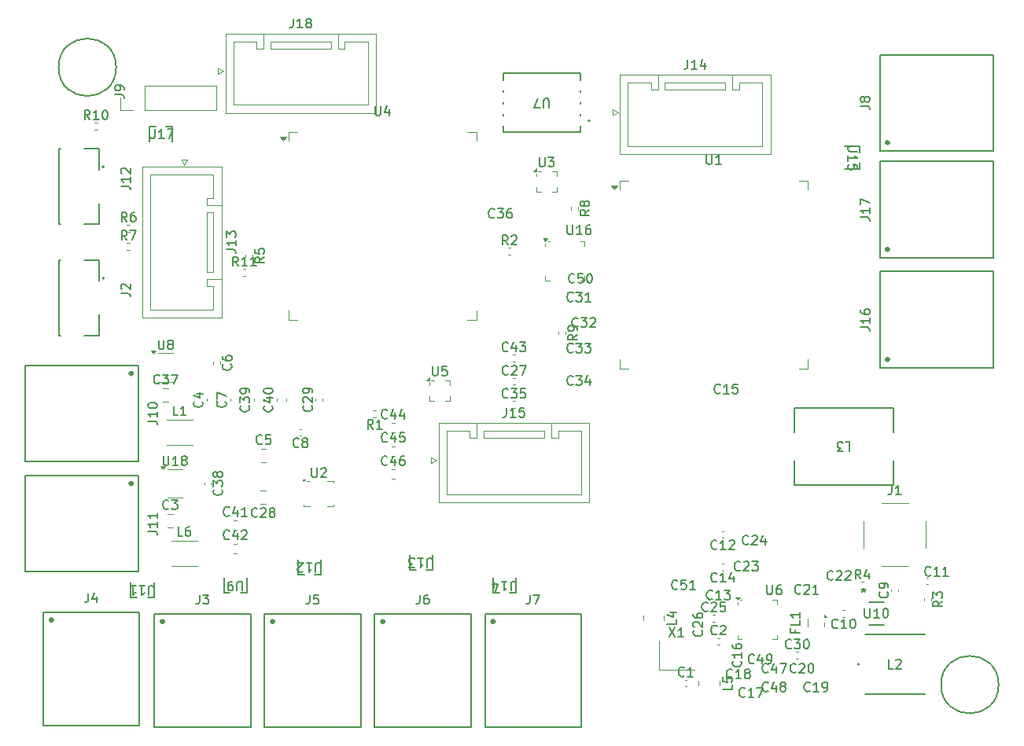
<source format=gbr>
%TF.GenerationSoftware,KiCad,Pcbnew,8.0.4*%
%TF.CreationDate,2025-02-19T16:48:10+05:30*%
%TF.ProjectId,test1,74657374-312e-46b6-9963-61645f706362,rev?*%
%TF.SameCoordinates,Original*%
%TF.FileFunction,Legend,Top*%
%TF.FilePolarity,Positive*%
%FSLAX46Y46*%
G04 Gerber Fmt 4.6, Leading zero omitted, Abs format (unit mm)*
G04 Created by KiCad (PCBNEW 8.0.4) date 2025-02-19 16:48:10*
%MOMM*%
%LPD*%
G01*
G04 APERTURE LIST*
%ADD10C,0.200000*%
%ADD11C,0.150000*%
%ADD12C,0.120000*%
%ADD13C,0.400000*%
%ADD14C,0.152400*%
%ADD15C,0.127000*%
G04 APERTURE END LIST*
D10*
X103150000Y3579000D02*
G75*
G02*
X96950000Y3579000I-3100000J0D01*
G01*
X96950000Y3579000D02*
G75*
G02*
X103150000Y3579000I3100000J0D01*
G01*
X8150000Y70079000D02*
G75*
G02*
X1950000Y70079000I-3100000J0D01*
G01*
X1950000Y70079000D02*
G75*
G02*
X8150000Y70079000I3100000J0D01*
G01*
D11*
X57856302Y42215419D02*
X57808683Y42167800D01*
X57808683Y42167800D02*
X57665826Y42120180D01*
X57665826Y42120180D02*
X57570588Y42120180D01*
X57570588Y42120180D02*
X57427731Y42167800D01*
X57427731Y42167800D02*
X57332493Y42263038D01*
X57332493Y42263038D02*
X57284874Y42358276D01*
X57284874Y42358276D02*
X57237255Y42548752D01*
X57237255Y42548752D02*
X57237255Y42691609D01*
X57237255Y42691609D02*
X57284874Y42882085D01*
X57284874Y42882085D02*
X57332493Y42977323D01*
X57332493Y42977323D02*
X57427731Y43072561D01*
X57427731Y43072561D02*
X57570588Y43120180D01*
X57570588Y43120180D02*
X57665826Y43120180D01*
X57665826Y43120180D02*
X57808683Y43072561D01*
X57808683Y43072561D02*
X57856302Y43024942D01*
X58189636Y43120180D02*
X58808683Y43120180D01*
X58808683Y43120180D02*
X58475350Y42739228D01*
X58475350Y42739228D02*
X58618207Y42739228D01*
X58618207Y42739228D02*
X58713445Y42691609D01*
X58713445Y42691609D02*
X58761064Y42643990D01*
X58761064Y42643990D02*
X58808683Y42548752D01*
X58808683Y42548752D02*
X58808683Y42310657D01*
X58808683Y42310657D02*
X58761064Y42215419D01*
X58761064Y42215419D02*
X58713445Y42167800D01*
X58713445Y42167800D02*
X58618207Y42120180D01*
X58618207Y42120180D02*
X58332493Y42120180D01*
X58332493Y42120180D02*
X58237255Y42167800D01*
X58237255Y42167800D02*
X58189636Y42215419D01*
X59189636Y43024942D02*
X59237255Y43072561D01*
X59237255Y43072561D02*
X59332493Y43120180D01*
X59332493Y43120180D02*
X59570588Y43120180D01*
X59570588Y43120180D02*
X59665826Y43072561D01*
X59665826Y43072561D02*
X59713445Y43024942D01*
X59713445Y43024942D02*
X59761064Y42929704D01*
X59761064Y42929704D02*
X59761064Y42834466D01*
X59761064Y42834466D02*
X59713445Y42691609D01*
X59713445Y42691609D02*
X59142017Y42120180D01*
X59142017Y42120180D02*
X59761064Y42120180D01*
X82831302Y2940419D02*
X82783683Y2892800D01*
X82783683Y2892800D02*
X82640826Y2845180D01*
X82640826Y2845180D02*
X82545588Y2845180D01*
X82545588Y2845180D02*
X82402731Y2892800D01*
X82402731Y2892800D02*
X82307493Y2988038D01*
X82307493Y2988038D02*
X82259874Y3083276D01*
X82259874Y3083276D02*
X82212255Y3273752D01*
X82212255Y3273752D02*
X82212255Y3416609D01*
X82212255Y3416609D02*
X82259874Y3607085D01*
X82259874Y3607085D02*
X82307493Y3702323D01*
X82307493Y3702323D02*
X82402731Y3797561D01*
X82402731Y3797561D02*
X82545588Y3845180D01*
X82545588Y3845180D02*
X82640826Y3845180D01*
X82640826Y3845180D02*
X82783683Y3797561D01*
X82783683Y3797561D02*
X82831302Y3749942D01*
X83783683Y2845180D02*
X83212255Y2845180D01*
X83497969Y2845180D02*
X83497969Y3845180D01*
X83497969Y3845180D02*
X83402731Y3702323D01*
X83402731Y3702323D02*
X83307493Y3607085D01*
X83307493Y3607085D02*
X83212255Y3559466D01*
X84259874Y2845180D02*
X84450350Y2845180D01*
X84450350Y2845180D02*
X84545588Y2892800D01*
X84545588Y2892800D02*
X84593207Y2940419D01*
X84593207Y2940419D02*
X84688445Y3083276D01*
X84688445Y3083276D02*
X84736064Y3273752D01*
X84736064Y3273752D02*
X84736064Y3654704D01*
X84736064Y3654704D02*
X84688445Y3749942D01*
X84688445Y3749942D02*
X84640826Y3797561D01*
X84640826Y3797561D02*
X84545588Y3845180D01*
X84545588Y3845180D02*
X84355112Y3845180D01*
X84355112Y3845180D02*
X84259874Y3797561D01*
X84259874Y3797561D02*
X84212255Y3749942D01*
X84212255Y3749942D02*
X84164636Y3654704D01*
X84164636Y3654704D02*
X84164636Y3416609D01*
X84164636Y3416609D02*
X84212255Y3321371D01*
X84212255Y3321371D02*
X84259874Y3273752D01*
X84259874Y3273752D02*
X84355112Y3226133D01*
X84355112Y3226133D02*
X84545588Y3226133D01*
X84545588Y3226133D02*
X84640826Y3273752D01*
X84640826Y3273752D02*
X84688445Y3321371D01*
X84688445Y3321371D02*
X84736064Y3416609D01*
X72811302Y18230419D02*
X72763683Y18182800D01*
X72763683Y18182800D02*
X72620826Y18135180D01*
X72620826Y18135180D02*
X72525588Y18135180D01*
X72525588Y18135180D02*
X72382731Y18182800D01*
X72382731Y18182800D02*
X72287493Y18278038D01*
X72287493Y18278038D02*
X72239874Y18373276D01*
X72239874Y18373276D02*
X72192255Y18563752D01*
X72192255Y18563752D02*
X72192255Y18706609D01*
X72192255Y18706609D02*
X72239874Y18897085D01*
X72239874Y18897085D02*
X72287493Y18992323D01*
X72287493Y18992323D02*
X72382731Y19087561D01*
X72382731Y19087561D02*
X72525588Y19135180D01*
X72525588Y19135180D02*
X72620826Y19135180D01*
X72620826Y19135180D02*
X72763683Y19087561D01*
X72763683Y19087561D02*
X72811302Y19039942D01*
X73763683Y18135180D02*
X73192255Y18135180D01*
X73477969Y18135180D02*
X73477969Y19135180D01*
X73477969Y19135180D02*
X73382731Y18992323D01*
X73382731Y18992323D02*
X73287493Y18897085D01*
X73287493Y18897085D02*
X73192255Y18849466D01*
X74144636Y19039942D02*
X74192255Y19087561D01*
X74192255Y19087561D02*
X74287493Y19135180D01*
X74287493Y19135180D02*
X74525588Y19135180D01*
X74525588Y19135180D02*
X74620826Y19087561D01*
X74620826Y19087561D02*
X74668445Y19039942D01*
X74668445Y19039942D02*
X74716064Y18944704D01*
X74716064Y18944704D02*
X74716064Y18849466D01*
X74716064Y18849466D02*
X74668445Y18706609D01*
X74668445Y18706609D02*
X74097017Y18135180D01*
X74097017Y18135180D02*
X74716064Y18135180D01*
X37331302Y27300419D02*
X37283683Y27252800D01*
X37283683Y27252800D02*
X37140826Y27205180D01*
X37140826Y27205180D02*
X37045588Y27205180D01*
X37045588Y27205180D02*
X36902731Y27252800D01*
X36902731Y27252800D02*
X36807493Y27348038D01*
X36807493Y27348038D02*
X36759874Y27443276D01*
X36759874Y27443276D02*
X36712255Y27633752D01*
X36712255Y27633752D02*
X36712255Y27776609D01*
X36712255Y27776609D02*
X36759874Y27967085D01*
X36759874Y27967085D02*
X36807493Y28062323D01*
X36807493Y28062323D02*
X36902731Y28157561D01*
X36902731Y28157561D02*
X37045588Y28205180D01*
X37045588Y28205180D02*
X37140826Y28205180D01*
X37140826Y28205180D02*
X37283683Y28157561D01*
X37283683Y28157561D02*
X37331302Y28109942D01*
X38188445Y27871847D02*
X38188445Y27205180D01*
X37950350Y28252800D02*
X37712255Y27538514D01*
X37712255Y27538514D02*
X38331302Y27538514D01*
X39140826Y28205180D02*
X38950350Y28205180D01*
X38950350Y28205180D02*
X38855112Y28157561D01*
X38855112Y28157561D02*
X38807493Y28109942D01*
X38807493Y28109942D02*
X38712255Y27967085D01*
X38712255Y27967085D02*
X38664636Y27776609D01*
X38664636Y27776609D02*
X38664636Y27395657D01*
X38664636Y27395657D02*
X38712255Y27300419D01*
X38712255Y27300419D02*
X38759874Y27252800D01*
X38759874Y27252800D02*
X38855112Y27205180D01*
X38855112Y27205180D02*
X39045588Y27205180D01*
X39045588Y27205180D02*
X39140826Y27252800D01*
X39140826Y27252800D02*
X39188445Y27300419D01*
X39188445Y27300419D02*
X39236064Y27395657D01*
X39236064Y27395657D02*
X39236064Y27633752D01*
X39236064Y27633752D02*
X39188445Y27728990D01*
X39188445Y27728990D02*
X39140826Y27776609D01*
X39140826Y27776609D02*
X39045588Y27824228D01*
X39045588Y27824228D02*
X38855112Y27824228D01*
X38855112Y27824228D02*
X38759874Y27776609D01*
X38759874Y27776609D02*
X38712255Y27728990D01*
X38712255Y27728990D02*
X38664636Y27633752D01*
X27214636Y75320180D02*
X27214636Y74605895D01*
X27214636Y74605895D02*
X27167017Y74463038D01*
X27167017Y74463038D02*
X27071779Y74367800D01*
X27071779Y74367800D02*
X26928922Y74320180D01*
X26928922Y74320180D02*
X26833684Y74320180D01*
X28214636Y74320180D02*
X27643208Y74320180D01*
X27928922Y74320180D02*
X27928922Y75320180D01*
X27928922Y75320180D02*
X27833684Y75177323D01*
X27833684Y75177323D02*
X27738446Y75082085D01*
X27738446Y75082085D02*
X27643208Y75034466D01*
X28786065Y74891609D02*
X28690827Y74939228D01*
X28690827Y74939228D02*
X28643208Y74986847D01*
X28643208Y74986847D02*
X28595589Y75082085D01*
X28595589Y75082085D02*
X28595589Y75129704D01*
X28595589Y75129704D02*
X28643208Y75224942D01*
X28643208Y75224942D02*
X28690827Y75272561D01*
X28690827Y75272561D02*
X28786065Y75320180D01*
X28786065Y75320180D02*
X28976541Y75320180D01*
X28976541Y75320180D02*
X29071779Y75272561D01*
X29071779Y75272561D02*
X29119398Y75224942D01*
X29119398Y75224942D02*
X29167017Y75129704D01*
X29167017Y75129704D02*
X29167017Y75082085D01*
X29167017Y75082085D02*
X29119398Y74986847D01*
X29119398Y74986847D02*
X29071779Y74939228D01*
X29071779Y74939228D02*
X28976541Y74891609D01*
X28976541Y74891609D02*
X28786065Y74891609D01*
X28786065Y74891609D02*
X28690827Y74843990D01*
X28690827Y74843990D02*
X28643208Y74796371D01*
X28643208Y74796371D02*
X28595589Y74701133D01*
X28595589Y74701133D02*
X28595589Y74510657D01*
X28595589Y74510657D02*
X28643208Y74415419D01*
X28643208Y74415419D02*
X28690827Y74367800D01*
X28690827Y74367800D02*
X28786065Y74320180D01*
X28786065Y74320180D02*
X28976541Y74320180D01*
X28976541Y74320180D02*
X29071779Y74367800D01*
X29071779Y74367800D02*
X29119398Y74415419D01*
X29119398Y74415419D02*
X29167017Y74510657D01*
X29167017Y74510657D02*
X29167017Y74701133D01*
X29167017Y74701133D02*
X29119398Y74796371D01*
X29119398Y74796371D02*
X29071779Y74843990D01*
X29071779Y74843990D02*
X28976541Y74891609D01*
X56736065Y53075180D02*
X56736065Y52265657D01*
X56736065Y52265657D02*
X56783684Y52170419D01*
X56783684Y52170419D02*
X56831303Y52122800D01*
X56831303Y52122800D02*
X56926541Y52075180D01*
X56926541Y52075180D02*
X57117017Y52075180D01*
X57117017Y52075180D02*
X57212255Y52122800D01*
X57212255Y52122800D02*
X57259874Y52170419D01*
X57259874Y52170419D02*
X57307493Y52265657D01*
X57307493Y52265657D02*
X57307493Y53075180D01*
X58307493Y52075180D02*
X57736065Y52075180D01*
X58021779Y52075180D02*
X58021779Y53075180D01*
X58021779Y53075180D02*
X57926541Y52932323D01*
X57926541Y52932323D02*
X57831303Y52837085D01*
X57831303Y52837085D02*
X57736065Y52789466D01*
X59164636Y53075180D02*
X58974160Y53075180D01*
X58974160Y53075180D02*
X58878922Y53027561D01*
X58878922Y53027561D02*
X58831303Y52979942D01*
X58831303Y52979942D02*
X58736065Y52837085D01*
X58736065Y52837085D02*
X58688446Y52646609D01*
X58688446Y52646609D02*
X58688446Y52265657D01*
X58688446Y52265657D02*
X58736065Y52170419D01*
X58736065Y52170419D02*
X58783684Y52122800D01*
X58783684Y52122800D02*
X58878922Y52075180D01*
X58878922Y52075180D02*
X59069398Y52075180D01*
X59069398Y52075180D02*
X59164636Y52122800D01*
X59164636Y52122800D02*
X59212255Y52170419D01*
X59212255Y52170419D02*
X59259874Y52265657D01*
X59259874Y52265657D02*
X59259874Y52503752D01*
X59259874Y52503752D02*
X59212255Y52598990D01*
X59212255Y52598990D02*
X59164636Y52646609D01*
X59164636Y52646609D02*
X59069398Y52694228D01*
X59069398Y52694228D02*
X58878922Y52694228D01*
X58878922Y52694228D02*
X58783684Y52646609D01*
X58783684Y52646609D02*
X58736065Y52598990D01*
X58736065Y52598990D02*
X58688446Y52503752D01*
X20493740Y38083333D02*
X20541360Y38035714D01*
X20541360Y38035714D02*
X20588979Y37892857D01*
X20588979Y37892857D02*
X20588979Y37797619D01*
X20588979Y37797619D02*
X20541360Y37654762D01*
X20541360Y37654762D02*
X20446121Y37559524D01*
X20446121Y37559524D02*
X20350883Y37511905D01*
X20350883Y37511905D02*
X20160407Y37464286D01*
X20160407Y37464286D02*
X20017550Y37464286D01*
X20017550Y37464286D02*
X19827074Y37511905D01*
X19827074Y37511905D02*
X19731836Y37559524D01*
X19731836Y37559524D02*
X19636598Y37654762D01*
X19636598Y37654762D02*
X19588979Y37797619D01*
X19588979Y37797619D02*
X19588979Y37892857D01*
X19588979Y37892857D02*
X19636598Y38035714D01*
X19636598Y38035714D02*
X19684217Y38083333D01*
X19588979Y38940476D02*
X19588979Y38750000D01*
X19588979Y38750000D02*
X19636598Y38654762D01*
X19636598Y38654762D02*
X19684217Y38607143D01*
X19684217Y38607143D02*
X19827074Y38511905D01*
X19827074Y38511905D02*
X20017550Y38464286D01*
X20017550Y38464286D02*
X20398502Y38464286D01*
X20398502Y38464286D02*
X20493740Y38511905D01*
X20493740Y38511905D02*
X20541360Y38559524D01*
X20541360Y38559524D02*
X20588979Y38654762D01*
X20588979Y38654762D02*
X20588979Y38845238D01*
X20588979Y38845238D02*
X20541360Y38940476D01*
X20541360Y38940476D02*
X20493740Y38988095D01*
X20493740Y38988095D02*
X20398502Y39035714D01*
X20398502Y39035714D02*
X20160407Y39035714D01*
X20160407Y39035714D02*
X20065169Y38988095D01*
X20065169Y38988095D02*
X20017550Y38940476D01*
X20017550Y38940476D02*
X19969931Y38845238D01*
X19969931Y38845238D02*
X19969931Y38654762D01*
X19969931Y38654762D02*
X20017550Y38559524D01*
X20017550Y38559524D02*
X20065169Y38511905D01*
X20065169Y38511905D02*
X20160407Y38464286D01*
X24098979Y49593333D02*
X23622788Y49260000D01*
X24098979Y49021905D02*
X23098979Y49021905D01*
X23098979Y49021905D02*
X23098979Y49402857D01*
X23098979Y49402857D02*
X23146598Y49498095D01*
X23146598Y49498095D02*
X23194217Y49545714D01*
X23194217Y49545714D02*
X23289455Y49593333D01*
X23289455Y49593333D02*
X23432312Y49593333D01*
X23432312Y49593333D02*
X23527550Y49545714D01*
X23527550Y49545714D02*
X23575169Y49498095D01*
X23575169Y49498095D02*
X23622788Y49402857D01*
X23622788Y49402857D02*
X23622788Y49021905D01*
X23098979Y50498095D02*
X23098979Y50021905D01*
X23098979Y50021905D02*
X23575169Y49974286D01*
X23575169Y49974286D02*
X23527550Y50021905D01*
X23527550Y50021905D02*
X23479931Y50117143D01*
X23479931Y50117143D02*
X23479931Y50355238D01*
X23479931Y50355238D02*
X23527550Y50450476D01*
X23527550Y50450476D02*
X23575169Y50498095D01*
X23575169Y50498095D02*
X23670407Y50545714D01*
X23670407Y50545714D02*
X23908502Y50545714D01*
X23908502Y50545714D02*
X24003740Y50498095D01*
X24003740Y50498095D02*
X24051360Y50450476D01*
X24051360Y50450476D02*
X24098979Y50355238D01*
X24098979Y50355238D02*
X24098979Y50117143D01*
X24098979Y50117143D02*
X24051360Y50021905D01*
X24051360Y50021905D02*
X24003740Y49974286D01*
X78212255Y14295180D02*
X78212255Y13485657D01*
X78212255Y13485657D02*
X78259874Y13390419D01*
X78259874Y13390419D02*
X78307493Y13342800D01*
X78307493Y13342800D02*
X78402731Y13295180D01*
X78402731Y13295180D02*
X78593207Y13295180D01*
X78593207Y13295180D02*
X78688445Y13342800D01*
X78688445Y13342800D02*
X78736064Y13390419D01*
X78736064Y13390419D02*
X78783683Y13485657D01*
X78783683Y13485657D02*
X78783683Y14295180D01*
X79688445Y14295180D02*
X79497969Y14295180D01*
X79497969Y14295180D02*
X79402731Y14247561D01*
X79402731Y14247561D02*
X79355112Y14199942D01*
X79355112Y14199942D02*
X79259874Y14057085D01*
X79259874Y14057085D02*
X79212255Y13866609D01*
X79212255Y13866609D02*
X79212255Y13485657D01*
X79212255Y13485657D02*
X79259874Y13390419D01*
X79259874Y13390419D02*
X79307493Y13342800D01*
X79307493Y13342800D02*
X79402731Y13295180D01*
X79402731Y13295180D02*
X79593207Y13295180D01*
X79593207Y13295180D02*
X79688445Y13342800D01*
X79688445Y13342800D02*
X79736064Y13390419D01*
X79736064Y13390419D02*
X79783683Y13485657D01*
X79783683Y13485657D02*
X79783683Y13723752D01*
X79783683Y13723752D02*
X79736064Y13818990D01*
X79736064Y13818990D02*
X79688445Y13866609D01*
X79688445Y13866609D02*
X79593207Y13914228D01*
X79593207Y13914228D02*
X79402731Y13914228D01*
X79402731Y13914228D02*
X79307493Y13866609D01*
X79307493Y13866609D02*
X79259874Y13818990D01*
X79259874Y13818990D02*
X79212255Y13723752D01*
X50331302Y39550419D02*
X50283683Y39502800D01*
X50283683Y39502800D02*
X50140826Y39455180D01*
X50140826Y39455180D02*
X50045588Y39455180D01*
X50045588Y39455180D02*
X49902731Y39502800D01*
X49902731Y39502800D02*
X49807493Y39598038D01*
X49807493Y39598038D02*
X49759874Y39693276D01*
X49759874Y39693276D02*
X49712255Y39883752D01*
X49712255Y39883752D02*
X49712255Y40026609D01*
X49712255Y40026609D02*
X49759874Y40217085D01*
X49759874Y40217085D02*
X49807493Y40312323D01*
X49807493Y40312323D02*
X49902731Y40407561D01*
X49902731Y40407561D02*
X50045588Y40455180D01*
X50045588Y40455180D02*
X50140826Y40455180D01*
X50140826Y40455180D02*
X50283683Y40407561D01*
X50283683Y40407561D02*
X50331302Y40359942D01*
X51188445Y40121847D02*
X51188445Y39455180D01*
X50950350Y40502800D02*
X50712255Y39788514D01*
X50712255Y39788514D02*
X51331302Y39788514D01*
X51617017Y40455180D02*
X52236064Y40455180D01*
X52236064Y40455180D02*
X51902731Y40074228D01*
X51902731Y40074228D02*
X52045588Y40074228D01*
X52045588Y40074228D02*
X52140826Y40026609D01*
X52140826Y40026609D02*
X52188445Y39978990D01*
X52188445Y39978990D02*
X52236064Y39883752D01*
X52236064Y39883752D02*
X52236064Y39645657D01*
X52236064Y39645657D02*
X52188445Y39550419D01*
X52188445Y39550419D02*
X52140826Y39502800D01*
X52140826Y39502800D02*
X52045588Y39455180D01*
X52045588Y39455180D02*
X51759874Y39455180D01*
X51759874Y39455180D02*
X51664636Y39502800D01*
X51664636Y39502800D02*
X51617017Y39550419D01*
X88307493Y14965180D02*
X87974160Y15441371D01*
X87736065Y14965180D02*
X87736065Y15965180D01*
X87736065Y15965180D02*
X88117017Y15965180D01*
X88117017Y15965180D02*
X88212255Y15917561D01*
X88212255Y15917561D02*
X88259874Y15869942D01*
X88259874Y15869942D02*
X88307493Y15774704D01*
X88307493Y15774704D02*
X88307493Y15631847D01*
X88307493Y15631847D02*
X88259874Y15536609D01*
X88259874Y15536609D02*
X88212255Y15488990D01*
X88212255Y15488990D02*
X88117017Y15441371D01*
X88117017Y15441371D02*
X87736065Y15441371D01*
X89164636Y15631847D02*
X89164636Y14965180D01*
X88926541Y16012800D02*
X88688446Y15298514D01*
X88688446Y15298514D02*
X89307493Y15298514D01*
X48876302Y53940419D02*
X48828683Y53892800D01*
X48828683Y53892800D02*
X48685826Y53845180D01*
X48685826Y53845180D02*
X48590588Y53845180D01*
X48590588Y53845180D02*
X48447731Y53892800D01*
X48447731Y53892800D02*
X48352493Y53988038D01*
X48352493Y53988038D02*
X48304874Y54083276D01*
X48304874Y54083276D02*
X48257255Y54273752D01*
X48257255Y54273752D02*
X48257255Y54416609D01*
X48257255Y54416609D02*
X48304874Y54607085D01*
X48304874Y54607085D02*
X48352493Y54702323D01*
X48352493Y54702323D02*
X48447731Y54797561D01*
X48447731Y54797561D02*
X48590588Y54845180D01*
X48590588Y54845180D02*
X48685826Y54845180D01*
X48685826Y54845180D02*
X48828683Y54797561D01*
X48828683Y54797561D02*
X48876302Y54749942D01*
X49209636Y54845180D02*
X49828683Y54845180D01*
X49828683Y54845180D02*
X49495350Y54464228D01*
X49495350Y54464228D02*
X49638207Y54464228D01*
X49638207Y54464228D02*
X49733445Y54416609D01*
X49733445Y54416609D02*
X49781064Y54368990D01*
X49781064Y54368990D02*
X49828683Y54273752D01*
X49828683Y54273752D02*
X49828683Y54035657D01*
X49828683Y54035657D02*
X49781064Y53940419D01*
X49781064Y53940419D02*
X49733445Y53892800D01*
X49733445Y53892800D02*
X49638207Y53845180D01*
X49638207Y53845180D02*
X49352493Y53845180D01*
X49352493Y53845180D02*
X49257255Y53892800D01*
X49257255Y53892800D02*
X49209636Y53940419D01*
X50685826Y54845180D02*
X50495350Y54845180D01*
X50495350Y54845180D02*
X50400112Y54797561D01*
X50400112Y54797561D02*
X50352493Y54749942D01*
X50352493Y54749942D02*
X50257255Y54607085D01*
X50257255Y54607085D02*
X50209636Y54416609D01*
X50209636Y54416609D02*
X50209636Y54035657D01*
X50209636Y54035657D02*
X50257255Y53940419D01*
X50257255Y53940419D02*
X50304874Y53892800D01*
X50304874Y53892800D02*
X50400112Y53845180D01*
X50400112Y53845180D02*
X50590588Y53845180D01*
X50590588Y53845180D02*
X50685826Y53892800D01*
X50685826Y53892800D02*
X50733445Y53940419D01*
X50733445Y53940419D02*
X50781064Y54035657D01*
X50781064Y54035657D02*
X50781064Y54273752D01*
X50781064Y54273752D02*
X50733445Y54368990D01*
X50733445Y54368990D02*
X50685826Y54416609D01*
X50685826Y54416609D02*
X50590588Y54464228D01*
X50590588Y54464228D02*
X50400112Y54464228D01*
X50400112Y54464228D02*
X50304874Y54416609D01*
X50304874Y54416609D02*
X50257255Y54368990D01*
X50257255Y54368990D02*
X50209636Y54273752D01*
X88293979Y53940476D02*
X89008264Y53940476D01*
X89008264Y53940476D02*
X89151121Y53892857D01*
X89151121Y53892857D02*
X89246360Y53797619D01*
X89246360Y53797619D02*
X89293979Y53654762D01*
X89293979Y53654762D02*
X89293979Y53559524D01*
X89293979Y54940476D02*
X89293979Y54369048D01*
X89293979Y54654762D02*
X88293979Y54654762D01*
X88293979Y54654762D02*
X88436836Y54559524D01*
X88436836Y54559524D02*
X88532074Y54464286D01*
X88532074Y54464286D02*
X88579693Y54369048D01*
X88293979Y55273810D02*
X88293979Y55940476D01*
X88293979Y55940476D02*
X89293979Y55511905D01*
X22413740Y33607142D02*
X22461360Y33559523D01*
X22461360Y33559523D02*
X22508979Y33416666D01*
X22508979Y33416666D02*
X22508979Y33321428D01*
X22508979Y33321428D02*
X22461360Y33178571D01*
X22461360Y33178571D02*
X22366121Y33083333D01*
X22366121Y33083333D02*
X22270883Y33035714D01*
X22270883Y33035714D02*
X22080407Y32988095D01*
X22080407Y32988095D02*
X21937550Y32988095D01*
X21937550Y32988095D02*
X21747074Y33035714D01*
X21747074Y33035714D02*
X21651836Y33083333D01*
X21651836Y33083333D02*
X21556598Y33178571D01*
X21556598Y33178571D02*
X21508979Y33321428D01*
X21508979Y33321428D02*
X21508979Y33416666D01*
X21508979Y33416666D02*
X21556598Y33559523D01*
X21556598Y33559523D02*
X21604217Y33607142D01*
X21508979Y33940476D02*
X21508979Y34559523D01*
X21508979Y34559523D02*
X21889931Y34226190D01*
X21889931Y34226190D02*
X21889931Y34369047D01*
X21889931Y34369047D02*
X21937550Y34464285D01*
X21937550Y34464285D02*
X21985169Y34511904D01*
X21985169Y34511904D02*
X22080407Y34559523D01*
X22080407Y34559523D02*
X22318502Y34559523D01*
X22318502Y34559523D02*
X22413740Y34511904D01*
X22413740Y34511904D02*
X22461360Y34464285D01*
X22461360Y34464285D02*
X22508979Y34369047D01*
X22508979Y34369047D02*
X22508979Y34083333D01*
X22508979Y34083333D02*
X22461360Y33988095D01*
X22461360Y33988095D02*
X22413740Y33940476D01*
X22508979Y35035714D02*
X22508979Y35226190D01*
X22508979Y35226190D02*
X22461360Y35321428D01*
X22461360Y35321428D02*
X22413740Y35369047D01*
X22413740Y35369047D02*
X22270883Y35464285D01*
X22270883Y35464285D02*
X22080407Y35511904D01*
X22080407Y35511904D02*
X21699455Y35511904D01*
X21699455Y35511904D02*
X21604217Y35464285D01*
X21604217Y35464285D02*
X21556598Y35416666D01*
X21556598Y35416666D02*
X21508979Y35321428D01*
X21508979Y35321428D02*
X21508979Y35130952D01*
X21508979Y35130952D02*
X21556598Y35035714D01*
X21556598Y35035714D02*
X21604217Y34988095D01*
X21604217Y34988095D02*
X21699455Y34940476D01*
X21699455Y34940476D02*
X21937550Y34940476D01*
X21937550Y34940476D02*
X22032788Y34988095D01*
X22032788Y34988095D02*
X22080407Y35035714D01*
X22080407Y35035714D02*
X22128026Y35130952D01*
X22128026Y35130952D02*
X22128026Y35321428D01*
X22128026Y35321428D02*
X22080407Y35416666D01*
X22080407Y35416666D02*
X22032788Y35464285D01*
X22032788Y35464285D02*
X21937550Y35511904D01*
X91640826Y25045180D02*
X91640826Y24330895D01*
X91640826Y24330895D02*
X91593207Y24188038D01*
X91593207Y24188038D02*
X91497969Y24092800D01*
X91497969Y24092800D02*
X91355112Y24045180D01*
X91355112Y24045180D02*
X91259874Y24045180D01*
X92640826Y24045180D02*
X92069398Y24045180D01*
X92355112Y24045180D02*
X92355112Y25045180D01*
X92355112Y25045180D02*
X92259874Y24902323D01*
X92259874Y24902323D02*
X92164636Y24807085D01*
X92164636Y24807085D02*
X92069398Y24759466D01*
X11563979Y31980476D02*
X12278264Y31980476D01*
X12278264Y31980476D02*
X12421121Y31932857D01*
X12421121Y31932857D02*
X12516360Y31837619D01*
X12516360Y31837619D02*
X12563979Y31694762D01*
X12563979Y31694762D02*
X12563979Y31599524D01*
X12563979Y32980476D02*
X12563979Y32409048D01*
X12563979Y32694762D02*
X11563979Y32694762D01*
X11563979Y32694762D02*
X11706836Y32599524D01*
X11706836Y32599524D02*
X11802074Y32504286D01*
X11802074Y32504286D02*
X11849693Y32409048D01*
X11563979Y33599524D02*
X11563979Y33694762D01*
X11563979Y33694762D02*
X11611598Y33790000D01*
X11611598Y33790000D02*
X11659217Y33837619D01*
X11659217Y33837619D02*
X11754455Y33885238D01*
X11754455Y33885238D02*
X11944931Y33932857D01*
X11944931Y33932857D02*
X12183026Y33932857D01*
X12183026Y33932857D02*
X12373502Y33885238D01*
X12373502Y33885238D02*
X12468740Y33837619D01*
X12468740Y33837619D02*
X12516360Y33790000D01*
X12516360Y33790000D02*
X12563979Y33694762D01*
X12563979Y33694762D02*
X12563979Y33599524D01*
X12563979Y33599524D02*
X12516360Y33504286D01*
X12516360Y33504286D02*
X12468740Y33456667D01*
X12468740Y33456667D02*
X12373502Y33409048D01*
X12373502Y33409048D02*
X12183026Y33361429D01*
X12183026Y33361429D02*
X11944931Y33361429D01*
X11944931Y33361429D02*
X11754455Y33409048D01*
X11754455Y33409048D02*
X11659217Y33456667D01*
X11659217Y33456667D02*
X11611598Y33504286D01*
X11611598Y33504286D02*
X11563979Y33599524D01*
X15307493Y19575180D02*
X14831303Y19575180D01*
X14831303Y19575180D02*
X14831303Y20575180D01*
X16069398Y20575180D02*
X15878922Y20575180D01*
X15878922Y20575180D02*
X15783684Y20527561D01*
X15783684Y20527561D02*
X15736065Y20479942D01*
X15736065Y20479942D02*
X15640827Y20337085D01*
X15640827Y20337085D02*
X15593208Y20146609D01*
X15593208Y20146609D02*
X15593208Y19765657D01*
X15593208Y19765657D02*
X15640827Y19670419D01*
X15640827Y19670419D02*
X15688446Y19622800D01*
X15688446Y19622800D02*
X15783684Y19575180D01*
X15783684Y19575180D02*
X15974160Y19575180D01*
X15974160Y19575180D02*
X16069398Y19622800D01*
X16069398Y19622800D02*
X16117017Y19670419D01*
X16117017Y19670419D02*
X16164636Y19765657D01*
X16164636Y19765657D02*
X16164636Y20003752D01*
X16164636Y20003752D02*
X16117017Y20098990D01*
X16117017Y20098990D02*
X16069398Y20146609D01*
X16069398Y20146609D02*
X15974160Y20194228D01*
X15974160Y20194228D02*
X15783684Y20194228D01*
X15783684Y20194228D02*
X15688446Y20146609D01*
X15688446Y20146609D02*
X15640827Y20098990D01*
X15640827Y20098990D02*
X15593208Y20003752D01*
X17115826Y13265180D02*
X17115826Y12550895D01*
X17115826Y12550895D02*
X17068207Y12408038D01*
X17068207Y12408038D02*
X16972969Y12312800D01*
X16972969Y12312800D02*
X16830112Y12265180D01*
X16830112Y12265180D02*
X16734874Y12265180D01*
X17496779Y13265180D02*
X18115826Y13265180D01*
X18115826Y13265180D02*
X17782493Y12884228D01*
X17782493Y12884228D02*
X17925350Y12884228D01*
X17925350Y12884228D02*
X18020588Y12836609D01*
X18020588Y12836609D02*
X18068207Y12788990D01*
X18068207Y12788990D02*
X18115826Y12693752D01*
X18115826Y12693752D02*
X18115826Y12455657D01*
X18115826Y12455657D02*
X18068207Y12360419D01*
X18068207Y12360419D02*
X18020588Y12312800D01*
X18020588Y12312800D02*
X17925350Y12265180D01*
X17925350Y12265180D02*
X17639636Y12265180D01*
X17639636Y12265180D02*
X17544398Y12312800D01*
X17544398Y12312800D02*
X17496779Y12360419D01*
X85331302Y14940419D02*
X85283683Y14892800D01*
X85283683Y14892800D02*
X85140826Y14845180D01*
X85140826Y14845180D02*
X85045588Y14845180D01*
X85045588Y14845180D02*
X84902731Y14892800D01*
X84902731Y14892800D02*
X84807493Y14988038D01*
X84807493Y14988038D02*
X84759874Y15083276D01*
X84759874Y15083276D02*
X84712255Y15273752D01*
X84712255Y15273752D02*
X84712255Y15416609D01*
X84712255Y15416609D02*
X84759874Y15607085D01*
X84759874Y15607085D02*
X84807493Y15702323D01*
X84807493Y15702323D02*
X84902731Y15797561D01*
X84902731Y15797561D02*
X85045588Y15845180D01*
X85045588Y15845180D02*
X85140826Y15845180D01*
X85140826Y15845180D02*
X85283683Y15797561D01*
X85283683Y15797561D02*
X85331302Y15749942D01*
X85712255Y15749942D02*
X85759874Y15797561D01*
X85759874Y15797561D02*
X85855112Y15845180D01*
X85855112Y15845180D02*
X86093207Y15845180D01*
X86093207Y15845180D02*
X86188445Y15797561D01*
X86188445Y15797561D02*
X86236064Y15749942D01*
X86236064Y15749942D02*
X86283683Y15654704D01*
X86283683Y15654704D02*
X86283683Y15559466D01*
X86283683Y15559466D02*
X86236064Y15416609D01*
X86236064Y15416609D02*
X85664636Y14845180D01*
X85664636Y14845180D02*
X86283683Y14845180D01*
X86664636Y15749942D02*
X86712255Y15797561D01*
X86712255Y15797561D02*
X86807493Y15845180D01*
X86807493Y15845180D02*
X87045588Y15845180D01*
X87045588Y15845180D02*
X87140826Y15797561D01*
X87140826Y15797561D02*
X87188445Y15749942D01*
X87188445Y15749942D02*
X87236064Y15654704D01*
X87236064Y15654704D02*
X87236064Y15559466D01*
X87236064Y15559466D02*
X87188445Y15416609D01*
X87188445Y15416609D02*
X86617017Y14845180D01*
X86617017Y14845180D02*
X87236064Y14845180D01*
X72827493Y9050419D02*
X72779874Y9002800D01*
X72779874Y9002800D02*
X72637017Y8955180D01*
X72637017Y8955180D02*
X72541779Y8955180D01*
X72541779Y8955180D02*
X72398922Y9002800D01*
X72398922Y9002800D02*
X72303684Y9098038D01*
X72303684Y9098038D02*
X72256065Y9193276D01*
X72256065Y9193276D02*
X72208446Y9383752D01*
X72208446Y9383752D02*
X72208446Y9526609D01*
X72208446Y9526609D02*
X72256065Y9717085D01*
X72256065Y9717085D02*
X72303684Y9812323D01*
X72303684Y9812323D02*
X72398922Y9907561D01*
X72398922Y9907561D02*
X72541779Y9955180D01*
X72541779Y9955180D02*
X72637017Y9955180D01*
X72637017Y9955180D02*
X72779874Y9907561D01*
X72779874Y9907561D02*
X72827493Y9859942D01*
X73208446Y9859942D02*
X73256065Y9907561D01*
X73256065Y9907561D02*
X73351303Y9955180D01*
X73351303Y9955180D02*
X73589398Y9955180D01*
X73589398Y9955180D02*
X73684636Y9907561D01*
X73684636Y9907561D02*
X73732255Y9859942D01*
X73732255Y9859942D02*
X73779874Y9764704D01*
X73779874Y9764704D02*
X73779874Y9669466D01*
X73779874Y9669466D02*
X73732255Y9526609D01*
X73732255Y9526609D02*
X73160827Y8955180D01*
X73160827Y8955180D02*
X73779874Y8955180D01*
X52695826Y13265180D02*
X52695826Y12550895D01*
X52695826Y12550895D02*
X52648207Y12408038D01*
X52648207Y12408038D02*
X52552969Y12312800D01*
X52552969Y12312800D02*
X52410112Y12265180D01*
X52410112Y12265180D02*
X52314874Y12265180D01*
X53076779Y13265180D02*
X53743445Y13265180D01*
X53743445Y13265180D02*
X53314874Y12265180D01*
X20331302Y19310419D02*
X20283683Y19262800D01*
X20283683Y19262800D02*
X20140826Y19215180D01*
X20140826Y19215180D02*
X20045588Y19215180D01*
X20045588Y19215180D02*
X19902731Y19262800D01*
X19902731Y19262800D02*
X19807493Y19358038D01*
X19807493Y19358038D02*
X19759874Y19453276D01*
X19759874Y19453276D02*
X19712255Y19643752D01*
X19712255Y19643752D02*
X19712255Y19786609D01*
X19712255Y19786609D02*
X19759874Y19977085D01*
X19759874Y19977085D02*
X19807493Y20072323D01*
X19807493Y20072323D02*
X19902731Y20167561D01*
X19902731Y20167561D02*
X20045588Y20215180D01*
X20045588Y20215180D02*
X20140826Y20215180D01*
X20140826Y20215180D02*
X20283683Y20167561D01*
X20283683Y20167561D02*
X20331302Y20119942D01*
X21188445Y19881847D02*
X21188445Y19215180D01*
X20950350Y20262800D02*
X20712255Y19548514D01*
X20712255Y19548514D02*
X21331302Y19548514D01*
X21664636Y20119942D02*
X21712255Y20167561D01*
X21712255Y20167561D02*
X21807493Y20215180D01*
X21807493Y20215180D02*
X22045588Y20215180D01*
X22045588Y20215180D02*
X22140826Y20167561D01*
X22140826Y20167561D02*
X22188445Y20119942D01*
X22188445Y20119942D02*
X22236064Y20024704D01*
X22236064Y20024704D02*
X22236064Y19929466D01*
X22236064Y19929466D02*
X22188445Y19786609D01*
X22188445Y19786609D02*
X21617017Y19215180D01*
X21617017Y19215180D02*
X22236064Y19215180D01*
X71183740Y9407142D02*
X71231360Y9359523D01*
X71231360Y9359523D02*
X71278979Y9216666D01*
X71278979Y9216666D02*
X71278979Y9121428D01*
X71278979Y9121428D02*
X71231360Y8978571D01*
X71231360Y8978571D02*
X71136121Y8883333D01*
X71136121Y8883333D02*
X71040883Y8835714D01*
X71040883Y8835714D02*
X70850407Y8788095D01*
X70850407Y8788095D02*
X70707550Y8788095D01*
X70707550Y8788095D02*
X70517074Y8835714D01*
X70517074Y8835714D02*
X70421836Y8883333D01*
X70421836Y8883333D02*
X70326598Y8978571D01*
X70326598Y8978571D02*
X70278979Y9121428D01*
X70278979Y9121428D02*
X70278979Y9216666D01*
X70278979Y9216666D02*
X70326598Y9359523D01*
X70326598Y9359523D02*
X70374217Y9407142D01*
X70374217Y9788095D02*
X70326598Y9835714D01*
X70326598Y9835714D02*
X70278979Y9930952D01*
X70278979Y9930952D02*
X70278979Y10169047D01*
X70278979Y10169047D02*
X70326598Y10264285D01*
X70326598Y10264285D02*
X70374217Y10311904D01*
X70374217Y10311904D02*
X70469455Y10359523D01*
X70469455Y10359523D02*
X70564693Y10359523D01*
X70564693Y10359523D02*
X70707550Y10311904D01*
X70707550Y10311904D02*
X71278979Y9740476D01*
X71278979Y9740476D02*
X71278979Y10359523D01*
X70278979Y11216666D02*
X70278979Y11026190D01*
X70278979Y11026190D02*
X70326598Y10930952D01*
X70326598Y10930952D02*
X70374217Y10883333D01*
X70374217Y10883333D02*
X70517074Y10788095D01*
X70517074Y10788095D02*
X70707550Y10740476D01*
X70707550Y10740476D02*
X71088502Y10740476D01*
X71088502Y10740476D02*
X71183740Y10788095D01*
X71183740Y10788095D02*
X71231360Y10835714D01*
X71231360Y10835714D02*
X71278979Y10930952D01*
X71278979Y10930952D02*
X71278979Y11121428D01*
X71278979Y11121428D02*
X71231360Y11216666D01*
X71231360Y11216666D02*
X71183740Y11264285D01*
X71183740Y11264285D02*
X71088502Y11311904D01*
X71088502Y11311904D02*
X70850407Y11311904D01*
X70850407Y11311904D02*
X70755169Y11264285D01*
X70755169Y11264285D02*
X70707550Y11216666D01*
X70707550Y11216666D02*
X70659931Y11121428D01*
X70659931Y11121428D02*
X70659931Y10930952D01*
X70659931Y10930952D02*
X70707550Y10835714D01*
X70707550Y10835714D02*
X70755169Y10788095D01*
X70755169Y10788095D02*
X70850407Y10740476D01*
X9307493Y51475180D02*
X8974160Y51951371D01*
X8736065Y51475180D02*
X8736065Y52475180D01*
X8736065Y52475180D02*
X9117017Y52475180D01*
X9117017Y52475180D02*
X9212255Y52427561D01*
X9212255Y52427561D02*
X9259874Y52379942D01*
X9259874Y52379942D02*
X9307493Y52284704D01*
X9307493Y52284704D02*
X9307493Y52141847D01*
X9307493Y52141847D02*
X9259874Y52046609D01*
X9259874Y52046609D02*
X9212255Y51998990D01*
X9212255Y51998990D02*
X9117017Y51951371D01*
X9117017Y51951371D02*
X8736065Y51951371D01*
X9640827Y52475180D02*
X10307493Y52475180D01*
X10307493Y52475180D02*
X9878922Y51475180D01*
X75331302Y15940419D02*
X75283683Y15892800D01*
X75283683Y15892800D02*
X75140826Y15845180D01*
X75140826Y15845180D02*
X75045588Y15845180D01*
X75045588Y15845180D02*
X74902731Y15892800D01*
X74902731Y15892800D02*
X74807493Y15988038D01*
X74807493Y15988038D02*
X74759874Y16083276D01*
X74759874Y16083276D02*
X74712255Y16273752D01*
X74712255Y16273752D02*
X74712255Y16416609D01*
X74712255Y16416609D02*
X74759874Y16607085D01*
X74759874Y16607085D02*
X74807493Y16702323D01*
X74807493Y16702323D02*
X74902731Y16797561D01*
X74902731Y16797561D02*
X75045588Y16845180D01*
X75045588Y16845180D02*
X75140826Y16845180D01*
X75140826Y16845180D02*
X75283683Y16797561D01*
X75283683Y16797561D02*
X75331302Y16749942D01*
X75712255Y16749942D02*
X75759874Y16797561D01*
X75759874Y16797561D02*
X75855112Y16845180D01*
X75855112Y16845180D02*
X76093207Y16845180D01*
X76093207Y16845180D02*
X76188445Y16797561D01*
X76188445Y16797561D02*
X76236064Y16749942D01*
X76236064Y16749942D02*
X76283683Y16654704D01*
X76283683Y16654704D02*
X76283683Y16559466D01*
X76283683Y16559466D02*
X76236064Y16416609D01*
X76236064Y16416609D02*
X75664636Y15845180D01*
X75664636Y15845180D02*
X76283683Y15845180D01*
X76617017Y16845180D02*
X77236064Y16845180D01*
X77236064Y16845180D02*
X76902731Y16464228D01*
X76902731Y16464228D02*
X77045588Y16464228D01*
X77045588Y16464228D02*
X77140826Y16416609D01*
X77140826Y16416609D02*
X77188445Y16368990D01*
X77188445Y16368990D02*
X77236064Y16273752D01*
X77236064Y16273752D02*
X77236064Y16035657D01*
X77236064Y16035657D02*
X77188445Y15940419D01*
X77188445Y15940419D02*
X77140826Y15892800D01*
X77140826Y15892800D02*
X77045588Y15845180D01*
X77045588Y15845180D02*
X76759874Y15845180D01*
X76759874Y15845180D02*
X76664636Y15892800D01*
X76664636Y15892800D02*
X76617017Y15940419D01*
X71712255Y60645180D02*
X71712255Y59835657D01*
X71712255Y59835657D02*
X71759874Y59740419D01*
X71759874Y59740419D02*
X71807493Y59692800D01*
X71807493Y59692800D02*
X71902731Y59645180D01*
X71902731Y59645180D02*
X72093207Y59645180D01*
X72093207Y59645180D02*
X72188445Y59692800D01*
X72188445Y59692800D02*
X72236064Y59740419D01*
X72236064Y59740419D02*
X72283683Y59835657D01*
X72283683Y59835657D02*
X72283683Y60645180D01*
X73283683Y59645180D02*
X72712255Y59645180D01*
X72997969Y59645180D02*
X72997969Y60645180D01*
X72997969Y60645180D02*
X72902731Y60502323D01*
X72902731Y60502323D02*
X72807493Y60407085D01*
X72807493Y60407085D02*
X72712255Y60359466D01*
X27807493Y29230419D02*
X27759874Y29182800D01*
X27759874Y29182800D02*
X27617017Y29135180D01*
X27617017Y29135180D02*
X27521779Y29135180D01*
X27521779Y29135180D02*
X27378922Y29182800D01*
X27378922Y29182800D02*
X27283684Y29278038D01*
X27283684Y29278038D02*
X27236065Y29373276D01*
X27236065Y29373276D02*
X27188446Y29563752D01*
X27188446Y29563752D02*
X27188446Y29706609D01*
X27188446Y29706609D02*
X27236065Y29897085D01*
X27236065Y29897085D02*
X27283684Y29992323D01*
X27283684Y29992323D02*
X27378922Y30087561D01*
X27378922Y30087561D02*
X27521779Y30135180D01*
X27521779Y30135180D02*
X27617017Y30135180D01*
X27617017Y30135180D02*
X27759874Y30087561D01*
X27759874Y30087561D02*
X27807493Y30039942D01*
X28378922Y29706609D02*
X28283684Y29754228D01*
X28283684Y29754228D02*
X28236065Y29801847D01*
X28236065Y29801847D02*
X28188446Y29897085D01*
X28188446Y29897085D02*
X28188446Y29944704D01*
X28188446Y29944704D02*
X28236065Y30039942D01*
X28236065Y30039942D02*
X28283684Y30087561D01*
X28283684Y30087561D02*
X28378922Y30135180D01*
X28378922Y30135180D02*
X28569398Y30135180D01*
X28569398Y30135180D02*
X28664636Y30087561D01*
X28664636Y30087561D02*
X28712255Y30039942D01*
X28712255Y30039942D02*
X28759874Y29944704D01*
X28759874Y29944704D02*
X28759874Y29897085D01*
X28759874Y29897085D02*
X28712255Y29801847D01*
X28712255Y29801847D02*
X28664636Y29754228D01*
X28664636Y29754228D02*
X28569398Y29706609D01*
X28569398Y29706609D02*
X28378922Y29706609D01*
X28378922Y29706609D02*
X28283684Y29658990D01*
X28283684Y29658990D02*
X28236065Y29611371D01*
X28236065Y29611371D02*
X28188446Y29516133D01*
X28188446Y29516133D02*
X28188446Y29325657D01*
X28188446Y29325657D02*
X28236065Y29230419D01*
X28236065Y29230419D02*
X28283684Y29182800D01*
X28283684Y29182800D02*
X28378922Y29135180D01*
X28378922Y29135180D02*
X28569398Y29135180D01*
X28569398Y29135180D02*
X28664636Y29182800D01*
X28664636Y29182800D02*
X28712255Y29230419D01*
X28712255Y29230419D02*
X28759874Y29325657D01*
X28759874Y29325657D02*
X28759874Y29516133D01*
X28759874Y29516133D02*
X28712255Y29611371D01*
X28712255Y29611371D02*
X28664636Y29658990D01*
X28664636Y29658990D02*
X28569398Y29706609D01*
X35807493Y31125180D02*
X35474160Y31601371D01*
X35236065Y31125180D02*
X35236065Y32125180D01*
X35236065Y32125180D02*
X35617017Y32125180D01*
X35617017Y32125180D02*
X35712255Y32077561D01*
X35712255Y32077561D02*
X35759874Y32029942D01*
X35759874Y32029942D02*
X35807493Y31934704D01*
X35807493Y31934704D02*
X35807493Y31791847D01*
X35807493Y31791847D02*
X35759874Y31696609D01*
X35759874Y31696609D02*
X35712255Y31648990D01*
X35712255Y31648990D02*
X35617017Y31601371D01*
X35617017Y31601371D02*
X35236065Y31601371D01*
X36759874Y31125180D02*
X36188446Y31125180D01*
X36474160Y31125180D02*
X36474160Y32125180D01*
X36474160Y32125180D02*
X36378922Y31982323D01*
X36378922Y31982323D02*
X36283684Y31887085D01*
X36283684Y31887085D02*
X36188446Y31839466D01*
X29212255Y26907680D02*
X29212255Y26098157D01*
X29212255Y26098157D02*
X29259874Y26002919D01*
X29259874Y26002919D02*
X29307493Y25955300D01*
X29307493Y25955300D02*
X29402731Y25907680D01*
X29402731Y25907680D02*
X29593207Y25907680D01*
X29593207Y25907680D02*
X29688445Y25955300D01*
X29688445Y25955300D02*
X29736064Y26002919D01*
X29736064Y26002919D02*
X29783683Y26098157D01*
X29783683Y26098157D02*
X29783683Y26907680D01*
X30212255Y26812442D02*
X30259874Y26860061D01*
X30259874Y26860061D02*
X30355112Y26907680D01*
X30355112Y26907680D02*
X30593207Y26907680D01*
X30593207Y26907680D02*
X30688445Y26860061D01*
X30688445Y26860061D02*
X30736064Y26812442D01*
X30736064Y26812442D02*
X30783683Y26717204D01*
X30783683Y26717204D02*
X30783683Y26621966D01*
X30783683Y26621966D02*
X30736064Y26479109D01*
X30736064Y26479109D02*
X30164636Y25907680D01*
X30164636Y25907680D02*
X30783683Y25907680D01*
X54736064Y65704819D02*
X54736064Y66514342D01*
X54736064Y66514342D02*
X54688445Y66609580D01*
X54688445Y66609580D02*
X54640826Y66657200D01*
X54640826Y66657200D02*
X54545588Y66704819D01*
X54545588Y66704819D02*
X54355112Y66704819D01*
X54355112Y66704819D02*
X54259874Y66657200D01*
X54259874Y66657200D02*
X54212255Y66609580D01*
X54212255Y66609580D02*
X54164636Y66514342D01*
X54164636Y66514342D02*
X54164636Y65704819D01*
X53783683Y65704819D02*
X53117017Y65704819D01*
X53117017Y65704819D02*
X53545588Y66704819D01*
X57798979Y41283333D02*
X57322788Y40950000D01*
X57798979Y40711905D02*
X56798979Y40711905D01*
X56798979Y40711905D02*
X56798979Y41092857D01*
X56798979Y41092857D02*
X56846598Y41188095D01*
X56846598Y41188095D02*
X56894217Y41235714D01*
X56894217Y41235714D02*
X56989455Y41283333D01*
X56989455Y41283333D02*
X57132312Y41283333D01*
X57132312Y41283333D02*
X57227550Y41235714D01*
X57227550Y41235714D02*
X57275169Y41188095D01*
X57275169Y41188095D02*
X57322788Y41092857D01*
X57322788Y41092857D02*
X57322788Y40711905D01*
X57798979Y41759524D02*
X57798979Y41950000D01*
X57798979Y41950000D02*
X57751360Y42045238D01*
X57751360Y42045238D02*
X57703740Y42092857D01*
X57703740Y42092857D02*
X57560883Y42188095D01*
X57560883Y42188095D02*
X57370407Y42235714D01*
X57370407Y42235714D02*
X56989455Y42235714D01*
X56989455Y42235714D02*
X56894217Y42188095D01*
X56894217Y42188095D02*
X56846598Y42140476D01*
X56846598Y42140476D02*
X56798979Y42045238D01*
X56798979Y42045238D02*
X56798979Y41854762D01*
X56798979Y41854762D02*
X56846598Y41759524D01*
X56846598Y41759524D02*
X56894217Y41711905D01*
X56894217Y41711905D02*
X56989455Y41664286D01*
X56989455Y41664286D02*
X57227550Y41664286D01*
X57227550Y41664286D02*
X57322788Y41711905D01*
X57322788Y41711905D02*
X57370407Y41759524D01*
X57370407Y41759524D02*
X57418026Y41854762D01*
X57418026Y41854762D02*
X57418026Y42045238D01*
X57418026Y42045238D02*
X57370407Y42140476D01*
X57370407Y42140476D02*
X57322788Y42188095D01*
X57322788Y42188095D02*
X57227550Y42235714D01*
X12212254Y13204819D02*
X12212254Y14014342D01*
X12212254Y14014342D02*
X12164635Y14109580D01*
X12164635Y14109580D02*
X12117016Y14157200D01*
X12117016Y14157200D02*
X12021778Y14204819D01*
X12021778Y14204819D02*
X11831302Y14204819D01*
X11831302Y14204819D02*
X11736064Y14157200D01*
X11736064Y14157200D02*
X11688445Y14109580D01*
X11688445Y14109580D02*
X11640826Y14014342D01*
X11640826Y14014342D02*
X11640826Y13204819D01*
X10640826Y14204819D02*
X11212254Y14204819D01*
X10926540Y14204819D02*
X10926540Y13204819D01*
X10926540Y13204819D02*
X11021778Y13347676D01*
X11021778Y13347676D02*
X11117016Y13442914D01*
X11117016Y13442914D02*
X11212254Y13490533D01*
X9688445Y14204819D02*
X10259873Y14204819D01*
X9974159Y14204819D02*
X9974159Y13204819D01*
X9974159Y13204819D02*
X10069397Y13347676D01*
X10069397Y13347676D02*
X10164635Y13442914D01*
X10164635Y13442914D02*
X10259873Y13490533D01*
X17393740Y34083333D02*
X17441360Y34035714D01*
X17441360Y34035714D02*
X17488979Y33892857D01*
X17488979Y33892857D02*
X17488979Y33797619D01*
X17488979Y33797619D02*
X17441360Y33654762D01*
X17441360Y33654762D02*
X17346121Y33559524D01*
X17346121Y33559524D02*
X17250883Y33511905D01*
X17250883Y33511905D02*
X17060407Y33464286D01*
X17060407Y33464286D02*
X16917550Y33464286D01*
X16917550Y33464286D02*
X16727074Y33511905D01*
X16727074Y33511905D02*
X16631836Y33559524D01*
X16631836Y33559524D02*
X16536598Y33654762D01*
X16536598Y33654762D02*
X16488979Y33797619D01*
X16488979Y33797619D02*
X16488979Y33892857D01*
X16488979Y33892857D02*
X16536598Y34035714D01*
X16536598Y34035714D02*
X16584217Y34083333D01*
X16822312Y34940476D02*
X17488979Y34940476D01*
X16441360Y34702381D02*
X17155645Y34464286D01*
X17155645Y34464286D02*
X17155645Y35083333D01*
X76211302Y18740419D02*
X76163683Y18692800D01*
X76163683Y18692800D02*
X76020826Y18645180D01*
X76020826Y18645180D02*
X75925588Y18645180D01*
X75925588Y18645180D02*
X75782731Y18692800D01*
X75782731Y18692800D02*
X75687493Y18788038D01*
X75687493Y18788038D02*
X75639874Y18883276D01*
X75639874Y18883276D02*
X75592255Y19073752D01*
X75592255Y19073752D02*
X75592255Y19216609D01*
X75592255Y19216609D02*
X75639874Y19407085D01*
X75639874Y19407085D02*
X75687493Y19502323D01*
X75687493Y19502323D02*
X75782731Y19597561D01*
X75782731Y19597561D02*
X75925588Y19645180D01*
X75925588Y19645180D02*
X76020826Y19645180D01*
X76020826Y19645180D02*
X76163683Y19597561D01*
X76163683Y19597561D02*
X76211302Y19549942D01*
X76592255Y19549942D02*
X76639874Y19597561D01*
X76639874Y19597561D02*
X76735112Y19645180D01*
X76735112Y19645180D02*
X76973207Y19645180D01*
X76973207Y19645180D02*
X77068445Y19597561D01*
X77068445Y19597561D02*
X77116064Y19549942D01*
X77116064Y19549942D02*
X77163683Y19454704D01*
X77163683Y19454704D02*
X77163683Y19359466D01*
X77163683Y19359466D02*
X77116064Y19216609D01*
X77116064Y19216609D02*
X76544636Y18645180D01*
X76544636Y18645180D02*
X77163683Y18645180D01*
X78020826Y19311847D02*
X78020826Y18645180D01*
X77782731Y19692800D02*
X77544636Y18978514D01*
X77544636Y18978514D02*
X78163683Y18978514D01*
X74478979Y3583333D02*
X74478979Y3107143D01*
X74478979Y3107143D02*
X73478979Y3107143D01*
X73478979Y4392857D02*
X73478979Y3916667D01*
X73478979Y3916667D02*
X73955169Y3869048D01*
X73955169Y3869048D02*
X73907550Y3916667D01*
X73907550Y3916667D02*
X73859931Y4011905D01*
X73859931Y4011905D02*
X73859931Y4250000D01*
X73859931Y4250000D02*
X73907550Y4345238D01*
X73907550Y4345238D02*
X73955169Y4392857D01*
X73955169Y4392857D02*
X74050407Y4440476D01*
X74050407Y4440476D02*
X74288502Y4440476D01*
X74288502Y4440476D02*
X74383740Y4392857D01*
X74383740Y4392857D02*
X74431360Y4345238D01*
X74431360Y4345238D02*
X74478979Y4250000D01*
X74478979Y4250000D02*
X74478979Y4011905D01*
X74478979Y4011905D02*
X74431360Y3916667D01*
X74431360Y3916667D02*
X74383740Y3869048D01*
X40835826Y13265180D02*
X40835826Y12550895D01*
X40835826Y12550895D02*
X40788207Y12408038D01*
X40788207Y12408038D02*
X40692969Y12312800D01*
X40692969Y12312800D02*
X40550112Y12265180D01*
X40550112Y12265180D02*
X40454874Y12265180D01*
X41740588Y13265180D02*
X41550112Y13265180D01*
X41550112Y13265180D02*
X41454874Y13217561D01*
X41454874Y13217561D02*
X41407255Y13169942D01*
X41407255Y13169942D02*
X41312017Y13027085D01*
X41312017Y13027085D02*
X41264398Y12836609D01*
X41264398Y12836609D02*
X41264398Y12455657D01*
X41264398Y12455657D02*
X41312017Y12360419D01*
X41312017Y12360419D02*
X41359636Y12312800D01*
X41359636Y12312800D02*
X41454874Y12265180D01*
X41454874Y12265180D02*
X41645350Y12265180D01*
X41645350Y12265180D02*
X41740588Y12312800D01*
X41740588Y12312800D02*
X41788207Y12360419D01*
X41788207Y12360419D02*
X41835826Y12455657D01*
X41835826Y12455657D02*
X41835826Y12693752D01*
X41835826Y12693752D02*
X41788207Y12788990D01*
X41788207Y12788990D02*
X41740588Y12836609D01*
X41740588Y12836609D02*
X41645350Y12884228D01*
X41645350Y12884228D02*
X41454874Y12884228D01*
X41454874Y12884228D02*
X41359636Y12836609D01*
X41359636Y12836609D02*
X41312017Y12788990D01*
X41312017Y12788990D02*
X41264398Y12693752D01*
X23857493Y29570419D02*
X23809874Y29522800D01*
X23809874Y29522800D02*
X23667017Y29475180D01*
X23667017Y29475180D02*
X23571779Y29475180D01*
X23571779Y29475180D02*
X23428922Y29522800D01*
X23428922Y29522800D02*
X23333684Y29618038D01*
X23333684Y29618038D02*
X23286065Y29713276D01*
X23286065Y29713276D02*
X23238446Y29903752D01*
X23238446Y29903752D02*
X23238446Y30046609D01*
X23238446Y30046609D02*
X23286065Y30237085D01*
X23286065Y30237085D02*
X23333684Y30332323D01*
X23333684Y30332323D02*
X23428922Y30427561D01*
X23428922Y30427561D02*
X23571779Y30475180D01*
X23571779Y30475180D02*
X23667017Y30475180D01*
X23667017Y30475180D02*
X23809874Y30427561D01*
X23809874Y30427561D02*
X23857493Y30379942D01*
X24762255Y30475180D02*
X24286065Y30475180D01*
X24286065Y30475180D02*
X24238446Y29998990D01*
X24238446Y29998990D02*
X24286065Y30046609D01*
X24286065Y30046609D02*
X24381303Y30094228D01*
X24381303Y30094228D02*
X24619398Y30094228D01*
X24619398Y30094228D02*
X24714636Y30046609D01*
X24714636Y30046609D02*
X24762255Y29998990D01*
X24762255Y29998990D02*
X24809874Y29903752D01*
X24809874Y29903752D02*
X24809874Y29665657D01*
X24809874Y29665657D02*
X24762255Y29570419D01*
X24762255Y29570419D02*
X24714636Y29522800D01*
X24714636Y29522800D02*
X24619398Y29475180D01*
X24619398Y29475180D02*
X24381303Y29475180D01*
X24381303Y29475180D02*
X24286065Y29522800D01*
X24286065Y29522800D02*
X24238446Y29570419D01*
X36049755Y65895180D02*
X36049755Y65085657D01*
X36049755Y65085657D02*
X36097374Y64990419D01*
X36097374Y64990419D02*
X36144993Y64942800D01*
X36144993Y64942800D02*
X36240231Y64895180D01*
X36240231Y64895180D02*
X36430707Y64895180D01*
X36430707Y64895180D02*
X36525945Y64942800D01*
X36525945Y64942800D02*
X36573564Y64990419D01*
X36573564Y64990419D02*
X36621183Y65085657D01*
X36621183Y65085657D02*
X36621183Y65895180D01*
X37525945Y65561847D02*
X37525945Y64895180D01*
X37287850Y65942800D02*
X37049755Y65228514D01*
X37049755Y65228514D02*
X37668802Y65228514D01*
X11563979Y20120476D02*
X12278264Y20120476D01*
X12278264Y20120476D02*
X12421121Y20072857D01*
X12421121Y20072857D02*
X12516360Y19977619D01*
X12516360Y19977619D02*
X12563979Y19834762D01*
X12563979Y19834762D02*
X12563979Y19739524D01*
X12563979Y21120476D02*
X12563979Y20549048D01*
X12563979Y20834762D02*
X11563979Y20834762D01*
X11563979Y20834762D02*
X11706836Y20739524D01*
X11706836Y20739524D02*
X11802074Y20644286D01*
X11802074Y20644286D02*
X11849693Y20549048D01*
X12563979Y22072857D02*
X12563979Y21501429D01*
X12563979Y21787143D02*
X11563979Y21787143D01*
X11563979Y21787143D02*
X11706836Y21691905D01*
X11706836Y21691905D02*
X11802074Y21596667D01*
X11802074Y21596667D02*
X11849693Y21501429D01*
X5140826Y13430180D02*
X5140826Y12715895D01*
X5140826Y12715895D02*
X5093207Y12573038D01*
X5093207Y12573038D02*
X4997969Y12477800D01*
X4997969Y12477800D02*
X4855112Y12430180D01*
X4855112Y12430180D02*
X4759874Y12430180D01*
X6045588Y13096847D02*
X6045588Y12430180D01*
X5807493Y13477800D02*
X5569398Y12763514D01*
X5569398Y12763514D02*
X6188445Y12763514D01*
X72331302Y12840419D02*
X72283683Y12792800D01*
X72283683Y12792800D02*
X72140826Y12745180D01*
X72140826Y12745180D02*
X72045588Y12745180D01*
X72045588Y12745180D02*
X71902731Y12792800D01*
X71902731Y12792800D02*
X71807493Y12888038D01*
X71807493Y12888038D02*
X71759874Y12983276D01*
X71759874Y12983276D02*
X71712255Y13173752D01*
X71712255Y13173752D02*
X71712255Y13316609D01*
X71712255Y13316609D02*
X71759874Y13507085D01*
X71759874Y13507085D02*
X71807493Y13602323D01*
X71807493Y13602323D02*
X71902731Y13697561D01*
X71902731Y13697561D02*
X72045588Y13745180D01*
X72045588Y13745180D02*
X72140826Y13745180D01*
X72140826Y13745180D02*
X72283683Y13697561D01*
X72283683Y13697561D02*
X72331302Y13649942D01*
X73283683Y12745180D02*
X72712255Y12745180D01*
X72997969Y12745180D02*
X72997969Y13745180D01*
X72997969Y13745180D02*
X72902731Y13602323D01*
X72902731Y13602323D02*
X72807493Y13507085D01*
X72807493Y13507085D02*
X72712255Y13459466D01*
X73617017Y13745180D02*
X74236064Y13745180D01*
X74236064Y13745180D02*
X73902731Y13364228D01*
X73902731Y13364228D02*
X74045588Y13364228D01*
X74045588Y13364228D02*
X74140826Y13316609D01*
X74140826Y13316609D02*
X74188445Y13268990D01*
X74188445Y13268990D02*
X74236064Y13173752D01*
X74236064Y13173752D02*
X74236064Y12935657D01*
X74236064Y12935657D02*
X74188445Y12840419D01*
X74188445Y12840419D02*
X74140826Y12792800D01*
X74140826Y12792800D02*
X74045588Y12745180D01*
X74045588Y12745180D02*
X73759874Y12745180D01*
X73759874Y12745180D02*
X73664636Y12792800D01*
X73664636Y12792800D02*
X73617017Y12840419D01*
X50307493Y50965180D02*
X49974160Y51441371D01*
X49736065Y50965180D02*
X49736065Y51965180D01*
X49736065Y51965180D02*
X50117017Y51965180D01*
X50117017Y51965180D02*
X50212255Y51917561D01*
X50212255Y51917561D02*
X50259874Y51869942D01*
X50259874Y51869942D02*
X50307493Y51774704D01*
X50307493Y51774704D02*
X50307493Y51631847D01*
X50307493Y51631847D02*
X50259874Y51536609D01*
X50259874Y51536609D02*
X50212255Y51488990D01*
X50212255Y51488990D02*
X50117017Y51441371D01*
X50117017Y51441371D02*
X49736065Y51441371D01*
X50688446Y51869942D02*
X50736065Y51917561D01*
X50736065Y51917561D02*
X50831303Y51965180D01*
X50831303Y51965180D02*
X51069398Y51965180D01*
X51069398Y51965180D02*
X51164636Y51917561D01*
X51164636Y51917561D02*
X51212255Y51869942D01*
X51212255Y51869942D02*
X51259874Y51774704D01*
X51259874Y51774704D02*
X51259874Y51679466D01*
X51259874Y51679466D02*
X51212255Y51536609D01*
X51212255Y51536609D02*
X50640827Y50965180D01*
X50640827Y50965180D02*
X51259874Y50965180D01*
X91807493Y5295180D02*
X91331303Y5295180D01*
X91331303Y5295180D02*
X91331303Y6295180D01*
X92093208Y6199942D02*
X92140827Y6247561D01*
X92140827Y6247561D02*
X92236065Y6295180D01*
X92236065Y6295180D02*
X92474160Y6295180D01*
X92474160Y6295180D02*
X92569398Y6247561D01*
X92569398Y6247561D02*
X92617017Y6199942D01*
X92617017Y6199942D02*
X92664636Y6104704D01*
X92664636Y6104704D02*
X92664636Y6009466D01*
X92664636Y6009466D02*
X92617017Y5866609D01*
X92617017Y5866609D02*
X92045589Y5295180D01*
X92045589Y5295180D02*
X92664636Y5295180D01*
X8009819Y67136666D02*
X8724104Y67136666D01*
X8724104Y67136666D02*
X8866961Y67089047D01*
X8866961Y67089047D02*
X8962200Y66993809D01*
X8962200Y66993809D02*
X9009819Y66850952D01*
X9009819Y66850952D02*
X9009819Y66755714D01*
X9009819Y67660476D02*
X9009819Y67850952D01*
X9009819Y67850952D02*
X8962200Y67946190D01*
X8962200Y67946190D02*
X8914580Y67993809D01*
X8914580Y67993809D02*
X8771723Y68089047D01*
X8771723Y68089047D02*
X8581247Y68136666D01*
X8581247Y68136666D02*
X8200295Y68136666D01*
X8200295Y68136666D02*
X8105057Y68089047D01*
X8105057Y68089047D02*
X8057438Y68041428D01*
X8057438Y68041428D02*
X8009819Y67946190D01*
X8009819Y67946190D02*
X8009819Y67755714D01*
X8009819Y67755714D02*
X8057438Y67660476D01*
X8057438Y67660476D02*
X8105057Y67612857D01*
X8105057Y67612857D02*
X8200295Y67565238D01*
X8200295Y67565238D02*
X8438390Y67565238D01*
X8438390Y67565238D02*
X8533628Y67612857D01*
X8533628Y67612857D02*
X8581247Y67660476D01*
X8581247Y67660476D02*
X8628866Y67755714D01*
X8628866Y67755714D02*
X8628866Y67946190D01*
X8628866Y67946190D02*
X8581247Y68041428D01*
X8581247Y68041428D02*
X8533628Y68089047D01*
X8533628Y68089047D02*
X8438390Y68136666D01*
X80831302Y7550419D02*
X80783683Y7502800D01*
X80783683Y7502800D02*
X80640826Y7455180D01*
X80640826Y7455180D02*
X80545588Y7455180D01*
X80545588Y7455180D02*
X80402731Y7502800D01*
X80402731Y7502800D02*
X80307493Y7598038D01*
X80307493Y7598038D02*
X80259874Y7693276D01*
X80259874Y7693276D02*
X80212255Y7883752D01*
X80212255Y7883752D02*
X80212255Y8026609D01*
X80212255Y8026609D02*
X80259874Y8217085D01*
X80259874Y8217085D02*
X80307493Y8312323D01*
X80307493Y8312323D02*
X80402731Y8407561D01*
X80402731Y8407561D02*
X80545588Y8455180D01*
X80545588Y8455180D02*
X80640826Y8455180D01*
X80640826Y8455180D02*
X80783683Y8407561D01*
X80783683Y8407561D02*
X80831302Y8359942D01*
X81164636Y8455180D02*
X81783683Y8455180D01*
X81783683Y8455180D02*
X81450350Y8074228D01*
X81450350Y8074228D02*
X81593207Y8074228D01*
X81593207Y8074228D02*
X81688445Y8026609D01*
X81688445Y8026609D02*
X81736064Y7978990D01*
X81736064Y7978990D02*
X81783683Y7883752D01*
X81783683Y7883752D02*
X81783683Y7645657D01*
X81783683Y7645657D02*
X81736064Y7550419D01*
X81736064Y7550419D02*
X81688445Y7502800D01*
X81688445Y7502800D02*
X81593207Y7455180D01*
X81593207Y7455180D02*
X81307493Y7455180D01*
X81307493Y7455180D02*
X81212255Y7502800D01*
X81212255Y7502800D02*
X81164636Y7550419D01*
X82402731Y8455180D02*
X82497969Y8455180D01*
X82497969Y8455180D02*
X82593207Y8407561D01*
X82593207Y8407561D02*
X82640826Y8359942D01*
X82640826Y8359942D02*
X82688445Y8264704D01*
X82688445Y8264704D02*
X82736064Y8074228D01*
X82736064Y8074228D02*
X82736064Y7836133D01*
X82736064Y7836133D02*
X82688445Y7645657D01*
X82688445Y7645657D02*
X82640826Y7550419D01*
X82640826Y7550419D02*
X82593207Y7502800D01*
X82593207Y7502800D02*
X82497969Y7455180D01*
X82497969Y7455180D02*
X82402731Y7455180D01*
X82402731Y7455180D02*
X82307493Y7502800D01*
X82307493Y7502800D02*
X82259874Y7550419D01*
X82259874Y7550419D02*
X82212255Y7645657D01*
X82212255Y7645657D02*
X82164636Y7836133D01*
X82164636Y7836133D02*
X82164636Y8074228D01*
X82164636Y8074228D02*
X82212255Y8264704D01*
X82212255Y8264704D02*
X82259874Y8359942D01*
X82259874Y8359942D02*
X82307493Y8407561D01*
X82307493Y8407561D02*
X82402731Y8455180D01*
X76831302Y5940419D02*
X76783683Y5892800D01*
X76783683Y5892800D02*
X76640826Y5845180D01*
X76640826Y5845180D02*
X76545588Y5845180D01*
X76545588Y5845180D02*
X76402731Y5892800D01*
X76402731Y5892800D02*
X76307493Y5988038D01*
X76307493Y5988038D02*
X76259874Y6083276D01*
X76259874Y6083276D02*
X76212255Y6273752D01*
X76212255Y6273752D02*
X76212255Y6416609D01*
X76212255Y6416609D02*
X76259874Y6607085D01*
X76259874Y6607085D02*
X76307493Y6702323D01*
X76307493Y6702323D02*
X76402731Y6797561D01*
X76402731Y6797561D02*
X76545588Y6845180D01*
X76545588Y6845180D02*
X76640826Y6845180D01*
X76640826Y6845180D02*
X76783683Y6797561D01*
X76783683Y6797561D02*
X76831302Y6749942D01*
X77688445Y6511847D02*
X77688445Y5845180D01*
X77450350Y6892800D02*
X77212255Y6178514D01*
X77212255Y6178514D02*
X77831302Y6178514D01*
X78259874Y5845180D02*
X78450350Y5845180D01*
X78450350Y5845180D02*
X78545588Y5892800D01*
X78545588Y5892800D02*
X78593207Y5940419D01*
X78593207Y5940419D02*
X78688445Y6083276D01*
X78688445Y6083276D02*
X78736064Y6273752D01*
X78736064Y6273752D02*
X78736064Y6654704D01*
X78736064Y6654704D02*
X78688445Y6749942D01*
X78688445Y6749942D02*
X78640826Y6797561D01*
X78640826Y6797561D02*
X78545588Y6845180D01*
X78545588Y6845180D02*
X78355112Y6845180D01*
X78355112Y6845180D02*
X78259874Y6797561D01*
X78259874Y6797561D02*
X78212255Y6749942D01*
X78212255Y6749942D02*
X78164636Y6654704D01*
X78164636Y6654704D02*
X78164636Y6416609D01*
X78164636Y6416609D02*
X78212255Y6321371D01*
X78212255Y6321371D02*
X78259874Y6273752D01*
X78259874Y6273752D02*
X78355112Y6226133D01*
X78355112Y6226133D02*
X78545588Y6226133D01*
X78545588Y6226133D02*
X78640826Y6273752D01*
X78640826Y6273752D02*
X78688445Y6321371D01*
X78688445Y6321371D02*
X78736064Y6416609D01*
X23331302Y21710419D02*
X23283683Y21662800D01*
X23283683Y21662800D02*
X23140826Y21615180D01*
X23140826Y21615180D02*
X23045588Y21615180D01*
X23045588Y21615180D02*
X22902731Y21662800D01*
X22902731Y21662800D02*
X22807493Y21758038D01*
X22807493Y21758038D02*
X22759874Y21853276D01*
X22759874Y21853276D02*
X22712255Y22043752D01*
X22712255Y22043752D02*
X22712255Y22186609D01*
X22712255Y22186609D02*
X22759874Y22377085D01*
X22759874Y22377085D02*
X22807493Y22472323D01*
X22807493Y22472323D02*
X22902731Y22567561D01*
X22902731Y22567561D02*
X23045588Y22615180D01*
X23045588Y22615180D02*
X23140826Y22615180D01*
X23140826Y22615180D02*
X23283683Y22567561D01*
X23283683Y22567561D02*
X23331302Y22519942D01*
X23712255Y22519942D02*
X23759874Y22567561D01*
X23759874Y22567561D02*
X23855112Y22615180D01*
X23855112Y22615180D02*
X24093207Y22615180D01*
X24093207Y22615180D02*
X24188445Y22567561D01*
X24188445Y22567561D02*
X24236064Y22519942D01*
X24236064Y22519942D02*
X24283683Y22424704D01*
X24283683Y22424704D02*
X24283683Y22329466D01*
X24283683Y22329466D02*
X24236064Y22186609D01*
X24236064Y22186609D02*
X23664636Y21615180D01*
X23664636Y21615180D02*
X24283683Y21615180D01*
X24855112Y22186609D02*
X24759874Y22234228D01*
X24759874Y22234228D02*
X24712255Y22281847D01*
X24712255Y22281847D02*
X24664636Y22377085D01*
X24664636Y22377085D02*
X24664636Y22424704D01*
X24664636Y22424704D02*
X24712255Y22519942D01*
X24712255Y22519942D02*
X24759874Y22567561D01*
X24759874Y22567561D02*
X24855112Y22615180D01*
X24855112Y22615180D02*
X25045588Y22615180D01*
X25045588Y22615180D02*
X25140826Y22567561D01*
X25140826Y22567561D02*
X25188445Y22519942D01*
X25188445Y22519942D02*
X25236064Y22424704D01*
X25236064Y22424704D02*
X25236064Y22377085D01*
X25236064Y22377085D02*
X25188445Y22281847D01*
X25188445Y22281847D02*
X25140826Y22234228D01*
X25140826Y22234228D02*
X25045588Y22186609D01*
X25045588Y22186609D02*
X24855112Y22186609D01*
X24855112Y22186609D02*
X24759874Y22138990D01*
X24759874Y22138990D02*
X24712255Y22091371D01*
X24712255Y22091371D02*
X24664636Y21996133D01*
X24664636Y21996133D02*
X24664636Y21805657D01*
X24664636Y21805657D02*
X24712255Y21710419D01*
X24712255Y21710419D02*
X24759874Y21662800D01*
X24759874Y21662800D02*
X24855112Y21615180D01*
X24855112Y21615180D02*
X25045588Y21615180D01*
X25045588Y21615180D02*
X25140826Y21662800D01*
X25140826Y21662800D02*
X25188445Y21710419D01*
X25188445Y21710419D02*
X25236064Y21805657D01*
X25236064Y21805657D02*
X25236064Y21996133D01*
X25236064Y21996133D02*
X25188445Y22091371D01*
X25188445Y22091371D02*
X25140826Y22138990D01*
X25140826Y22138990D02*
X25045588Y22186609D01*
X88293979Y65916666D02*
X89008264Y65916666D01*
X89008264Y65916666D02*
X89151121Y65869047D01*
X89151121Y65869047D02*
X89246360Y65773809D01*
X89246360Y65773809D02*
X89293979Y65630952D01*
X89293979Y65630952D02*
X89293979Y65535714D01*
X88722550Y66535714D02*
X88674931Y66440476D01*
X88674931Y66440476D02*
X88627312Y66392857D01*
X88627312Y66392857D02*
X88532074Y66345238D01*
X88532074Y66345238D02*
X88484455Y66345238D01*
X88484455Y66345238D02*
X88389217Y66392857D01*
X88389217Y66392857D02*
X88341598Y66440476D01*
X88341598Y66440476D02*
X88293979Y66535714D01*
X88293979Y66535714D02*
X88293979Y66726190D01*
X88293979Y66726190D02*
X88341598Y66821428D01*
X88341598Y66821428D02*
X88389217Y66869047D01*
X88389217Y66869047D02*
X88484455Y66916666D01*
X88484455Y66916666D02*
X88532074Y66916666D01*
X88532074Y66916666D02*
X88627312Y66869047D01*
X88627312Y66869047D02*
X88674931Y66821428D01*
X88674931Y66821428D02*
X88722550Y66726190D01*
X88722550Y66726190D02*
X88722550Y66535714D01*
X88722550Y66535714D02*
X88770169Y66440476D01*
X88770169Y66440476D02*
X88817788Y66392857D01*
X88817788Y66392857D02*
X88913026Y66345238D01*
X88913026Y66345238D02*
X89103502Y66345238D01*
X89103502Y66345238D02*
X89198740Y66392857D01*
X89198740Y66392857D02*
X89246360Y66440476D01*
X89246360Y66440476D02*
X89293979Y66535714D01*
X89293979Y66535714D02*
X89293979Y66726190D01*
X89293979Y66726190D02*
X89246360Y66821428D01*
X89246360Y66821428D02*
X89198740Y66869047D01*
X89198740Y66869047D02*
X89103502Y66916666D01*
X89103502Y66916666D02*
X88913026Y66916666D01*
X88913026Y66916666D02*
X88817788Y66869047D01*
X88817788Y66869047D02*
X88770169Y66821428D01*
X88770169Y66821428D02*
X88722550Y66726190D01*
X42212254Y16204819D02*
X42212254Y17014342D01*
X42212254Y17014342D02*
X42164635Y17109580D01*
X42164635Y17109580D02*
X42117016Y17157200D01*
X42117016Y17157200D02*
X42021778Y17204819D01*
X42021778Y17204819D02*
X41831302Y17204819D01*
X41831302Y17204819D02*
X41736064Y17157200D01*
X41736064Y17157200D02*
X41688445Y17109580D01*
X41688445Y17109580D02*
X41640826Y17014342D01*
X41640826Y17014342D02*
X41640826Y16204819D01*
X40640826Y17204819D02*
X41212254Y17204819D01*
X40926540Y17204819D02*
X40926540Y16204819D01*
X40926540Y16204819D02*
X41021778Y16347676D01*
X41021778Y16347676D02*
X41117016Y16442914D01*
X41117016Y16442914D02*
X41212254Y16490533D01*
X40307492Y16204819D02*
X39688445Y16204819D01*
X39688445Y16204819D02*
X40021778Y16585771D01*
X40021778Y16585771D02*
X39878921Y16585771D01*
X39878921Y16585771D02*
X39783683Y16633390D01*
X39783683Y16633390D02*
X39736064Y16681009D01*
X39736064Y16681009D02*
X39688445Y16776247D01*
X39688445Y16776247D02*
X39688445Y17014342D01*
X39688445Y17014342D02*
X39736064Y17109580D01*
X39736064Y17109580D02*
X39783683Y17157200D01*
X39783683Y17157200D02*
X39878921Y17204819D01*
X39878921Y17204819D02*
X40164635Y17204819D01*
X40164635Y17204819D02*
X40259873Y17157200D01*
X40259873Y17157200D02*
X40307492Y17109580D01*
X95831302Y15390419D02*
X95783683Y15342800D01*
X95783683Y15342800D02*
X95640826Y15295180D01*
X95640826Y15295180D02*
X95545588Y15295180D01*
X95545588Y15295180D02*
X95402731Y15342800D01*
X95402731Y15342800D02*
X95307493Y15438038D01*
X95307493Y15438038D02*
X95259874Y15533276D01*
X95259874Y15533276D02*
X95212255Y15723752D01*
X95212255Y15723752D02*
X95212255Y15866609D01*
X95212255Y15866609D02*
X95259874Y16057085D01*
X95259874Y16057085D02*
X95307493Y16152323D01*
X95307493Y16152323D02*
X95402731Y16247561D01*
X95402731Y16247561D02*
X95545588Y16295180D01*
X95545588Y16295180D02*
X95640826Y16295180D01*
X95640826Y16295180D02*
X95783683Y16247561D01*
X95783683Y16247561D02*
X95831302Y16199942D01*
X96783683Y15295180D02*
X96212255Y15295180D01*
X96497969Y15295180D02*
X96497969Y16295180D01*
X96497969Y16295180D02*
X96402731Y16152323D01*
X96402731Y16152323D02*
X96307493Y16057085D01*
X96307493Y16057085D02*
X96212255Y16009466D01*
X97736064Y15295180D02*
X97164636Y15295180D01*
X97450350Y15295180D02*
X97450350Y16295180D01*
X97450350Y16295180D02*
X97355112Y16152323D01*
X97355112Y16152323D02*
X97259874Y16057085D01*
X97259874Y16057085D02*
X97164636Y16009466D01*
X71831302Y11550419D02*
X71783683Y11502800D01*
X71783683Y11502800D02*
X71640826Y11455180D01*
X71640826Y11455180D02*
X71545588Y11455180D01*
X71545588Y11455180D02*
X71402731Y11502800D01*
X71402731Y11502800D02*
X71307493Y11598038D01*
X71307493Y11598038D02*
X71259874Y11693276D01*
X71259874Y11693276D02*
X71212255Y11883752D01*
X71212255Y11883752D02*
X71212255Y12026609D01*
X71212255Y12026609D02*
X71259874Y12217085D01*
X71259874Y12217085D02*
X71307493Y12312323D01*
X71307493Y12312323D02*
X71402731Y12407561D01*
X71402731Y12407561D02*
X71545588Y12455180D01*
X71545588Y12455180D02*
X71640826Y12455180D01*
X71640826Y12455180D02*
X71783683Y12407561D01*
X71783683Y12407561D02*
X71831302Y12359942D01*
X72212255Y12359942D02*
X72259874Y12407561D01*
X72259874Y12407561D02*
X72355112Y12455180D01*
X72355112Y12455180D02*
X72593207Y12455180D01*
X72593207Y12455180D02*
X72688445Y12407561D01*
X72688445Y12407561D02*
X72736064Y12359942D01*
X72736064Y12359942D02*
X72783683Y12264704D01*
X72783683Y12264704D02*
X72783683Y12169466D01*
X72783683Y12169466D02*
X72736064Y12026609D01*
X72736064Y12026609D02*
X72164636Y11455180D01*
X72164636Y11455180D02*
X72783683Y11455180D01*
X73688445Y12455180D02*
X73212255Y12455180D01*
X73212255Y12455180D02*
X73164636Y11978990D01*
X73164636Y11978990D02*
X73212255Y12026609D01*
X73212255Y12026609D02*
X73307493Y12074228D01*
X73307493Y12074228D02*
X73545588Y12074228D01*
X73545588Y12074228D02*
X73640826Y12026609D01*
X73640826Y12026609D02*
X73688445Y11978990D01*
X73688445Y11978990D02*
X73736064Y11883752D01*
X73736064Y11883752D02*
X73736064Y11645657D01*
X73736064Y11645657D02*
X73688445Y11550419D01*
X73688445Y11550419D02*
X73640826Y11502800D01*
X73640826Y11502800D02*
X73545588Y11455180D01*
X73545588Y11455180D02*
X73307493Y11455180D01*
X73307493Y11455180D02*
X73212255Y11502800D01*
X73212255Y11502800D02*
X73164636Y11550419D01*
X57331302Y35940419D02*
X57283683Y35892800D01*
X57283683Y35892800D02*
X57140826Y35845180D01*
X57140826Y35845180D02*
X57045588Y35845180D01*
X57045588Y35845180D02*
X56902731Y35892800D01*
X56902731Y35892800D02*
X56807493Y35988038D01*
X56807493Y35988038D02*
X56759874Y36083276D01*
X56759874Y36083276D02*
X56712255Y36273752D01*
X56712255Y36273752D02*
X56712255Y36416609D01*
X56712255Y36416609D02*
X56759874Y36607085D01*
X56759874Y36607085D02*
X56807493Y36702323D01*
X56807493Y36702323D02*
X56902731Y36797561D01*
X56902731Y36797561D02*
X57045588Y36845180D01*
X57045588Y36845180D02*
X57140826Y36845180D01*
X57140826Y36845180D02*
X57283683Y36797561D01*
X57283683Y36797561D02*
X57331302Y36749942D01*
X57664636Y36845180D02*
X58283683Y36845180D01*
X58283683Y36845180D02*
X57950350Y36464228D01*
X57950350Y36464228D02*
X58093207Y36464228D01*
X58093207Y36464228D02*
X58188445Y36416609D01*
X58188445Y36416609D02*
X58236064Y36368990D01*
X58236064Y36368990D02*
X58283683Y36273752D01*
X58283683Y36273752D02*
X58283683Y36035657D01*
X58283683Y36035657D02*
X58236064Y35940419D01*
X58236064Y35940419D02*
X58188445Y35892800D01*
X58188445Y35892800D02*
X58093207Y35845180D01*
X58093207Y35845180D02*
X57807493Y35845180D01*
X57807493Y35845180D02*
X57712255Y35892800D01*
X57712255Y35892800D02*
X57664636Y35940419D01*
X59140826Y36511847D02*
X59140826Y35845180D01*
X58902731Y36892800D02*
X58664636Y36178514D01*
X58664636Y36178514D02*
X59283683Y36178514D01*
X24923740Y33607142D02*
X24971360Y33559523D01*
X24971360Y33559523D02*
X25018979Y33416666D01*
X25018979Y33416666D02*
X25018979Y33321428D01*
X25018979Y33321428D02*
X24971360Y33178571D01*
X24971360Y33178571D02*
X24876121Y33083333D01*
X24876121Y33083333D02*
X24780883Y33035714D01*
X24780883Y33035714D02*
X24590407Y32988095D01*
X24590407Y32988095D02*
X24447550Y32988095D01*
X24447550Y32988095D02*
X24257074Y33035714D01*
X24257074Y33035714D02*
X24161836Y33083333D01*
X24161836Y33083333D02*
X24066598Y33178571D01*
X24066598Y33178571D02*
X24018979Y33321428D01*
X24018979Y33321428D02*
X24018979Y33416666D01*
X24018979Y33416666D02*
X24066598Y33559523D01*
X24066598Y33559523D02*
X24114217Y33607142D01*
X24352312Y34464285D02*
X25018979Y34464285D01*
X23971360Y34226190D02*
X24685645Y33988095D01*
X24685645Y33988095D02*
X24685645Y34607142D01*
X24018979Y35178571D02*
X24018979Y35273809D01*
X24018979Y35273809D02*
X24066598Y35369047D01*
X24066598Y35369047D02*
X24114217Y35416666D01*
X24114217Y35416666D02*
X24209455Y35464285D01*
X24209455Y35464285D02*
X24399931Y35511904D01*
X24399931Y35511904D02*
X24638026Y35511904D01*
X24638026Y35511904D02*
X24828502Y35464285D01*
X24828502Y35464285D02*
X24923740Y35416666D01*
X24923740Y35416666D02*
X24971360Y35369047D01*
X24971360Y35369047D02*
X25018979Y35273809D01*
X25018979Y35273809D02*
X25018979Y35178571D01*
X25018979Y35178571D02*
X24971360Y35083333D01*
X24971360Y35083333D02*
X24923740Y35035714D01*
X24923740Y35035714D02*
X24828502Y34988095D01*
X24828502Y34988095D02*
X24638026Y34940476D01*
X24638026Y34940476D02*
X24399931Y34940476D01*
X24399931Y34940476D02*
X24209455Y34988095D01*
X24209455Y34988095D02*
X24114217Y35035714D01*
X24114217Y35035714D02*
X24066598Y35083333D01*
X24066598Y35083333D02*
X24018979Y35178571D01*
X37331302Y29810419D02*
X37283683Y29762800D01*
X37283683Y29762800D02*
X37140826Y29715180D01*
X37140826Y29715180D02*
X37045588Y29715180D01*
X37045588Y29715180D02*
X36902731Y29762800D01*
X36902731Y29762800D02*
X36807493Y29858038D01*
X36807493Y29858038D02*
X36759874Y29953276D01*
X36759874Y29953276D02*
X36712255Y30143752D01*
X36712255Y30143752D02*
X36712255Y30286609D01*
X36712255Y30286609D02*
X36759874Y30477085D01*
X36759874Y30477085D02*
X36807493Y30572323D01*
X36807493Y30572323D02*
X36902731Y30667561D01*
X36902731Y30667561D02*
X37045588Y30715180D01*
X37045588Y30715180D02*
X37140826Y30715180D01*
X37140826Y30715180D02*
X37283683Y30667561D01*
X37283683Y30667561D02*
X37331302Y30619942D01*
X38188445Y30381847D02*
X38188445Y29715180D01*
X37950350Y30762800D02*
X37712255Y30048514D01*
X37712255Y30048514D02*
X38331302Y30048514D01*
X39188445Y30715180D02*
X38712255Y30715180D01*
X38712255Y30715180D02*
X38664636Y30238990D01*
X38664636Y30238990D02*
X38712255Y30286609D01*
X38712255Y30286609D02*
X38807493Y30334228D01*
X38807493Y30334228D02*
X39045588Y30334228D01*
X39045588Y30334228D02*
X39140826Y30286609D01*
X39140826Y30286609D02*
X39188445Y30238990D01*
X39188445Y30238990D02*
X39236064Y30143752D01*
X39236064Y30143752D02*
X39236064Y29905657D01*
X39236064Y29905657D02*
X39188445Y29810419D01*
X39188445Y29810419D02*
X39140826Y29762800D01*
X39140826Y29762800D02*
X39045588Y29715180D01*
X39045588Y29715180D02*
X38807493Y29715180D01*
X38807493Y29715180D02*
X38712255Y29762800D01*
X38712255Y29762800D02*
X38664636Y29810419D01*
X13236065Y28195180D02*
X13236065Y27385657D01*
X13236065Y27385657D02*
X13283684Y27290419D01*
X13283684Y27290419D02*
X13331303Y27242800D01*
X13331303Y27242800D02*
X13426541Y27195180D01*
X13426541Y27195180D02*
X13617017Y27195180D01*
X13617017Y27195180D02*
X13712255Y27242800D01*
X13712255Y27242800D02*
X13759874Y27290419D01*
X13759874Y27290419D02*
X13807493Y27385657D01*
X13807493Y27385657D02*
X13807493Y28195180D01*
X14807493Y27195180D02*
X14236065Y27195180D01*
X14521779Y27195180D02*
X14521779Y28195180D01*
X14521779Y28195180D02*
X14426541Y28052323D01*
X14426541Y28052323D02*
X14331303Y27957085D01*
X14331303Y27957085D02*
X14236065Y27909466D01*
X15378922Y27766609D02*
X15283684Y27814228D01*
X15283684Y27814228D02*
X15236065Y27861847D01*
X15236065Y27861847D02*
X15188446Y27957085D01*
X15188446Y27957085D02*
X15188446Y28004704D01*
X15188446Y28004704D02*
X15236065Y28099942D01*
X15236065Y28099942D02*
X15283684Y28147561D01*
X15283684Y28147561D02*
X15378922Y28195180D01*
X15378922Y28195180D02*
X15569398Y28195180D01*
X15569398Y28195180D02*
X15664636Y28147561D01*
X15664636Y28147561D02*
X15712255Y28099942D01*
X15712255Y28099942D02*
X15759874Y28004704D01*
X15759874Y28004704D02*
X15759874Y27957085D01*
X15759874Y27957085D02*
X15712255Y27861847D01*
X15712255Y27861847D02*
X15664636Y27814228D01*
X15664636Y27814228D02*
X15569398Y27766609D01*
X15569398Y27766609D02*
X15378922Y27766609D01*
X15378922Y27766609D02*
X15283684Y27718990D01*
X15283684Y27718990D02*
X15236065Y27671371D01*
X15236065Y27671371D02*
X15188446Y27576133D01*
X15188446Y27576133D02*
X15188446Y27385657D01*
X15188446Y27385657D02*
X15236065Y27290419D01*
X15236065Y27290419D02*
X15283684Y27242800D01*
X15283684Y27242800D02*
X15378922Y27195180D01*
X15378922Y27195180D02*
X15569398Y27195180D01*
X15569398Y27195180D02*
X15664636Y27242800D01*
X15664636Y27242800D02*
X15712255Y27290419D01*
X15712255Y27290419D02*
X15759874Y27385657D01*
X15759874Y27385657D02*
X15759874Y27576133D01*
X15759874Y27576133D02*
X15712255Y27671371D01*
X15712255Y27671371D02*
X15664636Y27718990D01*
X15664636Y27718990D02*
X15569398Y27766609D01*
X73176302Y35030419D02*
X73128683Y34982800D01*
X73128683Y34982800D02*
X72985826Y34935180D01*
X72985826Y34935180D02*
X72890588Y34935180D01*
X72890588Y34935180D02*
X72747731Y34982800D01*
X72747731Y34982800D02*
X72652493Y35078038D01*
X72652493Y35078038D02*
X72604874Y35173276D01*
X72604874Y35173276D02*
X72557255Y35363752D01*
X72557255Y35363752D02*
X72557255Y35506609D01*
X72557255Y35506609D02*
X72604874Y35697085D01*
X72604874Y35697085D02*
X72652493Y35792323D01*
X72652493Y35792323D02*
X72747731Y35887561D01*
X72747731Y35887561D02*
X72890588Y35935180D01*
X72890588Y35935180D02*
X72985826Y35935180D01*
X72985826Y35935180D02*
X73128683Y35887561D01*
X73128683Y35887561D02*
X73176302Y35839942D01*
X74128683Y34935180D02*
X73557255Y34935180D01*
X73842969Y34935180D02*
X73842969Y35935180D01*
X73842969Y35935180D02*
X73747731Y35792323D01*
X73747731Y35792323D02*
X73652493Y35697085D01*
X73652493Y35697085D02*
X73557255Y35649466D01*
X75033445Y35935180D02*
X74557255Y35935180D01*
X74557255Y35935180D02*
X74509636Y35458990D01*
X74509636Y35458990D02*
X74557255Y35506609D01*
X74557255Y35506609D02*
X74652493Y35554228D01*
X74652493Y35554228D02*
X74890588Y35554228D01*
X74890588Y35554228D02*
X74985826Y35506609D01*
X74985826Y35506609D02*
X75033445Y35458990D01*
X75033445Y35458990D02*
X75081064Y35363752D01*
X75081064Y35363752D02*
X75081064Y35125657D01*
X75081064Y35125657D02*
X75033445Y35030419D01*
X75033445Y35030419D02*
X74985826Y34982800D01*
X74985826Y34982800D02*
X74890588Y34935180D01*
X74890588Y34935180D02*
X74652493Y34935180D01*
X74652493Y34935180D02*
X74557255Y34982800D01*
X74557255Y34982800D02*
X74509636Y35030419D01*
X87952640Y61573094D02*
X87143117Y61573094D01*
X87143117Y61573094D02*
X87047879Y61525475D01*
X87047879Y61525475D02*
X87000260Y61477856D01*
X87000260Y61477856D02*
X86952640Y61382618D01*
X86952640Y61382618D02*
X86952640Y61192142D01*
X86952640Y61192142D02*
X87000260Y61096904D01*
X87000260Y61096904D02*
X87047879Y61049285D01*
X87047879Y61049285D02*
X87143117Y61001666D01*
X87143117Y61001666D02*
X87952640Y61001666D01*
X86952640Y60001666D02*
X86952640Y60573094D01*
X86952640Y60287380D02*
X87952640Y60287380D01*
X87952640Y60287380D02*
X87809783Y60382618D01*
X87809783Y60382618D02*
X87714545Y60477856D01*
X87714545Y60477856D02*
X87666926Y60573094D01*
X87952640Y59096904D02*
X87952640Y59573094D01*
X87952640Y59573094D02*
X87476450Y59620713D01*
X87476450Y59620713D02*
X87524069Y59573094D01*
X87524069Y59573094D02*
X87571688Y59477856D01*
X87571688Y59477856D02*
X87571688Y59239761D01*
X87571688Y59239761D02*
X87524069Y59144523D01*
X87524069Y59144523D02*
X87476450Y59096904D01*
X87476450Y59096904D02*
X87381212Y59049285D01*
X87381212Y59049285D02*
X87143117Y59049285D01*
X87143117Y59049285D02*
X87047879Y59096904D01*
X87047879Y59096904D02*
X87000260Y59144523D01*
X87000260Y59144523D02*
X86952640Y59239761D01*
X86952640Y59239761D02*
X86952640Y59477856D01*
X86952640Y59477856D02*
X87000260Y59573094D01*
X87000260Y59573094D02*
X87047879Y59620713D01*
X97098979Y12583333D02*
X96622788Y12250000D01*
X97098979Y12011905D02*
X96098979Y12011905D01*
X96098979Y12011905D02*
X96098979Y12392857D01*
X96098979Y12392857D02*
X96146598Y12488095D01*
X96146598Y12488095D02*
X96194217Y12535714D01*
X96194217Y12535714D02*
X96289455Y12583333D01*
X96289455Y12583333D02*
X96432312Y12583333D01*
X96432312Y12583333D02*
X96527550Y12535714D01*
X96527550Y12535714D02*
X96575169Y12488095D01*
X96575169Y12488095D02*
X96622788Y12392857D01*
X96622788Y12392857D02*
X96622788Y12011905D01*
X96098979Y12916667D02*
X96098979Y13535714D01*
X96098979Y13535714D02*
X96479931Y13202381D01*
X96479931Y13202381D02*
X96479931Y13345238D01*
X96479931Y13345238D02*
X96527550Y13440476D01*
X96527550Y13440476D02*
X96575169Y13488095D01*
X96575169Y13488095D02*
X96670407Y13535714D01*
X96670407Y13535714D02*
X96908502Y13535714D01*
X96908502Y13535714D02*
X97003740Y13488095D01*
X97003740Y13488095D02*
X97051360Y13440476D01*
X97051360Y13440476D02*
X97098979Y13345238D01*
X97098979Y13345238D02*
X97098979Y13059524D01*
X97098979Y13059524D02*
X97051360Y12964286D01*
X97051360Y12964286D02*
X97003740Y12916667D01*
X8663979Y57265476D02*
X9378264Y57265476D01*
X9378264Y57265476D02*
X9521121Y57217857D01*
X9521121Y57217857D02*
X9616360Y57122619D01*
X9616360Y57122619D02*
X9663979Y56979762D01*
X9663979Y56979762D02*
X9663979Y56884524D01*
X9663979Y58265476D02*
X9663979Y57694048D01*
X9663979Y57979762D02*
X8663979Y57979762D01*
X8663979Y57979762D02*
X8806836Y57884524D01*
X8806836Y57884524D02*
X8902074Y57789286D01*
X8902074Y57789286D02*
X8949693Y57694048D01*
X8759217Y58646429D02*
X8711598Y58694048D01*
X8711598Y58694048D02*
X8663979Y58789286D01*
X8663979Y58789286D02*
X8663979Y59027381D01*
X8663979Y59027381D02*
X8711598Y59122619D01*
X8711598Y59122619D02*
X8759217Y59170238D01*
X8759217Y59170238D02*
X8854455Y59217857D01*
X8854455Y59217857D02*
X8949693Y59217857D01*
X8949693Y59217857D02*
X9092550Y59170238D01*
X9092550Y59170238D02*
X9663979Y58598810D01*
X9663979Y58598810D02*
X9663979Y59217857D01*
X5331302Y64465180D02*
X4997969Y64941371D01*
X4759874Y64465180D02*
X4759874Y65465180D01*
X4759874Y65465180D02*
X5140826Y65465180D01*
X5140826Y65465180D02*
X5236064Y65417561D01*
X5236064Y65417561D02*
X5283683Y65369942D01*
X5283683Y65369942D02*
X5331302Y65274704D01*
X5331302Y65274704D02*
X5331302Y65131847D01*
X5331302Y65131847D02*
X5283683Y65036609D01*
X5283683Y65036609D02*
X5236064Y64988990D01*
X5236064Y64988990D02*
X5140826Y64941371D01*
X5140826Y64941371D02*
X4759874Y64941371D01*
X6283683Y64465180D02*
X5712255Y64465180D01*
X5997969Y64465180D02*
X5997969Y65465180D01*
X5997969Y65465180D02*
X5902731Y65322323D01*
X5902731Y65322323D02*
X5807493Y65227085D01*
X5807493Y65227085D02*
X5712255Y65179466D01*
X6902731Y65465180D02*
X6997969Y65465180D01*
X6997969Y65465180D02*
X7093207Y65417561D01*
X7093207Y65417561D02*
X7140826Y65369942D01*
X7140826Y65369942D02*
X7188445Y65274704D01*
X7188445Y65274704D02*
X7236064Y65084228D01*
X7236064Y65084228D02*
X7236064Y64846133D01*
X7236064Y64846133D02*
X7188445Y64655657D01*
X7188445Y64655657D02*
X7140826Y64560419D01*
X7140826Y64560419D02*
X7093207Y64512800D01*
X7093207Y64512800D02*
X6997969Y64465180D01*
X6997969Y64465180D02*
X6902731Y64465180D01*
X6902731Y64465180D02*
X6807493Y64512800D01*
X6807493Y64512800D02*
X6759874Y64560419D01*
X6759874Y64560419D02*
X6712255Y64655657D01*
X6712255Y64655657D02*
X6664636Y64846133D01*
X6664636Y64846133D02*
X6664636Y65084228D01*
X6664636Y65084228D02*
X6712255Y65274704D01*
X6712255Y65274704D02*
X6759874Y65369942D01*
X6759874Y65369942D02*
X6807493Y65417561D01*
X6807493Y65417561D02*
X6902731Y65465180D01*
X86640826Y29704819D02*
X87117016Y29704819D01*
X87117016Y29704819D02*
X87117016Y28704819D01*
X86402730Y28704819D02*
X85783683Y28704819D01*
X85783683Y28704819D02*
X86117016Y29085771D01*
X86117016Y29085771D02*
X85974159Y29085771D01*
X85974159Y29085771D02*
X85878921Y29133390D01*
X85878921Y29133390D02*
X85831302Y29181009D01*
X85831302Y29181009D02*
X85783683Y29276247D01*
X85783683Y29276247D02*
X85783683Y29514342D01*
X85783683Y29514342D02*
X85831302Y29609580D01*
X85831302Y29609580D02*
X85878921Y29657200D01*
X85878921Y29657200D02*
X85974159Y29704819D01*
X85974159Y29704819D02*
X86259873Y29704819D01*
X86259873Y29704819D02*
X86355111Y29657200D01*
X86355111Y29657200D02*
X86402730Y29609580D01*
X20331302Y21820419D02*
X20283683Y21772800D01*
X20283683Y21772800D02*
X20140826Y21725180D01*
X20140826Y21725180D02*
X20045588Y21725180D01*
X20045588Y21725180D02*
X19902731Y21772800D01*
X19902731Y21772800D02*
X19807493Y21868038D01*
X19807493Y21868038D02*
X19759874Y21963276D01*
X19759874Y21963276D02*
X19712255Y22153752D01*
X19712255Y22153752D02*
X19712255Y22296609D01*
X19712255Y22296609D02*
X19759874Y22487085D01*
X19759874Y22487085D02*
X19807493Y22582323D01*
X19807493Y22582323D02*
X19902731Y22677561D01*
X19902731Y22677561D02*
X20045588Y22725180D01*
X20045588Y22725180D02*
X20140826Y22725180D01*
X20140826Y22725180D02*
X20283683Y22677561D01*
X20283683Y22677561D02*
X20331302Y22629942D01*
X21188445Y22391847D02*
X21188445Y21725180D01*
X20950350Y22772800D02*
X20712255Y22058514D01*
X20712255Y22058514D02*
X21331302Y22058514D01*
X22236064Y21725180D02*
X21664636Y21725180D01*
X21950350Y21725180D02*
X21950350Y22725180D01*
X21950350Y22725180D02*
X21855112Y22582323D01*
X21855112Y22582323D02*
X21759874Y22487085D01*
X21759874Y22487085D02*
X21664636Y22439466D01*
X21306302Y48665180D02*
X20972969Y49141371D01*
X20734874Y48665180D02*
X20734874Y49665180D01*
X20734874Y49665180D02*
X21115826Y49665180D01*
X21115826Y49665180D02*
X21211064Y49617561D01*
X21211064Y49617561D02*
X21258683Y49569942D01*
X21258683Y49569942D02*
X21306302Y49474704D01*
X21306302Y49474704D02*
X21306302Y49331847D01*
X21306302Y49331847D02*
X21258683Y49236609D01*
X21258683Y49236609D02*
X21211064Y49188990D01*
X21211064Y49188990D02*
X21115826Y49141371D01*
X21115826Y49141371D02*
X20734874Y49141371D01*
X22258683Y48665180D02*
X21687255Y48665180D01*
X21972969Y48665180D02*
X21972969Y49665180D01*
X21972969Y49665180D02*
X21877731Y49522323D01*
X21877731Y49522323D02*
X21782493Y49427085D01*
X21782493Y49427085D02*
X21687255Y49379466D01*
X23211064Y48665180D02*
X22639636Y48665180D01*
X22925350Y48665180D02*
X22925350Y49665180D01*
X22925350Y49665180D02*
X22830112Y49522323D01*
X22830112Y49522323D02*
X22734874Y49427085D01*
X22734874Y49427085D02*
X22639636Y49379466D01*
X68478979Y10583333D02*
X68478979Y10107143D01*
X68478979Y10107143D02*
X67478979Y10107143D01*
X67812312Y11345238D02*
X68478979Y11345238D01*
X67431360Y11107143D02*
X68145645Y10869048D01*
X68145645Y10869048D02*
X68145645Y11488095D01*
X69307493Y4550419D02*
X69259874Y4502800D01*
X69259874Y4502800D02*
X69117017Y4455180D01*
X69117017Y4455180D02*
X69021779Y4455180D01*
X69021779Y4455180D02*
X68878922Y4502800D01*
X68878922Y4502800D02*
X68783684Y4598038D01*
X68783684Y4598038D02*
X68736065Y4693276D01*
X68736065Y4693276D02*
X68688446Y4883752D01*
X68688446Y4883752D02*
X68688446Y5026609D01*
X68688446Y5026609D02*
X68736065Y5217085D01*
X68736065Y5217085D02*
X68783684Y5312323D01*
X68783684Y5312323D02*
X68878922Y5407561D01*
X68878922Y5407561D02*
X69021779Y5455180D01*
X69021779Y5455180D02*
X69117017Y5455180D01*
X69117017Y5455180D02*
X69259874Y5407561D01*
X69259874Y5407561D02*
X69307493Y5359942D01*
X70259874Y4455180D02*
X69688446Y4455180D01*
X69974160Y4455180D02*
X69974160Y5455180D01*
X69974160Y5455180D02*
X69878922Y5312323D01*
X69878922Y5312323D02*
X69783684Y5217085D01*
X69783684Y5217085D02*
X69688446Y5169466D01*
X51212254Y13704819D02*
X51212254Y14514342D01*
X51212254Y14514342D02*
X51164635Y14609580D01*
X51164635Y14609580D02*
X51117016Y14657200D01*
X51117016Y14657200D02*
X51021778Y14704819D01*
X51021778Y14704819D02*
X50831302Y14704819D01*
X50831302Y14704819D02*
X50736064Y14657200D01*
X50736064Y14657200D02*
X50688445Y14609580D01*
X50688445Y14609580D02*
X50640826Y14514342D01*
X50640826Y14514342D02*
X50640826Y13704819D01*
X49640826Y14704819D02*
X50212254Y14704819D01*
X49926540Y14704819D02*
X49926540Y13704819D01*
X49926540Y13704819D02*
X50021778Y13847676D01*
X50021778Y13847676D02*
X50117016Y13942914D01*
X50117016Y13942914D02*
X50212254Y13990533D01*
X48783683Y14038152D02*
X48783683Y14704819D01*
X49021778Y13657200D02*
X49259873Y14371485D01*
X49259873Y14371485D02*
X48640826Y14371485D01*
X85831302Y9730419D02*
X85783683Y9682800D01*
X85783683Y9682800D02*
X85640826Y9635180D01*
X85640826Y9635180D02*
X85545588Y9635180D01*
X85545588Y9635180D02*
X85402731Y9682800D01*
X85402731Y9682800D02*
X85307493Y9778038D01*
X85307493Y9778038D02*
X85259874Y9873276D01*
X85259874Y9873276D02*
X85212255Y10063752D01*
X85212255Y10063752D02*
X85212255Y10206609D01*
X85212255Y10206609D02*
X85259874Y10397085D01*
X85259874Y10397085D02*
X85307493Y10492323D01*
X85307493Y10492323D02*
X85402731Y10587561D01*
X85402731Y10587561D02*
X85545588Y10635180D01*
X85545588Y10635180D02*
X85640826Y10635180D01*
X85640826Y10635180D02*
X85783683Y10587561D01*
X85783683Y10587561D02*
X85831302Y10539942D01*
X86783683Y9635180D02*
X86212255Y9635180D01*
X86497969Y9635180D02*
X86497969Y10635180D01*
X86497969Y10635180D02*
X86402731Y10492323D01*
X86402731Y10492323D02*
X86307493Y10397085D01*
X86307493Y10397085D02*
X86212255Y10349466D01*
X87402731Y10635180D02*
X87497969Y10635180D01*
X87497969Y10635180D02*
X87593207Y10587561D01*
X87593207Y10587561D02*
X87640826Y10539942D01*
X87640826Y10539942D02*
X87688445Y10444704D01*
X87688445Y10444704D02*
X87736064Y10254228D01*
X87736064Y10254228D02*
X87736064Y10016133D01*
X87736064Y10016133D02*
X87688445Y9825657D01*
X87688445Y9825657D02*
X87640826Y9730419D01*
X87640826Y9730419D02*
X87593207Y9682800D01*
X87593207Y9682800D02*
X87497969Y9635180D01*
X87497969Y9635180D02*
X87402731Y9635180D01*
X87402731Y9635180D02*
X87307493Y9682800D01*
X87307493Y9682800D02*
X87259874Y9730419D01*
X87259874Y9730419D02*
X87212255Y9825657D01*
X87212255Y9825657D02*
X87164636Y10016133D01*
X87164636Y10016133D02*
X87164636Y10254228D01*
X87164636Y10254228D02*
X87212255Y10444704D01*
X87212255Y10444704D02*
X87259874Y10539942D01*
X87259874Y10539942D02*
X87307493Y10587561D01*
X87307493Y10587561D02*
X87402731Y10635180D01*
X72811302Y14730419D02*
X72763683Y14682800D01*
X72763683Y14682800D02*
X72620826Y14635180D01*
X72620826Y14635180D02*
X72525588Y14635180D01*
X72525588Y14635180D02*
X72382731Y14682800D01*
X72382731Y14682800D02*
X72287493Y14778038D01*
X72287493Y14778038D02*
X72239874Y14873276D01*
X72239874Y14873276D02*
X72192255Y15063752D01*
X72192255Y15063752D02*
X72192255Y15206609D01*
X72192255Y15206609D02*
X72239874Y15397085D01*
X72239874Y15397085D02*
X72287493Y15492323D01*
X72287493Y15492323D02*
X72382731Y15587561D01*
X72382731Y15587561D02*
X72525588Y15635180D01*
X72525588Y15635180D02*
X72620826Y15635180D01*
X72620826Y15635180D02*
X72763683Y15587561D01*
X72763683Y15587561D02*
X72811302Y15539942D01*
X73763683Y14635180D02*
X73192255Y14635180D01*
X73477969Y14635180D02*
X73477969Y15635180D01*
X73477969Y15635180D02*
X73382731Y15492323D01*
X73382731Y15492323D02*
X73287493Y15397085D01*
X73287493Y15397085D02*
X73192255Y15349466D01*
X74620826Y15301847D02*
X74620826Y14635180D01*
X74382731Y15682800D02*
X74144636Y14968514D01*
X74144636Y14968514D02*
X74763683Y14968514D01*
X75383740Y6107142D02*
X75431360Y6059523D01*
X75431360Y6059523D02*
X75478979Y5916666D01*
X75478979Y5916666D02*
X75478979Y5821428D01*
X75478979Y5821428D02*
X75431360Y5678571D01*
X75431360Y5678571D02*
X75336121Y5583333D01*
X75336121Y5583333D02*
X75240883Y5535714D01*
X75240883Y5535714D02*
X75050407Y5488095D01*
X75050407Y5488095D02*
X74907550Y5488095D01*
X74907550Y5488095D02*
X74717074Y5535714D01*
X74717074Y5535714D02*
X74621836Y5583333D01*
X74621836Y5583333D02*
X74526598Y5678571D01*
X74526598Y5678571D02*
X74478979Y5821428D01*
X74478979Y5821428D02*
X74478979Y5916666D01*
X74478979Y5916666D02*
X74526598Y6059523D01*
X74526598Y6059523D02*
X74574217Y6107142D01*
X75478979Y7059523D02*
X75478979Y6488095D01*
X75478979Y6773809D02*
X74478979Y6773809D01*
X74478979Y6773809D02*
X74621836Y6678571D01*
X74621836Y6678571D02*
X74717074Y6583333D01*
X74717074Y6583333D02*
X74764693Y6488095D01*
X74478979Y7916666D02*
X74478979Y7726190D01*
X74478979Y7726190D02*
X74526598Y7630952D01*
X74526598Y7630952D02*
X74574217Y7583333D01*
X74574217Y7583333D02*
X74717074Y7488095D01*
X74717074Y7488095D02*
X74907550Y7440476D01*
X74907550Y7440476D02*
X75288502Y7440476D01*
X75288502Y7440476D02*
X75383740Y7488095D01*
X75383740Y7488095D02*
X75431360Y7535714D01*
X75431360Y7535714D02*
X75478979Y7630952D01*
X75478979Y7630952D02*
X75478979Y7821428D01*
X75478979Y7821428D02*
X75431360Y7916666D01*
X75431360Y7916666D02*
X75383740Y7964285D01*
X75383740Y7964285D02*
X75288502Y8011904D01*
X75288502Y8011904D02*
X75050407Y8011904D01*
X75050407Y8011904D02*
X74955169Y7964285D01*
X74955169Y7964285D02*
X74907550Y7916666D01*
X74907550Y7916666D02*
X74859931Y7821428D01*
X74859931Y7821428D02*
X74859931Y7630952D01*
X74859931Y7630952D02*
X74907550Y7535714D01*
X74907550Y7535714D02*
X74955169Y7488095D01*
X74955169Y7488095D02*
X75050407Y7440476D01*
X21736064Y13704819D02*
X21736064Y14514342D01*
X21736064Y14514342D02*
X21688445Y14609580D01*
X21688445Y14609580D02*
X21640826Y14657200D01*
X21640826Y14657200D02*
X21545588Y14704819D01*
X21545588Y14704819D02*
X21355112Y14704819D01*
X21355112Y14704819D02*
X21259874Y14657200D01*
X21259874Y14657200D02*
X21212255Y14609580D01*
X21212255Y14609580D02*
X21164636Y14514342D01*
X21164636Y14514342D02*
X21164636Y13704819D01*
X20640826Y14704819D02*
X20450350Y14704819D01*
X20450350Y14704819D02*
X20355112Y14657200D01*
X20355112Y14657200D02*
X20307493Y14609580D01*
X20307493Y14609580D02*
X20212255Y14466723D01*
X20212255Y14466723D02*
X20164636Y14276247D01*
X20164636Y14276247D02*
X20164636Y13895295D01*
X20164636Y13895295D02*
X20212255Y13800057D01*
X20212255Y13800057D02*
X20259874Y13752438D01*
X20259874Y13752438D02*
X20355112Y13704819D01*
X20355112Y13704819D02*
X20545588Y13704819D01*
X20545588Y13704819D02*
X20640826Y13752438D01*
X20640826Y13752438D02*
X20688445Y13800057D01*
X20688445Y13800057D02*
X20736064Y13895295D01*
X20736064Y13895295D02*
X20736064Y14133390D01*
X20736064Y14133390D02*
X20688445Y14228628D01*
X20688445Y14228628D02*
X20640826Y14276247D01*
X20640826Y14276247D02*
X20545588Y14323866D01*
X20545588Y14323866D02*
X20355112Y14323866D01*
X20355112Y14323866D02*
X20259874Y14276247D01*
X20259874Y14276247D02*
X20212255Y14228628D01*
X20212255Y14228628D02*
X20164636Y14133390D01*
X13807493Y22570419D02*
X13759874Y22522800D01*
X13759874Y22522800D02*
X13617017Y22475180D01*
X13617017Y22475180D02*
X13521779Y22475180D01*
X13521779Y22475180D02*
X13378922Y22522800D01*
X13378922Y22522800D02*
X13283684Y22618038D01*
X13283684Y22618038D02*
X13236065Y22713276D01*
X13236065Y22713276D02*
X13188446Y22903752D01*
X13188446Y22903752D02*
X13188446Y23046609D01*
X13188446Y23046609D02*
X13236065Y23237085D01*
X13236065Y23237085D02*
X13283684Y23332323D01*
X13283684Y23332323D02*
X13378922Y23427561D01*
X13378922Y23427561D02*
X13521779Y23475180D01*
X13521779Y23475180D02*
X13617017Y23475180D01*
X13617017Y23475180D02*
X13759874Y23427561D01*
X13759874Y23427561D02*
X13807493Y23379942D01*
X14140827Y23475180D02*
X14759874Y23475180D01*
X14759874Y23475180D02*
X14426541Y23094228D01*
X14426541Y23094228D02*
X14569398Y23094228D01*
X14569398Y23094228D02*
X14664636Y23046609D01*
X14664636Y23046609D02*
X14712255Y22998990D01*
X14712255Y22998990D02*
X14759874Y22903752D01*
X14759874Y22903752D02*
X14759874Y22665657D01*
X14759874Y22665657D02*
X14712255Y22570419D01*
X14712255Y22570419D02*
X14664636Y22522800D01*
X14664636Y22522800D02*
X14569398Y22475180D01*
X14569398Y22475180D02*
X14283684Y22475180D01*
X14283684Y22475180D02*
X14188446Y22522800D01*
X14188446Y22522800D02*
X14140827Y22570419D01*
X19513740Y24607142D02*
X19561360Y24559523D01*
X19561360Y24559523D02*
X19608979Y24416666D01*
X19608979Y24416666D02*
X19608979Y24321428D01*
X19608979Y24321428D02*
X19561360Y24178571D01*
X19561360Y24178571D02*
X19466121Y24083333D01*
X19466121Y24083333D02*
X19370883Y24035714D01*
X19370883Y24035714D02*
X19180407Y23988095D01*
X19180407Y23988095D02*
X19037550Y23988095D01*
X19037550Y23988095D02*
X18847074Y24035714D01*
X18847074Y24035714D02*
X18751836Y24083333D01*
X18751836Y24083333D02*
X18656598Y24178571D01*
X18656598Y24178571D02*
X18608979Y24321428D01*
X18608979Y24321428D02*
X18608979Y24416666D01*
X18608979Y24416666D02*
X18656598Y24559523D01*
X18656598Y24559523D02*
X18704217Y24607142D01*
X18608979Y24940476D02*
X18608979Y25559523D01*
X18608979Y25559523D02*
X18989931Y25226190D01*
X18989931Y25226190D02*
X18989931Y25369047D01*
X18989931Y25369047D02*
X19037550Y25464285D01*
X19037550Y25464285D02*
X19085169Y25511904D01*
X19085169Y25511904D02*
X19180407Y25559523D01*
X19180407Y25559523D02*
X19418502Y25559523D01*
X19418502Y25559523D02*
X19513740Y25511904D01*
X19513740Y25511904D02*
X19561360Y25464285D01*
X19561360Y25464285D02*
X19608979Y25369047D01*
X19608979Y25369047D02*
X19608979Y25083333D01*
X19608979Y25083333D02*
X19561360Y24988095D01*
X19561360Y24988095D02*
X19513740Y24940476D01*
X19037550Y26130952D02*
X18989931Y26035714D01*
X18989931Y26035714D02*
X18942312Y25988095D01*
X18942312Y25988095D02*
X18847074Y25940476D01*
X18847074Y25940476D02*
X18799455Y25940476D01*
X18799455Y25940476D02*
X18704217Y25988095D01*
X18704217Y25988095D02*
X18656598Y26035714D01*
X18656598Y26035714D02*
X18608979Y26130952D01*
X18608979Y26130952D02*
X18608979Y26321428D01*
X18608979Y26321428D02*
X18656598Y26416666D01*
X18656598Y26416666D02*
X18704217Y26464285D01*
X18704217Y26464285D02*
X18799455Y26511904D01*
X18799455Y26511904D02*
X18847074Y26511904D01*
X18847074Y26511904D02*
X18942312Y26464285D01*
X18942312Y26464285D02*
X18989931Y26416666D01*
X18989931Y26416666D02*
X19037550Y26321428D01*
X19037550Y26321428D02*
X19037550Y26130952D01*
X19037550Y26130952D02*
X19085169Y26035714D01*
X19085169Y26035714D02*
X19132788Y25988095D01*
X19132788Y25988095D02*
X19228026Y25940476D01*
X19228026Y25940476D02*
X19418502Y25940476D01*
X19418502Y25940476D02*
X19513740Y25988095D01*
X19513740Y25988095D02*
X19561360Y26035714D01*
X19561360Y26035714D02*
X19608979Y26130952D01*
X19608979Y26130952D02*
X19608979Y26321428D01*
X19608979Y26321428D02*
X19561360Y26416666D01*
X19561360Y26416666D02*
X19513740Y26464285D01*
X19513740Y26464285D02*
X19418502Y26511904D01*
X19418502Y26511904D02*
X19228026Y26511904D01*
X19228026Y26511904D02*
X19132788Y26464285D01*
X19132788Y26464285D02*
X19085169Y26416666D01*
X19085169Y26416666D02*
X19037550Y26321428D01*
X57486302Y46940419D02*
X57438683Y46892800D01*
X57438683Y46892800D02*
X57295826Y46845180D01*
X57295826Y46845180D02*
X57200588Y46845180D01*
X57200588Y46845180D02*
X57057731Y46892800D01*
X57057731Y46892800D02*
X56962493Y46988038D01*
X56962493Y46988038D02*
X56914874Y47083276D01*
X56914874Y47083276D02*
X56867255Y47273752D01*
X56867255Y47273752D02*
X56867255Y47416609D01*
X56867255Y47416609D02*
X56914874Y47607085D01*
X56914874Y47607085D02*
X56962493Y47702323D01*
X56962493Y47702323D02*
X57057731Y47797561D01*
X57057731Y47797561D02*
X57200588Y47845180D01*
X57200588Y47845180D02*
X57295826Y47845180D01*
X57295826Y47845180D02*
X57438683Y47797561D01*
X57438683Y47797561D02*
X57486302Y47749942D01*
X58391064Y47845180D02*
X57914874Y47845180D01*
X57914874Y47845180D02*
X57867255Y47368990D01*
X57867255Y47368990D02*
X57914874Y47416609D01*
X57914874Y47416609D02*
X58010112Y47464228D01*
X58010112Y47464228D02*
X58248207Y47464228D01*
X58248207Y47464228D02*
X58343445Y47416609D01*
X58343445Y47416609D02*
X58391064Y47368990D01*
X58391064Y47368990D02*
X58438683Y47273752D01*
X58438683Y47273752D02*
X58438683Y47035657D01*
X58438683Y47035657D02*
X58391064Y46940419D01*
X58391064Y46940419D02*
X58343445Y46892800D01*
X58343445Y46892800D02*
X58248207Y46845180D01*
X58248207Y46845180D02*
X58010112Y46845180D01*
X58010112Y46845180D02*
X57914874Y46892800D01*
X57914874Y46892800D02*
X57867255Y46940419D01*
X59057731Y47845180D02*
X59152969Y47845180D01*
X59152969Y47845180D02*
X59248207Y47797561D01*
X59248207Y47797561D02*
X59295826Y47749942D01*
X59295826Y47749942D02*
X59343445Y47654704D01*
X59343445Y47654704D02*
X59391064Y47464228D01*
X59391064Y47464228D02*
X59391064Y47226133D01*
X59391064Y47226133D02*
X59343445Y47035657D01*
X59343445Y47035657D02*
X59295826Y46940419D01*
X59295826Y46940419D02*
X59248207Y46892800D01*
X59248207Y46892800D02*
X59152969Y46845180D01*
X59152969Y46845180D02*
X59057731Y46845180D01*
X59057731Y46845180D02*
X58962493Y46892800D01*
X58962493Y46892800D02*
X58914874Y46940419D01*
X58914874Y46940419D02*
X58867255Y47035657D01*
X58867255Y47035657D02*
X58819636Y47226133D01*
X58819636Y47226133D02*
X58819636Y47464228D01*
X58819636Y47464228D02*
X58867255Y47654704D01*
X58867255Y47654704D02*
X58914874Y47749942D01*
X58914874Y47749942D02*
X58962493Y47797561D01*
X58962493Y47797561D02*
X59057731Y47845180D01*
X81331302Y4940419D02*
X81283683Y4892800D01*
X81283683Y4892800D02*
X81140826Y4845180D01*
X81140826Y4845180D02*
X81045588Y4845180D01*
X81045588Y4845180D02*
X80902731Y4892800D01*
X80902731Y4892800D02*
X80807493Y4988038D01*
X80807493Y4988038D02*
X80759874Y5083276D01*
X80759874Y5083276D02*
X80712255Y5273752D01*
X80712255Y5273752D02*
X80712255Y5416609D01*
X80712255Y5416609D02*
X80759874Y5607085D01*
X80759874Y5607085D02*
X80807493Y5702323D01*
X80807493Y5702323D02*
X80902731Y5797561D01*
X80902731Y5797561D02*
X81045588Y5845180D01*
X81045588Y5845180D02*
X81140826Y5845180D01*
X81140826Y5845180D02*
X81283683Y5797561D01*
X81283683Y5797561D02*
X81331302Y5749942D01*
X81712255Y5749942D02*
X81759874Y5797561D01*
X81759874Y5797561D02*
X81855112Y5845180D01*
X81855112Y5845180D02*
X82093207Y5845180D01*
X82093207Y5845180D02*
X82188445Y5797561D01*
X82188445Y5797561D02*
X82236064Y5749942D01*
X82236064Y5749942D02*
X82283683Y5654704D01*
X82283683Y5654704D02*
X82283683Y5559466D01*
X82283683Y5559466D02*
X82236064Y5416609D01*
X82236064Y5416609D02*
X81664636Y4845180D01*
X81664636Y4845180D02*
X82283683Y4845180D01*
X82902731Y5845180D02*
X82997969Y5845180D01*
X82997969Y5845180D02*
X83093207Y5797561D01*
X83093207Y5797561D02*
X83140826Y5749942D01*
X83140826Y5749942D02*
X83188445Y5654704D01*
X83188445Y5654704D02*
X83236064Y5464228D01*
X83236064Y5464228D02*
X83236064Y5226133D01*
X83236064Y5226133D02*
X83188445Y5035657D01*
X83188445Y5035657D02*
X83140826Y4940419D01*
X83140826Y4940419D02*
X83093207Y4892800D01*
X83093207Y4892800D02*
X82997969Y4845180D01*
X82997969Y4845180D02*
X82902731Y4845180D01*
X82902731Y4845180D02*
X82807493Y4892800D01*
X82807493Y4892800D02*
X82759874Y4940419D01*
X82759874Y4940419D02*
X82712255Y5035657D01*
X82712255Y5035657D02*
X82664636Y5226133D01*
X82664636Y5226133D02*
X82664636Y5464228D01*
X82664636Y5464228D02*
X82712255Y5654704D01*
X82712255Y5654704D02*
X82759874Y5749942D01*
X82759874Y5749942D02*
X82807493Y5797561D01*
X82807493Y5797561D02*
X82902731Y5845180D01*
X69664636Y70895180D02*
X69664636Y70180895D01*
X69664636Y70180895D02*
X69617017Y70038038D01*
X69617017Y70038038D02*
X69521779Y69942800D01*
X69521779Y69942800D02*
X69378922Y69895180D01*
X69378922Y69895180D02*
X69283684Y69895180D01*
X70664636Y69895180D02*
X70093208Y69895180D01*
X70378922Y69895180D02*
X70378922Y70895180D01*
X70378922Y70895180D02*
X70283684Y70752323D01*
X70283684Y70752323D02*
X70188446Y70657085D01*
X70188446Y70657085D02*
X70093208Y70609466D01*
X71521779Y70561847D02*
X71521779Y69895180D01*
X71283684Y70942800D02*
X71045589Y70228514D01*
X71045589Y70228514D02*
X71664636Y70228514D01*
X75831302Y2340419D02*
X75783683Y2292800D01*
X75783683Y2292800D02*
X75640826Y2245180D01*
X75640826Y2245180D02*
X75545588Y2245180D01*
X75545588Y2245180D02*
X75402731Y2292800D01*
X75402731Y2292800D02*
X75307493Y2388038D01*
X75307493Y2388038D02*
X75259874Y2483276D01*
X75259874Y2483276D02*
X75212255Y2673752D01*
X75212255Y2673752D02*
X75212255Y2816609D01*
X75212255Y2816609D02*
X75259874Y3007085D01*
X75259874Y3007085D02*
X75307493Y3102323D01*
X75307493Y3102323D02*
X75402731Y3197561D01*
X75402731Y3197561D02*
X75545588Y3245180D01*
X75545588Y3245180D02*
X75640826Y3245180D01*
X75640826Y3245180D02*
X75783683Y3197561D01*
X75783683Y3197561D02*
X75831302Y3149942D01*
X76783683Y2245180D02*
X76212255Y2245180D01*
X76497969Y2245180D02*
X76497969Y3245180D01*
X76497969Y3245180D02*
X76402731Y3102323D01*
X76402731Y3102323D02*
X76307493Y3007085D01*
X76307493Y3007085D02*
X76212255Y2959466D01*
X77117017Y3245180D02*
X77783683Y3245180D01*
X77783683Y3245180D02*
X77355112Y2245180D01*
X37331302Y32320419D02*
X37283683Y32272800D01*
X37283683Y32272800D02*
X37140826Y32225180D01*
X37140826Y32225180D02*
X37045588Y32225180D01*
X37045588Y32225180D02*
X36902731Y32272800D01*
X36902731Y32272800D02*
X36807493Y32368038D01*
X36807493Y32368038D02*
X36759874Y32463276D01*
X36759874Y32463276D02*
X36712255Y32653752D01*
X36712255Y32653752D02*
X36712255Y32796609D01*
X36712255Y32796609D02*
X36759874Y32987085D01*
X36759874Y32987085D02*
X36807493Y33082323D01*
X36807493Y33082323D02*
X36902731Y33177561D01*
X36902731Y33177561D02*
X37045588Y33225180D01*
X37045588Y33225180D02*
X37140826Y33225180D01*
X37140826Y33225180D02*
X37283683Y33177561D01*
X37283683Y33177561D02*
X37331302Y33129942D01*
X38188445Y32891847D02*
X38188445Y32225180D01*
X37950350Y33272800D02*
X37712255Y32558514D01*
X37712255Y32558514D02*
X38331302Y32558514D01*
X39140826Y32891847D02*
X39140826Y32225180D01*
X38902731Y33272800D02*
X38664636Y32558514D01*
X38664636Y32558514D02*
X39283683Y32558514D01*
X50331302Y37050419D02*
X50283683Y37002800D01*
X50283683Y37002800D02*
X50140826Y36955180D01*
X50140826Y36955180D02*
X50045588Y36955180D01*
X50045588Y36955180D02*
X49902731Y37002800D01*
X49902731Y37002800D02*
X49807493Y37098038D01*
X49807493Y37098038D02*
X49759874Y37193276D01*
X49759874Y37193276D02*
X49712255Y37383752D01*
X49712255Y37383752D02*
X49712255Y37526609D01*
X49712255Y37526609D02*
X49759874Y37717085D01*
X49759874Y37717085D02*
X49807493Y37812323D01*
X49807493Y37812323D02*
X49902731Y37907561D01*
X49902731Y37907561D02*
X50045588Y37955180D01*
X50045588Y37955180D02*
X50140826Y37955180D01*
X50140826Y37955180D02*
X50283683Y37907561D01*
X50283683Y37907561D02*
X50331302Y37859942D01*
X50712255Y37859942D02*
X50759874Y37907561D01*
X50759874Y37907561D02*
X50855112Y37955180D01*
X50855112Y37955180D02*
X51093207Y37955180D01*
X51093207Y37955180D02*
X51188445Y37907561D01*
X51188445Y37907561D02*
X51236064Y37859942D01*
X51236064Y37859942D02*
X51283683Y37764704D01*
X51283683Y37764704D02*
X51283683Y37669466D01*
X51283683Y37669466D02*
X51236064Y37526609D01*
X51236064Y37526609D02*
X50664636Y36955180D01*
X50664636Y36955180D02*
X51283683Y36955180D01*
X51617017Y37955180D02*
X52283683Y37955180D01*
X52283683Y37955180D02*
X51855112Y36955180D01*
X12831302Y36070419D02*
X12783683Y36022800D01*
X12783683Y36022800D02*
X12640826Y35975180D01*
X12640826Y35975180D02*
X12545588Y35975180D01*
X12545588Y35975180D02*
X12402731Y36022800D01*
X12402731Y36022800D02*
X12307493Y36118038D01*
X12307493Y36118038D02*
X12259874Y36213276D01*
X12259874Y36213276D02*
X12212255Y36403752D01*
X12212255Y36403752D02*
X12212255Y36546609D01*
X12212255Y36546609D02*
X12259874Y36737085D01*
X12259874Y36737085D02*
X12307493Y36832323D01*
X12307493Y36832323D02*
X12402731Y36927561D01*
X12402731Y36927561D02*
X12545588Y36975180D01*
X12545588Y36975180D02*
X12640826Y36975180D01*
X12640826Y36975180D02*
X12783683Y36927561D01*
X12783683Y36927561D02*
X12831302Y36879942D01*
X13164636Y36975180D02*
X13783683Y36975180D01*
X13783683Y36975180D02*
X13450350Y36594228D01*
X13450350Y36594228D02*
X13593207Y36594228D01*
X13593207Y36594228D02*
X13688445Y36546609D01*
X13688445Y36546609D02*
X13736064Y36498990D01*
X13736064Y36498990D02*
X13783683Y36403752D01*
X13783683Y36403752D02*
X13783683Y36165657D01*
X13783683Y36165657D02*
X13736064Y36070419D01*
X13736064Y36070419D02*
X13688445Y36022800D01*
X13688445Y36022800D02*
X13593207Y35975180D01*
X13593207Y35975180D02*
X13307493Y35975180D01*
X13307493Y35975180D02*
X13212255Y36022800D01*
X13212255Y36022800D02*
X13164636Y36070419D01*
X14117017Y36975180D02*
X14783683Y36975180D01*
X14783683Y36975180D02*
X14355112Y35975180D01*
X78331302Y4940419D02*
X78283683Y4892800D01*
X78283683Y4892800D02*
X78140826Y4845180D01*
X78140826Y4845180D02*
X78045588Y4845180D01*
X78045588Y4845180D02*
X77902731Y4892800D01*
X77902731Y4892800D02*
X77807493Y4988038D01*
X77807493Y4988038D02*
X77759874Y5083276D01*
X77759874Y5083276D02*
X77712255Y5273752D01*
X77712255Y5273752D02*
X77712255Y5416609D01*
X77712255Y5416609D02*
X77759874Y5607085D01*
X77759874Y5607085D02*
X77807493Y5702323D01*
X77807493Y5702323D02*
X77902731Y5797561D01*
X77902731Y5797561D02*
X78045588Y5845180D01*
X78045588Y5845180D02*
X78140826Y5845180D01*
X78140826Y5845180D02*
X78283683Y5797561D01*
X78283683Y5797561D02*
X78331302Y5749942D01*
X79188445Y5511847D02*
X79188445Y4845180D01*
X78950350Y5892800D02*
X78712255Y5178514D01*
X78712255Y5178514D02*
X79331302Y5178514D01*
X79617017Y5845180D02*
X80283683Y5845180D01*
X80283683Y5845180D02*
X79855112Y4845180D01*
X29173740Y33627142D02*
X29221360Y33579523D01*
X29221360Y33579523D02*
X29268979Y33436666D01*
X29268979Y33436666D02*
X29268979Y33341428D01*
X29268979Y33341428D02*
X29221360Y33198571D01*
X29221360Y33198571D02*
X29126121Y33103333D01*
X29126121Y33103333D02*
X29030883Y33055714D01*
X29030883Y33055714D02*
X28840407Y33008095D01*
X28840407Y33008095D02*
X28697550Y33008095D01*
X28697550Y33008095D02*
X28507074Y33055714D01*
X28507074Y33055714D02*
X28411836Y33103333D01*
X28411836Y33103333D02*
X28316598Y33198571D01*
X28316598Y33198571D02*
X28268979Y33341428D01*
X28268979Y33341428D02*
X28268979Y33436666D01*
X28268979Y33436666D02*
X28316598Y33579523D01*
X28316598Y33579523D02*
X28364217Y33627142D01*
X28364217Y34008095D02*
X28316598Y34055714D01*
X28316598Y34055714D02*
X28268979Y34150952D01*
X28268979Y34150952D02*
X28268979Y34389047D01*
X28268979Y34389047D02*
X28316598Y34484285D01*
X28316598Y34484285D02*
X28364217Y34531904D01*
X28364217Y34531904D02*
X28459455Y34579523D01*
X28459455Y34579523D02*
X28554693Y34579523D01*
X28554693Y34579523D02*
X28697550Y34531904D01*
X28697550Y34531904D02*
X29268979Y33960476D01*
X29268979Y33960476D02*
X29268979Y34579523D01*
X29268979Y35055714D02*
X29268979Y35246190D01*
X29268979Y35246190D02*
X29221360Y35341428D01*
X29221360Y35341428D02*
X29173740Y35389047D01*
X29173740Y35389047D02*
X29030883Y35484285D01*
X29030883Y35484285D02*
X28840407Y35531904D01*
X28840407Y35531904D02*
X28459455Y35531904D01*
X28459455Y35531904D02*
X28364217Y35484285D01*
X28364217Y35484285D02*
X28316598Y35436666D01*
X28316598Y35436666D02*
X28268979Y35341428D01*
X28268979Y35341428D02*
X28268979Y35150952D01*
X28268979Y35150952D02*
X28316598Y35055714D01*
X28316598Y35055714D02*
X28364217Y35008095D01*
X28364217Y35008095D02*
X28459455Y34960476D01*
X28459455Y34960476D02*
X28697550Y34960476D01*
X28697550Y34960476D02*
X28792788Y35008095D01*
X28792788Y35008095D02*
X28840407Y35055714D01*
X28840407Y35055714D02*
X28888026Y35150952D01*
X28888026Y35150952D02*
X28888026Y35341428D01*
X28888026Y35341428D02*
X28840407Y35436666D01*
X28840407Y35436666D02*
X28792788Y35484285D01*
X28792788Y35484285D02*
X28697550Y35531904D01*
X28975826Y13265180D02*
X28975826Y12550895D01*
X28975826Y12550895D02*
X28928207Y12408038D01*
X28928207Y12408038D02*
X28832969Y12312800D01*
X28832969Y12312800D02*
X28690112Y12265180D01*
X28690112Y12265180D02*
X28594874Y12265180D01*
X29928207Y13265180D02*
X29452017Y13265180D01*
X29452017Y13265180D02*
X29404398Y12788990D01*
X29404398Y12788990D02*
X29452017Y12836609D01*
X29452017Y12836609D02*
X29547255Y12884228D01*
X29547255Y12884228D02*
X29785350Y12884228D01*
X29785350Y12884228D02*
X29880588Y12836609D01*
X29880588Y12836609D02*
X29928207Y12788990D01*
X29928207Y12788990D02*
X29975826Y12693752D01*
X29975826Y12693752D02*
X29975826Y12455657D01*
X29975826Y12455657D02*
X29928207Y12360419D01*
X29928207Y12360419D02*
X29880588Y12312800D01*
X29880588Y12312800D02*
X29785350Y12265180D01*
X29785350Y12265180D02*
X29547255Y12265180D01*
X29547255Y12265180D02*
X29452017Y12312800D01*
X29452017Y12312800D02*
X29404398Y12360419D01*
X53712255Y60370180D02*
X53712255Y59560657D01*
X53712255Y59560657D02*
X53759874Y59465419D01*
X53759874Y59465419D02*
X53807493Y59417800D01*
X53807493Y59417800D02*
X53902731Y59370180D01*
X53902731Y59370180D02*
X54093207Y59370180D01*
X54093207Y59370180D02*
X54188445Y59417800D01*
X54188445Y59417800D02*
X54236064Y59465419D01*
X54236064Y59465419D02*
X54283683Y59560657D01*
X54283683Y59560657D02*
X54283683Y60370180D01*
X54664636Y60370180D02*
X55283683Y60370180D01*
X55283683Y60370180D02*
X54950350Y59989228D01*
X54950350Y59989228D02*
X55093207Y59989228D01*
X55093207Y59989228D02*
X55188445Y59941609D01*
X55188445Y59941609D02*
X55236064Y59893990D01*
X55236064Y59893990D02*
X55283683Y59798752D01*
X55283683Y59798752D02*
X55283683Y59560657D01*
X55283683Y59560657D02*
X55236064Y59465419D01*
X55236064Y59465419D02*
X55188445Y59417800D01*
X55188445Y59417800D02*
X55093207Y59370180D01*
X55093207Y59370180D02*
X54807493Y59370180D01*
X54807493Y59370180D02*
X54712255Y59417800D01*
X54712255Y59417800D02*
X54664636Y59465419D01*
X14807493Y32575180D02*
X14331303Y32575180D01*
X14331303Y32575180D02*
X14331303Y33575180D01*
X15664636Y32575180D02*
X15093208Y32575180D01*
X15378922Y32575180D02*
X15378922Y33575180D01*
X15378922Y33575180D02*
X15283684Y33432323D01*
X15283684Y33432323D02*
X15188446Y33337085D01*
X15188446Y33337085D02*
X15093208Y33289466D01*
X81831302Y13440419D02*
X81783683Y13392800D01*
X81783683Y13392800D02*
X81640826Y13345180D01*
X81640826Y13345180D02*
X81545588Y13345180D01*
X81545588Y13345180D02*
X81402731Y13392800D01*
X81402731Y13392800D02*
X81307493Y13488038D01*
X81307493Y13488038D02*
X81259874Y13583276D01*
X81259874Y13583276D02*
X81212255Y13773752D01*
X81212255Y13773752D02*
X81212255Y13916609D01*
X81212255Y13916609D02*
X81259874Y14107085D01*
X81259874Y14107085D02*
X81307493Y14202323D01*
X81307493Y14202323D02*
X81402731Y14297561D01*
X81402731Y14297561D02*
X81545588Y14345180D01*
X81545588Y14345180D02*
X81640826Y14345180D01*
X81640826Y14345180D02*
X81783683Y14297561D01*
X81783683Y14297561D02*
X81831302Y14249942D01*
X82212255Y14249942D02*
X82259874Y14297561D01*
X82259874Y14297561D02*
X82355112Y14345180D01*
X82355112Y14345180D02*
X82593207Y14345180D01*
X82593207Y14345180D02*
X82688445Y14297561D01*
X82688445Y14297561D02*
X82736064Y14249942D01*
X82736064Y14249942D02*
X82783683Y14154704D01*
X82783683Y14154704D02*
X82783683Y14059466D01*
X82783683Y14059466D02*
X82736064Y13916609D01*
X82736064Y13916609D02*
X82164636Y13345180D01*
X82164636Y13345180D02*
X82783683Y13345180D01*
X83736064Y13345180D02*
X83164636Y13345180D01*
X83450350Y13345180D02*
X83450350Y14345180D01*
X83450350Y14345180D02*
X83355112Y14202323D01*
X83355112Y14202323D02*
X83259874Y14107085D01*
X83259874Y14107085D02*
X83164636Y14059466D01*
X57331302Y44940419D02*
X57283683Y44892800D01*
X57283683Y44892800D02*
X57140826Y44845180D01*
X57140826Y44845180D02*
X57045588Y44845180D01*
X57045588Y44845180D02*
X56902731Y44892800D01*
X56902731Y44892800D02*
X56807493Y44988038D01*
X56807493Y44988038D02*
X56759874Y45083276D01*
X56759874Y45083276D02*
X56712255Y45273752D01*
X56712255Y45273752D02*
X56712255Y45416609D01*
X56712255Y45416609D02*
X56759874Y45607085D01*
X56759874Y45607085D02*
X56807493Y45702323D01*
X56807493Y45702323D02*
X56902731Y45797561D01*
X56902731Y45797561D02*
X57045588Y45845180D01*
X57045588Y45845180D02*
X57140826Y45845180D01*
X57140826Y45845180D02*
X57283683Y45797561D01*
X57283683Y45797561D02*
X57331302Y45749942D01*
X57664636Y45845180D02*
X58283683Y45845180D01*
X58283683Y45845180D02*
X57950350Y45464228D01*
X57950350Y45464228D02*
X58093207Y45464228D01*
X58093207Y45464228D02*
X58188445Y45416609D01*
X58188445Y45416609D02*
X58236064Y45368990D01*
X58236064Y45368990D02*
X58283683Y45273752D01*
X58283683Y45273752D02*
X58283683Y45035657D01*
X58283683Y45035657D02*
X58236064Y44940419D01*
X58236064Y44940419D02*
X58188445Y44892800D01*
X58188445Y44892800D02*
X58093207Y44845180D01*
X58093207Y44845180D02*
X57807493Y44845180D01*
X57807493Y44845180D02*
X57712255Y44892800D01*
X57712255Y44892800D02*
X57664636Y44940419D01*
X59236064Y44845180D02*
X58664636Y44845180D01*
X58950350Y44845180D02*
X58950350Y45845180D01*
X58950350Y45845180D02*
X58855112Y45702323D01*
X58855112Y45702323D02*
X58759874Y45607085D01*
X58759874Y45607085D02*
X58664636Y45559466D01*
X30212254Y15704819D02*
X30212254Y16514342D01*
X30212254Y16514342D02*
X30164635Y16609580D01*
X30164635Y16609580D02*
X30117016Y16657200D01*
X30117016Y16657200D02*
X30021778Y16704819D01*
X30021778Y16704819D02*
X29831302Y16704819D01*
X29831302Y16704819D02*
X29736064Y16657200D01*
X29736064Y16657200D02*
X29688445Y16609580D01*
X29688445Y16609580D02*
X29640826Y16514342D01*
X29640826Y16514342D02*
X29640826Y15704819D01*
X28640826Y16704819D02*
X29212254Y16704819D01*
X28926540Y16704819D02*
X28926540Y15704819D01*
X28926540Y15704819D02*
X29021778Y15847676D01*
X29021778Y15847676D02*
X29117016Y15942914D01*
X29117016Y15942914D02*
X29212254Y15990533D01*
X28259873Y15800057D02*
X28212254Y15752438D01*
X28212254Y15752438D02*
X28117016Y15704819D01*
X28117016Y15704819D02*
X27878921Y15704819D01*
X27878921Y15704819D02*
X27783683Y15752438D01*
X27783683Y15752438D02*
X27736064Y15800057D01*
X27736064Y15800057D02*
X27688445Y15895295D01*
X27688445Y15895295D02*
X27688445Y15990533D01*
X27688445Y15990533D02*
X27736064Y16133390D01*
X27736064Y16133390D02*
X28307492Y16704819D01*
X28307492Y16704819D02*
X27688445Y16704819D01*
X19903740Y34083333D02*
X19951360Y34035714D01*
X19951360Y34035714D02*
X19998979Y33892857D01*
X19998979Y33892857D02*
X19998979Y33797619D01*
X19998979Y33797619D02*
X19951360Y33654762D01*
X19951360Y33654762D02*
X19856121Y33559524D01*
X19856121Y33559524D02*
X19760883Y33511905D01*
X19760883Y33511905D02*
X19570407Y33464286D01*
X19570407Y33464286D02*
X19427550Y33464286D01*
X19427550Y33464286D02*
X19237074Y33511905D01*
X19237074Y33511905D02*
X19141836Y33559524D01*
X19141836Y33559524D02*
X19046598Y33654762D01*
X19046598Y33654762D02*
X18998979Y33797619D01*
X18998979Y33797619D02*
X18998979Y33892857D01*
X18998979Y33892857D02*
X19046598Y34035714D01*
X19046598Y34035714D02*
X19094217Y34083333D01*
X18998979Y34416667D02*
X18998979Y35083333D01*
X18998979Y35083333D02*
X19998979Y34654762D01*
X74486302Y4340419D02*
X74438683Y4292800D01*
X74438683Y4292800D02*
X74295826Y4245180D01*
X74295826Y4245180D02*
X74200588Y4245180D01*
X74200588Y4245180D02*
X74057731Y4292800D01*
X74057731Y4292800D02*
X73962493Y4388038D01*
X73962493Y4388038D02*
X73914874Y4483276D01*
X73914874Y4483276D02*
X73867255Y4673752D01*
X73867255Y4673752D02*
X73867255Y4816609D01*
X73867255Y4816609D02*
X73914874Y5007085D01*
X73914874Y5007085D02*
X73962493Y5102323D01*
X73962493Y5102323D02*
X74057731Y5197561D01*
X74057731Y5197561D02*
X74200588Y5245180D01*
X74200588Y5245180D02*
X74295826Y5245180D01*
X74295826Y5245180D02*
X74438683Y5197561D01*
X74438683Y5197561D02*
X74486302Y5149942D01*
X75438683Y4245180D02*
X74867255Y4245180D01*
X75152969Y4245180D02*
X75152969Y5245180D01*
X75152969Y5245180D02*
X75057731Y5102323D01*
X75057731Y5102323D02*
X74962493Y5007085D01*
X74962493Y5007085D02*
X74867255Y4959466D01*
X76010112Y4816609D02*
X75914874Y4864228D01*
X75914874Y4864228D02*
X75867255Y4911847D01*
X75867255Y4911847D02*
X75819636Y5007085D01*
X75819636Y5007085D02*
X75819636Y5054704D01*
X75819636Y5054704D02*
X75867255Y5149942D01*
X75867255Y5149942D02*
X75914874Y5197561D01*
X75914874Y5197561D02*
X76010112Y5245180D01*
X76010112Y5245180D02*
X76200588Y5245180D01*
X76200588Y5245180D02*
X76295826Y5197561D01*
X76295826Y5197561D02*
X76343445Y5149942D01*
X76343445Y5149942D02*
X76391064Y5054704D01*
X76391064Y5054704D02*
X76391064Y5007085D01*
X76391064Y5007085D02*
X76343445Y4911847D01*
X76343445Y4911847D02*
X76295826Y4864228D01*
X76295826Y4864228D02*
X76200588Y4816609D01*
X76200588Y4816609D02*
X76010112Y4816609D01*
X76010112Y4816609D02*
X75914874Y4768990D01*
X75914874Y4768990D02*
X75867255Y4721371D01*
X75867255Y4721371D02*
X75819636Y4626133D01*
X75819636Y4626133D02*
X75819636Y4435657D01*
X75819636Y4435657D02*
X75867255Y4340419D01*
X75867255Y4340419D02*
X75914874Y4292800D01*
X75914874Y4292800D02*
X76010112Y4245180D01*
X76010112Y4245180D02*
X76200588Y4245180D01*
X76200588Y4245180D02*
X76295826Y4292800D01*
X76295826Y4292800D02*
X76343445Y4340419D01*
X76343445Y4340419D02*
X76391064Y4435657D01*
X76391064Y4435657D02*
X76391064Y4626133D01*
X76391064Y4626133D02*
X76343445Y4721371D01*
X76343445Y4721371D02*
X76295826Y4768990D01*
X76295826Y4768990D02*
X76200588Y4816609D01*
X50164636Y33395180D02*
X50164636Y32680895D01*
X50164636Y32680895D02*
X50117017Y32538038D01*
X50117017Y32538038D02*
X50021779Y32442800D01*
X50021779Y32442800D02*
X49878922Y32395180D01*
X49878922Y32395180D02*
X49783684Y32395180D01*
X51164636Y32395180D02*
X50593208Y32395180D01*
X50878922Y32395180D02*
X50878922Y33395180D01*
X50878922Y33395180D02*
X50783684Y33252323D01*
X50783684Y33252323D02*
X50688446Y33157085D01*
X50688446Y33157085D02*
X50593208Y33109466D01*
X52069398Y33395180D02*
X51593208Y33395180D01*
X51593208Y33395180D02*
X51545589Y32918990D01*
X51545589Y32918990D02*
X51593208Y32966609D01*
X51593208Y32966609D02*
X51688446Y33014228D01*
X51688446Y33014228D02*
X51926541Y33014228D01*
X51926541Y33014228D02*
X52021779Y32966609D01*
X52021779Y32966609D02*
X52069398Y32918990D01*
X52069398Y32918990D02*
X52117017Y32823752D01*
X52117017Y32823752D02*
X52117017Y32585657D01*
X52117017Y32585657D02*
X52069398Y32490419D01*
X52069398Y32490419D02*
X52021779Y32442800D01*
X52021779Y32442800D02*
X51926541Y32395180D01*
X51926541Y32395180D02*
X51688446Y32395180D01*
X51688446Y32395180D02*
X51593208Y32442800D01*
X51593208Y32442800D02*
X51545589Y32490419D01*
X68581302Y13940419D02*
X68533683Y13892800D01*
X68533683Y13892800D02*
X68390826Y13845180D01*
X68390826Y13845180D02*
X68295588Y13845180D01*
X68295588Y13845180D02*
X68152731Y13892800D01*
X68152731Y13892800D02*
X68057493Y13988038D01*
X68057493Y13988038D02*
X68009874Y14083276D01*
X68009874Y14083276D02*
X67962255Y14273752D01*
X67962255Y14273752D02*
X67962255Y14416609D01*
X67962255Y14416609D02*
X68009874Y14607085D01*
X68009874Y14607085D02*
X68057493Y14702323D01*
X68057493Y14702323D02*
X68152731Y14797561D01*
X68152731Y14797561D02*
X68295588Y14845180D01*
X68295588Y14845180D02*
X68390826Y14845180D01*
X68390826Y14845180D02*
X68533683Y14797561D01*
X68533683Y14797561D02*
X68581302Y14749942D01*
X69486064Y14845180D02*
X69009874Y14845180D01*
X69009874Y14845180D02*
X68962255Y14368990D01*
X68962255Y14368990D02*
X69009874Y14416609D01*
X69009874Y14416609D02*
X69105112Y14464228D01*
X69105112Y14464228D02*
X69343207Y14464228D01*
X69343207Y14464228D02*
X69438445Y14416609D01*
X69438445Y14416609D02*
X69486064Y14368990D01*
X69486064Y14368990D02*
X69533683Y14273752D01*
X69533683Y14273752D02*
X69533683Y14035657D01*
X69533683Y14035657D02*
X69486064Y13940419D01*
X69486064Y13940419D02*
X69438445Y13892800D01*
X69438445Y13892800D02*
X69343207Y13845180D01*
X69343207Y13845180D02*
X69105112Y13845180D01*
X69105112Y13845180D02*
X69009874Y13892800D01*
X69009874Y13892800D02*
X68962255Y13940419D01*
X70486064Y13845180D02*
X69914636Y13845180D01*
X70200350Y13845180D02*
X70200350Y14845180D01*
X70200350Y14845180D02*
X70105112Y14702323D01*
X70105112Y14702323D02*
X70009874Y14607085D01*
X70009874Y14607085D02*
X69914636Y14559466D01*
X67664636Y9745180D02*
X68331302Y8745180D01*
X68331302Y9745180D02*
X67664636Y8745180D01*
X69236064Y8745180D02*
X68664636Y8745180D01*
X68950350Y8745180D02*
X68950350Y9745180D01*
X68950350Y9745180D02*
X68855112Y9602323D01*
X68855112Y9602323D02*
X68759874Y9507085D01*
X68759874Y9507085D02*
X68664636Y9459466D01*
X50331302Y34550419D02*
X50283683Y34502800D01*
X50283683Y34502800D02*
X50140826Y34455180D01*
X50140826Y34455180D02*
X50045588Y34455180D01*
X50045588Y34455180D02*
X49902731Y34502800D01*
X49902731Y34502800D02*
X49807493Y34598038D01*
X49807493Y34598038D02*
X49759874Y34693276D01*
X49759874Y34693276D02*
X49712255Y34883752D01*
X49712255Y34883752D02*
X49712255Y35026609D01*
X49712255Y35026609D02*
X49759874Y35217085D01*
X49759874Y35217085D02*
X49807493Y35312323D01*
X49807493Y35312323D02*
X49902731Y35407561D01*
X49902731Y35407561D02*
X50045588Y35455180D01*
X50045588Y35455180D02*
X50140826Y35455180D01*
X50140826Y35455180D02*
X50283683Y35407561D01*
X50283683Y35407561D02*
X50331302Y35359942D01*
X50664636Y35455180D02*
X51283683Y35455180D01*
X51283683Y35455180D02*
X50950350Y35074228D01*
X50950350Y35074228D02*
X51093207Y35074228D01*
X51093207Y35074228D02*
X51188445Y35026609D01*
X51188445Y35026609D02*
X51236064Y34978990D01*
X51236064Y34978990D02*
X51283683Y34883752D01*
X51283683Y34883752D02*
X51283683Y34645657D01*
X51283683Y34645657D02*
X51236064Y34550419D01*
X51236064Y34550419D02*
X51188445Y34502800D01*
X51188445Y34502800D02*
X51093207Y34455180D01*
X51093207Y34455180D02*
X50807493Y34455180D01*
X50807493Y34455180D02*
X50712255Y34502800D01*
X50712255Y34502800D02*
X50664636Y34550419D01*
X52188445Y35455180D02*
X51712255Y35455180D01*
X51712255Y35455180D02*
X51664636Y34978990D01*
X51664636Y34978990D02*
X51712255Y35026609D01*
X51712255Y35026609D02*
X51807493Y35074228D01*
X51807493Y35074228D02*
X52045588Y35074228D01*
X52045588Y35074228D02*
X52140826Y35026609D01*
X52140826Y35026609D02*
X52188445Y34978990D01*
X52188445Y34978990D02*
X52236064Y34883752D01*
X52236064Y34883752D02*
X52236064Y34645657D01*
X52236064Y34645657D02*
X52188445Y34550419D01*
X52188445Y34550419D02*
X52140826Y34502800D01*
X52140826Y34502800D02*
X52045588Y34455180D01*
X52045588Y34455180D02*
X51807493Y34455180D01*
X51807493Y34455180D02*
X51712255Y34502800D01*
X51712255Y34502800D02*
X51664636Y34550419D01*
X88293979Y42080476D02*
X89008264Y42080476D01*
X89008264Y42080476D02*
X89151121Y42032857D01*
X89151121Y42032857D02*
X89246360Y41937619D01*
X89246360Y41937619D02*
X89293979Y41794762D01*
X89293979Y41794762D02*
X89293979Y41699524D01*
X89293979Y43080476D02*
X89293979Y42509048D01*
X89293979Y42794762D02*
X88293979Y42794762D01*
X88293979Y42794762D02*
X88436836Y42699524D01*
X88436836Y42699524D02*
X88532074Y42604286D01*
X88532074Y42604286D02*
X88579693Y42509048D01*
X88293979Y43937619D02*
X88293979Y43747143D01*
X88293979Y43747143D02*
X88341598Y43651905D01*
X88341598Y43651905D02*
X88389217Y43604286D01*
X88389217Y43604286D02*
X88532074Y43509048D01*
X88532074Y43509048D02*
X88722550Y43461429D01*
X88722550Y43461429D02*
X89103502Y43461429D01*
X89103502Y43461429D02*
X89198740Y43509048D01*
X89198740Y43509048D02*
X89246360Y43556667D01*
X89246360Y43556667D02*
X89293979Y43651905D01*
X89293979Y43651905D02*
X89293979Y43842381D01*
X89293979Y43842381D02*
X89246360Y43937619D01*
X89246360Y43937619D02*
X89198740Y43985238D01*
X89198740Y43985238D02*
X89103502Y44032857D01*
X89103502Y44032857D02*
X88865407Y44032857D01*
X88865407Y44032857D02*
X88770169Y43985238D01*
X88770169Y43985238D02*
X88722550Y43937619D01*
X88722550Y43937619D02*
X88674931Y43842381D01*
X88674931Y43842381D02*
X88674931Y43651905D01*
X88674931Y43651905D02*
X88722550Y43556667D01*
X88722550Y43556667D02*
X88770169Y43509048D01*
X88770169Y43509048D02*
X88865407Y43461429D01*
X78331302Y2940419D02*
X78283683Y2892800D01*
X78283683Y2892800D02*
X78140826Y2845180D01*
X78140826Y2845180D02*
X78045588Y2845180D01*
X78045588Y2845180D02*
X77902731Y2892800D01*
X77902731Y2892800D02*
X77807493Y2988038D01*
X77807493Y2988038D02*
X77759874Y3083276D01*
X77759874Y3083276D02*
X77712255Y3273752D01*
X77712255Y3273752D02*
X77712255Y3416609D01*
X77712255Y3416609D02*
X77759874Y3607085D01*
X77759874Y3607085D02*
X77807493Y3702323D01*
X77807493Y3702323D02*
X77902731Y3797561D01*
X77902731Y3797561D02*
X78045588Y3845180D01*
X78045588Y3845180D02*
X78140826Y3845180D01*
X78140826Y3845180D02*
X78283683Y3797561D01*
X78283683Y3797561D02*
X78331302Y3749942D01*
X79188445Y3511847D02*
X79188445Y2845180D01*
X78950350Y3892800D02*
X78712255Y3178514D01*
X78712255Y3178514D02*
X79331302Y3178514D01*
X79855112Y3416609D02*
X79759874Y3464228D01*
X79759874Y3464228D02*
X79712255Y3511847D01*
X79712255Y3511847D02*
X79664636Y3607085D01*
X79664636Y3607085D02*
X79664636Y3654704D01*
X79664636Y3654704D02*
X79712255Y3749942D01*
X79712255Y3749942D02*
X79759874Y3797561D01*
X79759874Y3797561D02*
X79855112Y3845180D01*
X79855112Y3845180D02*
X80045588Y3845180D01*
X80045588Y3845180D02*
X80140826Y3797561D01*
X80140826Y3797561D02*
X80188445Y3749942D01*
X80188445Y3749942D02*
X80236064Y3654704D01*
X80236064Y3654704D02*
X80236064Y3607085D01*
X80236064Y3607085D02*
X80188445Y3511847D01*
X80188445Y3511847D02*
X80140826Y3464228D01*
X80140826Y3464228D02*
X80045588Y3416609D01*
X80045588Y3416609D02*
X79855112Y3416609D01*
X79855112Y3416609D02*
X79759874Y3368990D01*
X79759874Y3368990D02*
X79712255Y3321371D01*
X79712255Y3321371D02*
X79664636Y3226133D01*
X79664636Y3226133D02*
X79664636Y3035657D01*
X79664636Y3035657D02*
X79712255Y2940419D01*
X79712255Y2940419D02*
X79759874Y2892800D01*
X79759874Y2892800D02*
X79855112Y2845180D01*
X79855112Y2845180D02*
X80045588Y2845180D01*
X80045588Y2845180D02*
X80140826Y2892800D01*
X80140826Y2892800D02*
X80188445Y2940419D01*
X80188445Y2940419D02*
X80236064Y3035657D01*
X80236064Y3035657D02*
X80236064Y3226133D01*
X80236064Y3226133D02*
X80188445Y3321371D01*
X80188445Y3321371D02*
X80140826Y3368990D01*
X80140826Y3368990D02*
X80045588Y3416609D01*
X59098979Y54733333D02*
X58622788Y54400000D01*
X59098979Y54161905D02*
X58098979Y54161905D01*
X58098979Y54161905D02*
X58098979Y54542857D01*
X58098979Y54542857D02*
X58146598Y54638095D01*
X58146598Y54638095D02*
X58194217Y54685714D01*
X58194217Y54685714D02*
X58289455Y54733333D01*
X58289455Y54733333D02*
X58432312Y54733333D01*
X58432312Y54733333D02*
X58527550Y54685714D01*
X58527550Y54685714D02*
X58575169Y54638095D01*
X58575169Y54638095D02*
X58622788Y54542857D01*
X58622788Y54542857D02*
X58622788Y54161905D01*
X58527550Y55304762D02*
X58479931Y55209524D01*
X58479931Y55209524D02*
X58432312Y55161905D01*
X58432312Y55161905D02*
X58337074Y55114286D01*
X58337074Y55114286D02*
X58289455Y55114286D01*
X58289455Y55114286D02*
X58194217Y55161905D01*
X58194217Y55161905D02*
X58146598Y55209524D01*
X58146598Y55209524D02*
X58098979Y55304762D01*
X58098979Y55304762D02*
X58098979Y55495238D01*
X58098979Y55495238D02*
X58146598Y55590476D01*
X58146598Y55590476D02*
X58194217Y55638095D01*
X58194217Y55638095D02*
X58289455Y55685714D01*
X58289455Y55685714D02*
X58337074Y55685714D01*
X58337074Y55685714D02*
X58432312Y55638095D01*
X58432312Y55638095D02*
X58479931Y55590476D01*
X58479931Y55590476D02*
X58527550Y55495238D01*
X58527550Y55495238D02*
X58527550Y55304762D01*
X58527550Y55304762D02*
X58575169Y55209524D01*
X58575169Y55209524D02*
X58622788Y55161905D01*
X58622788Y55161905D02*
X58718026Y55114286D01*
X58718026Y55114286D02*
X58908502Y55114286D01*
X58908502Y55114286D02*
X59003740Y55161905D01*
X59003740Y55161905D02*
X59051360Y55209524D01*
X59051360Y55209524D02*
X59098979Y55304762D01*
X59098979Y55304762D02*
X59098979Y55495238D01*
X59098979Y55495238D02*
X59051360Y55590476D01*
X59051360Y55590476D02*
X59003740Y55638095D01*
X59003740Y55638095D02*
X58908502Y55685714D01*
X58908502Y55685714D02*
X58718026Y55685714D01*
X58718026Y55685714D02*
X58622788Y55638095D01*
X58622788Y55638095D02*
X58575169Y55590476D01*
X58575169Y55590476D02*
X58527550Y55495238D01*
X8663979Y45741666D02*
X9378264Y45741666D01*
X9378264Y45741666D02*
X9521121Y45694047D01*
X9521121Y45694047D02*
X9616360Y45598809D01*
X9616360Y45598809D02*
X9663979Y45455952D01*
X9663979Y45455952D02*
X9663979Y45360714D01*
X8759217Y46170238D02*
X8711598Y46217857D01*
X8711598Y46217857D02*
X8663979Y46313095D01*
X8663979Y46313095D02*
X8663979Y46551190D01*
X8663979Y46551190D02*
X8711598Y46646428D01*
X8711598Y46646428D02*
X8759217Y46694047D01*
X8759217Y46694047D02*
X8854455Y46741666D01*
X8854455Y46741666D02*
X8949693Y46741666D01*
X8949693Y46741666D02*
X9092550Y46694047D01*
X9092550Y46694047D02*
X9663979Y46122619D01*
X9663979Y46122619D02*
X9663979Y46741666D01*
X57331302Y39440419D02*
X57283683Y39392800D01*
X57283683Y39392800D02*
X57140826Y39345180D01*
X57140826Y39345180D02*
X57045588Y39345180D01*
X57045588Y39345180D02*
X56902731Y39392800D01*
X56902731Y39392800D02*
X56807493Y39488038D01*
X56807493Y39488038D02*
X56759874Y39583276D01*
X56759874Y39583276D02*
X56712255Y39773752D01*
X56712255Y39773752D02*
X56712255Y39916609D01*
X56712255Y39916609D02*
X56759874Y40107085D01*
X56759874Y40107085D02*
X56807493Y40202323D01*
X56807493Y40202323D02*
X56902731Y40297561D01*
X56902731Y40297561D02*
X57045588Y40345180D01*
X57045588Y40345180D02*
X57140826Y40345180D01*
X57140826Y40345180D02*
X57283683Y40297561D01*
X57283683Y40297561D02*
X57331302Y40249942D01*
X57664636Y40345180D02*
X58283683Y40345180D01*
X58283683Y40345180D02*
X57950350Y39964228D01*
X57950350Y39964228D02*
X58093207Y39964228D01*
X58093207Y39964228D02*
X58188445Y39916609D01*
X58188445Y39916609D02*
X58236064Y39868990D01*
X58236064Y39868990D02*
X58283683Y39773752D01*
X58283683Y39773752D02*
X58283683Y39535657D01*
X58283683Y39535657D02*
X58236064Y39440419D01*
X58236064Y39440419D02*
X58188445Y39392800D01*
X58188445Y39392800D02*
X58093207Y39345180D01*
X58093207Y39345180D02*
X57807493Y39345180D01*
X57807493Y39345180D02*
X57712255Y39392800D01*
X57712255Y39392800D02*
X57664636Y39440419D01*
X58617017Y40345180D02*
X59236064Y40345180D01*
X59236064Y40345180D02*
X58902731Y39964228D01*
X58902731Y39964228D02*
X59045588Y39964228D01*
X59045588Y39964228D02*
X59140826Y39916609D01*
X59140826Y39916609D02*
X59188445Y39868990D01*
X59188445Y39868990D02*
X59236064Y39773752D01*
X59236064Y39773752D02*
X59236064Y39535657D01*
X59236064Y39535657D02*
X59188445Y39440419D01*
X59188445Y39440419D02*
X59140826Y39392800D01*
X59140826Y39392800D02*
X59045588Y39345180D01*
X59045588Y39345180D02*
X58759874Y39345180D01*
X58759874Y39345180D02*
X58664636Y39392800D01*
X58664636Y39392800D02*
X58617017Y39440419D01*
X11736065Y63393480D02*
X11736065Y62583957D01*
X11736065Y62583957D02*
X11783684Y62488719D01*
X11783684Y62488719D02*
X11831303Y62441100D01*
X11831303Y62441100D02*
X11926541Y62393480D01*
X11926541Y62393480D02*
X12117017Y62393480D01*
X12117017Y62393480D02*
X12212255Y62441100D01*
X12212255Y62441100D02*
X12259874Y62488719D01*
X12259874Y62488719D02*
X12307493Y62583957D01*
X12307493Y62583957D02*
X12307493Y63393480D01*
X13307493Y62393480D02*
X12736065Y62393480D01*
X13021779Y62393480D02*
X13021779Y63393480D01*
X13021779Y63393480D02*
X12926541Y63250623D01*
X12926541Y63250623D02*
X12831303Y63155385D01*
X12831303Y63155385D02*
X12736065Y63107766D01*
X13640827Y63393480D02*
X14307493Y63393480D01*
X14307493Y63393480D02*
X13878922Y62393480D01*
X91173740Y13583333D02*
X91221360Y13535714D01*
X91221360Y13535714D02*
X91268979Y13392857D01*
X91268979Y13392857D02*
X91268979Y13297619D01*
X91268979Y13297619D02*
X91221360Y13154762D01*
X91221360Y13154762D02*
X91126121Y13059524D01*
X91126121Y13059524D02*
X91030883Y13011905D01*
X91030883Y13011905D02*
X90840407Y12964286D01*
X90840407Y12964286D02*
X90697550Y12964286D01*
X90697550Y12964286D02*
X90507074Y13011905D01*
X90507074Y13011905D02*
X90411836Y13059524D01*
X90411836Y13059524D02*
X90316598Y13154762D01*
X90316598Y13154762D02*
X90268979Y13297619D01*
X90268979Y13297619D02*
X90268979Y13392857D01*
X90268979Y13392857D02*
X90316598Y13535714D01*
X90316598Y13535714D02*
X90364217Y13583333D01*
X91268979Y14059524D02*
X91268979Y14250000D01*
X91268979Y14250000D02*
X91221360Y14345238D01*
X91221360Y14345238D02*
X91173740Y14392857D01*
X91173740Y14392857D02*
X91030883Y14488095D01*
X91030883Y14488095D02*
X90840407Y14535714D01*
X90840407Y14535714D02*
X90459455Y14535714D01*
X90459455Y14535714D02*
X90364217Y14488095D01*
X90364217Y14488095D02*
X90316598Y14440476D01*
X90316598Y14440476D02*
X90268979Y14345238D01*
X90268979Y14345238D02*
X90268979Y14154762D01*
X90268979Y14154762D02*
X90316598Y14059524D01*
X90316598Y14059524D02*
X90364217Y14011905D01*
X90364217Y14011905D02*
X90459455Y13964286D01*
X90459455Y13964286D02*
X90697550Y13964286D01*
X90697550Y13964286D02*
X90792788Y14011905D01*
X90792788Y14011905D02*
X90840407Y14059524D01*
X90840407Y14059524D02*
X90888026Y14154762D01*
X90888026Y14154762D02*
X90888026Y14345238D01*
X90888026Y14345238D02*
X90840407Y14440476D01*
X90840407Y14440476D02*
X90792788Y14488095D01*
X90792788Y14488095D02*
X90697550Y14535714D01*
X42212255Y37870180D02*
X42212255Y37060657D01*
X42212255Y37060657D02*
X42259874Y36965419D01*
X42259874Y36965419D02*
X42307493Y36917800D01*
X42307493Y36917800D02*
X42402731Y36870180D01*
X42402731Y36870180D02*
X42593207Y36870180D01*
X42593207Y36870180D02*
X42688445Y36917800D01*
X42688445Y36917800D02*
X42736064Y36965419D01*
X42736064Y36965419D02*
X42783683Y37060657D01*
X42783683Y37060657D02*
X42783683Y37870180D01*
X43736064Y37870180D02*
X43259874Y37870180D01*
X43259874Y37870180D02*
X43212255Y37393990D01*
X43212255Y37393990D02*
X43259874Y37441609D01*
X43259874Y37441609D02*
X43355112Y37489228D01*
X43355112Y37489228D02*
X43593207Y37489228D01*
X43593207Y37489228D02*
X43688445Y37441609D01*
X43688445Y37441609D02*
X43736064Y37393990D01*
X43736064Y37393990D02*
X43783683Y37298752D01*
X43783683Y37298752D02*
X43783683Y37060657D01*
X43783683Y37060657D02*
X43736064Y36965419D01*
X43736064Y36965419D02*
X43688445Y36917800D01*
X43688445Y36917800D02*
X43593207Y36870180D01*
X43593207Y36870180D02*
X43355112Y36870180D01*
X43355112Y36870180D02*
X43259874Y36917800D01*
X43259874Y36917800D02*
X43212255Y36965419D01*
X9307493Y53465180D02*
X8974160Y53941371D01*
X8736065Y53465180D02*
X8736065Y54465180D01*
X8736065Y54465180D02*
X9117017Y54465180D01*
X9117017Y54465180D02*
X9212255Y54417561D01*
X9212255Y54417561D02*
X9259874Y54369942D01*
X9259874Y54369942D02*
X9307493Y54274704D01*
X9307493Y54274704D02*
X9307493Y54131847D01*
X9307493Y54131847D02*
X9259874Y54036609D01*
X9259874Y54036609D02*
X9212255Y53988990D01*
X9212255Y53988990D02*
X9117017Y53941371D01*
X9117017Y53941371D02*
X8736065Y53941371D01*
X10164636Y54465180D02*
X9974160Y54465180D01*
X9974160Y54465180D02*
X9878922Y54417561D01*
X9878922Y54417561D02*
X9831303Y54369942D01*
X9831303Y54369942D02*
X9736065Y54227085D01*
X9736065Y54227085D02*
X9688446Y54036609D01*
X9688446Y54036609D02*
X9688446Y53655657D01*
X9688446Y53655657D02*
X9736065Y53560419D01*
X9736065Y53560419D02*
X9783684Y53512800D01*
X9783684Y53512800D02*
X9878922Y53465180D01*
X9878922Y53465180D02*
X10069398Y53465180D01*
X10069398Y53465180D02*
X10164636Y53512800D01*
X10164636Y53512800D02*
X10212255Y53560419D01*
X10212255Y53560419D02*
X10259874Y53655657D01*
X10259874Y53655657D02*
X10259874Y53893752D01*
X10259874Y53893752D02*
X10212255Y53988990D01*
X10212255Y53988990D02*
X10164636Y54036609D01*
X10164636Y54036609D02*
X10069398Y54084228D01*
X10069398Y54084228D02*
X9878922Y54084228D01*
X9878922Y54084228D02*
X9783684Y54036609D01*
X9783684Y54036609D02*
X9736065Y53988990D01*
X9736065Y53988990D02*
X9688446Y53893752D01*
X12712255Y40695180D02*
X12712255Y39885657D01*
X12712255Y39885657D02*
X12759874Y39790419D01*
X12759874Y39790419D02*
X12807493Y39742800D01*
X12807493Y39742800D02*
X12902731Y39695180D01*
X12902731Y39695180D02*
X13093207Y39695180D01*
X13093207Y39695180D02*
X13188445Y39742800D01*
X13188445Y39742800D02*
X13236064Y39790419D01*
X13236064Y39790419D02*
X13283683Y39885657D01*
X13283683Y39885657D02*
X13283683Y40695180D01*
X13902731Y40266609D02*
X13807493Y40314228D01*
X13807493Y40314228D02*
X13759874Y40361847D01*
X13759874Y40361847D02*
X13712255Y40457085D01*
X13712255Y40457085D02*
X13712255Y40504704D01*
X13712255Y40504704D02*
X13759874Y40599942D01*
X13759874Y40599942D02*
X13807493Y40647561D01*
X13807493Y40647561D02*
X13902731Y40695180D01*
X13902731Y40695180D02*
X14093207Y40695180D01*
X14093207Y40695180D02*
X14188445Y40647561D01*
X14188445Y40647561D02*
X14236064Y40599942D01*
X14236064Y40599942D02*
X14283683Y40504704D01*
X14283683Y40504704D02*
X14283683Y40457085D01*
X14283683Y40457085D02*
X14236064Y40361847D01*
X14236064Y40361847D02*
X14188445Y40314228D01*
X14188445Y40314228D02*
X14093207Y40266609D01*
X14093207Y40266609D02*
X13902731Y40266609D01*
X13902731Y40266609D02*
X13807493Y40218990D01*
X13807493Y40218990D02*
X13759874Y40171371D01*
X13759874Y40171371D02*
X13712255Y40076133D01*
X13712255Y40076133D02*
X13712255Y39885657D01*
X13712255Y39885657D02*
X13759874Y39790419D01*
X13759874Y39790419D02*
X13807493Y39742800D01*
X13807493Y39742800D02*
X13902731Y39695180D01*
X13902731Y39695180D02*
X14093207Y39695180D01*
X14093207Y39695180D02*
X14188445Y39742800D01*
X14188445Y39742800D02*
X14236064Y39790419D01*
X14236064Y39790419D02*
X14283683Y39885657D01*
X14283683Y39885657D02*
X14283683Y40076133D01*
X14283683Y40076133D02*
X14236064Y40171371D01*
X14236064Y40171371D02*
X14188445Y40218990D01*
X14188445Y40218990D02*
X14093207Y40266609D01*
X20028979Y50440476D02*
X20743264Y50440476D01*
X20743264Y50440476D02*
X20886121Y50392857D01*
X20886121Y50392857D02*
X20981360Y50297619D01*
X20981360Y50297619D02*
X21028979Y50154762D01*
X21028979Y50154762D02*
X21028979Y50059524D01*
X21028979Y51440476D02*
X21028979Y50869048D01*
X21028979Y51154762D02*
X20028979Y51154762D01*
X20028979Y51154762D02*
X20171836Y51059524D01*
X20171836Y51059524D02*
X20267074Y50964286D01*
X20267074Y50964286D02*
X20314693Y50869048D01*
X20028979Y51773810D02*
X20028979Y52392857D01*
X20028979Y52392857D02*
X20409931Y52059524D01*
X20409931Y52059524D02*
X20409931Y52202381D01*
X20409931Y52202381D02*
X20457550Y52297619D01*
X20457550Y52297619D02*
X20505169Y52345238D01*
X20505169Y52345238D02*
X20600407Y52392857D01*
X20600407Y52392857D02*
X20838502Y52392857D01*
X20838502Y52392857D02*
X20933740Y52345238D01*
X20933740Y52345238D02*
X20981360Y52297619D01*
X20981360Y52297619D02*
X21028979Y52202381D01*
X21028979Y52202381D02*
X21028979Y51916667D01*
X21028979Y51916667D02*
X20981360Y51821429D01*
X20981360Y51821429D02*
X20933740Y51773810D01*
X81255169Y9501904D02*
X81255169Y9168571D01*
X81778979Y9168571D02*
X80778979Y9168571D01*
X80778979Y9168571D02*
X80778979Y9644761D01*
X81778979Y10501904D02*
X81778979Y10025714D01*
X81778979Y10025714D02*
X80778979Y10025714D01*
X81778979Y11359047D02*
X81778979Y10787619D01*
X81778979Y11073333D02*
X80778979Y11073333D01*
X80778979Y11073333D02*
X80921836Y10978095D01*
X80921836Y10978095D02*
X81017074Y10882857D01*
X81017074Y10882857D02*
X81064693Y10787619D01*
X88736065Y11795180D02*
X88736065Y10985657D01*
X88736065Y10985657D02*
X88783684Y10890419D01*
X88783684Y10890419D02*
X88831303Y10842800D01*
X88831303Y10842800D02*
X88926541Y10795180D01*
X88926541Y10795180D02*
X89117017Y10795180D01*
X89117017Y10795180D02*
X89212255Y10842800D01*
X89212255Y10842800D02*
X89259874Y10890419D01*
X89259874Y10890419D02*
X89307493Y10985657D01*
X89307493Y10985657D02*
X89307493Y11795180D01*
X90307493Y10795180D02*
X89736065Y10795180D01*
X90021779Y10795180D02*
X90021779Y11795180D01*
X90021779Y11795180D02*
X89926541Y11652323D01*
X89926541Y11652323D02*
X89831303Y11557085D01*
X89831303Y11557085D02*
X89736065Y11509466D01*
X90926541Y11795180D02*
X91021779Y11795180D01*
X91021779Y11795180D02*
X91117017Y11747561D01*
X91117017Y11747561D02*
X91164636Y11699942D01*
X91164636Y11699942D02*
X91212255Y11604704D01*
X91212255Y11604704D02*
X91259874Y11414228D01*
X91259874Y11414228D02*
X91259874Y11176133D01*
X91259874Y11176133D02*
X91212255Y10985657D01*
X91212255Y10985657D02*
X91164636Y10890419D01*
X91164636Y10890419D02*
X91117017Y10842800D01*
X91117017Y10842800D02*
X91021779Y10795180D01*
X91021779Y10795180D02*
X90926541Y10795180D01*
X90926541Y10795180D02*
X90831303Y10842800D01*
X90831303Y10842800D02*
X90783684Y10890419D01*
X90783684Y10890419D02*
X90736065Y10985657D01*
X90736065Y10985657D02*
X90688446Y11176133D01*
X90688446Y11176133D02*
X90688446Y11414228D01*
X90688446Y11414228D02*
X90736065Y11604704D01*
X90736065Y11604704D02*
X90783684Y11699942D01*
X90783684Y11699942D02*
X90831303Y11747561D01*
X90831303Y11747561D02*
X90926541Y11795180D01*
X88627960Y13954180D02*
X88627960Y13716085D01*
X88389865Y13811323D02*
X88627960Y13716085D01*
X88627960Y13716085D02*
X88866055Y13811323D01*
X88485103Y13525609D02*
X88627960Y13716085D01*
X88627960Y13716085D02*
X88770817Y13525609D01*
X88627960Y13954180D02*
X88627960Y13716085D01*
X88389865Y13811323D02*
X88627960Y13716085D01*
X88627960Y13716085D02*
X88866055Y13811323D01*
X88485103Y13525609D02*
X88627960Y13716085D01*
X88627960Y13716085D02*
X88770817Y13525609D01*
D12*
%TO.C,C12*%
X73561996Y20110000D02*
X73346324Y20110000D01*
X73561996Y19390000D02*
X73346324Y19390000D01*
%TO.C,C46*%
X37833580Y26740000D02*
X38114740Y26740000D01*
X37833580Y25720000D02*
X38114740Y25720000D01*
%TO.C,J18*%
X19114160Y69975000D02*
X19714160Y69675000D01*
X19114160Y69375000D02*
X19114160Y69975000D01*
X19714160Y69675000D02*
X19114160Y69375000D01*
X19914160Y73685000D02*
X19914160Y65165000D01*
X19914160Y65165000D02*
X36134160Y65165000D01*
X20774160Y72825000D02*
X20774160Y66025000D01*
X20774160Y66025000D02*
X28024160Y66025000D01*
X23274160Y72825000D02*
X20774160Y72825000D01*
X23274160Y72075000D02*
X23274160Y72825000D01*
X24024160Y73685000D02*
X24024160Y72075000D01*
X24024160Y72075000D02*
X23274160Y72075000D01*
X24774160Y72825000D02*
X24774160Y72075000D01*
X24774160Y72075000D02*
X31274160Y72075000D01*
X31274160Y72825000D02*
X24774160Y72825000D01*
X31274160Y72075000D02*
X31274160Y72825000D01*
X32024160Y73685000D02*
X32024160Y72075000D01*
X32024160Y72075000D02*
X32774160Y72075000D01*
X32774160Y72825000D02*
X35274160Y72825000D01*
X32774160Y72075000D02*
X32774160Y72825000D01*
X35274160Y72825000D02*
X35274160Y66025000D01*
X35274160Y66025000D02*
X28024160Y66025000D01*
X36134160Y73685000D02*
X19914160Y73685000D01*
X36134160Y65165000D02*
X36134160Y73685000D01*
%TO.C,U16*%
X54364160Y50835000D02*
X54364160Y51070000D01*
X54364160Y47090000D02*
X54364160Y47565000D01*
X54839160Y51310000D02*
X54664160Y51310000D01*
X54839160Y47090000D02*
X54364160Y47090000D01*
X58109160Y51310000D02*
X58584160Y51310000D01*
X58109160Y47090000D02*
X58584160Y47090000D01*
X58584160Y51310000D02*
X58584160Y50835000D01*
X58584160Y47090000D02*
X58584160Y47565000D01*
X54364160Y51310000D02*
X54124160Y51640000D01*
X54604160Y51640000D01*
X54364160Y51310000D01*
G36*
X54364160Y51310000D02*
G01*
X54124160Y51640000D01*
X54604160Y51640000D01*
X54364160Y51310000D01*
G37*
%TO.C,C6*%
X18614160Y38357836D02*
X18614160Y38142164D01*
X19334160Y38357836D02*
X19334160Y38142164D01*
%TO.C,R5*%
X22094160Y49913641D02*
X22094160Y49606359D01*
X22854160Y49913641D02*
X22854160Y49606359D01*
%TO.C,U6*%
X75039160Y12210000D02*
X75039160Y12445000D01*
X75039160Y8465000D02*
X75039160Y8940000D01*
X75514160Y12685000D02*
X75339160Y12685000D01*
X75514160Y8465000D02*
X75039160Y8465000D01*
X78784160Y12685000D02*
X79259160Y12685000D01*
X78784160Y8465000D02*
X79259160Y8465000D01*
X79259160Y12685000D02*
X79259160Y12210000D01*
X79259160Y8465000D02*
X79259160Y8940000D01*
X75039160Y12685000D02*
X74799160Y13015000D01*
X75279160Y13015000D01*
X75039160Y12685000D01*
G36*
X75039160Y12685000D02*
G01*
X74799160Y13015000D01*
X75279160Y13015000D01*
X75039160Y12685000D01*
G37*
%TO.C,C43*%
X50866324Y39110000D02*
X51081996Y39110000D01*
X50866324Y38390000D02*
X51081996Y38390000D01*
%TO.C,R4*%
X88320519Y14630000D02*
X88627801Y14630000D01*
X88320519Y13870000D02*
X88627801Y13870000D01*
D10*
%TO.C,J17*%
X90374160Y59930000D02*
X102574160Y59930000D01*
X90374160Y49570000D02*
X90374160Y59930000D01*
X90374160Y49570000D02*
X102574160Y49570000D01*
X102574160Y49570000D02*
X102574160Y59930000D01*
D13*
X91274160Y50450000D02*
G75*
G02*
X91074160Y50450000I-100000J0D01*
G01*
X91074160Y50450000D02*
G75*
G02*
X91274160Y50450000I100000J0D01*
G01*
D12*
%TO.C,C39*%
X22974160Y34109420D02*
X22974160Y34390580D01*
X23994160Y34109420D02*
X23994160Y34390580D01*
%TO.C,J1*%
X88619160Y21200000D02*
X88619160Y18300000D01*
X90524160Y23105000D02*
X93424160Y23105000D01*
X90524160Y16395000D02*
X93424160Y16395000D01*
X95329160Y21200000D02*
X95329160Y18300000D01*
D10*
%TO.C,J10*%
X-1625840Y37970000D02*
X-1625840Y27610000D01*
X10574160Y37970000D02*
X-1625840Y37970000D01*
X10574160Y37970000D02*
X10574160Y27610000D01*
X10574160Y27610000D02*
X-1625840Y27610000D01*
D13*
X9874160Y37090000D02*
G75*
G02*
X9674160Y37090000I-100000J0D01*
G01*
X9674160Y37090000D02*
G75*
G02*
X9874160Y37090000I100000J0D01*
G01*
D12*
%TO.C,L6*%
X14072096Y19110000D02*
X16876224Y19110000D01*
X14072096Y16390000D02*
X16876224Y16390000D01*
D10*
%TO.C,J3*%
X12269160Y11185000D02*
X12269160Y-1015000D01*
X12269160Y11185000D02*
X22629160Y11185000D01*
X12269160Y-1015000D02*
X22629160Y-1015000D01*
X22629160Y11185000D02*
X22629160Y-1015000D01*
D13*
X13249160Y10385000D02*
G75*
G02*
X13049160Y10385000I-100000J0D01*
G01*
X13049160Y10385000D02*
G75*
G02*
X13249160Y10385000I100000J0D01*
G01*
D12*
%TO.C,C2*%
X72886324Y8610000D02*
X73101996Y8610000D01*
X72886324Y7890000D02*
X73101996Y7890000D01*
D10*
%TO.C,J7*%
X47849160Y11185000D02*
X47849160Y-1015000D01*
X47849160Y11185000D02*
X58209160Y11185000D01*
X47849160Y-1015000D02*
X58209160Y-1015000D01*
X58209160Y11185000D02*
X58209160Y-1015000D01*
D13*
X48829160Y10385000D02*
G75*
G02*
X48629160Y10385000I-100000J0D01*
G01*
X48629160Y10385000D02*
G75*
G02*
X48829160Y10385000I100000J0D01*
G01*
D12*
%TO.C,C42*%
X20833580Y18750000D02*
X21114740Y18750000D01*
X20833580Y17730000D02*
X21114740Y17730000D01*
%TO.C,R7*%
X9320519Y51140000D02*
X9627801Y51140000D01*
X9320519Y50380000D02*
X9627801Y50380000D01*
%TO.C,U1*%
X62364160Y57860000D02*
X62364160Y56910000D01*
X62364160Y37640000D02*
X62364160Y38590000D01*
X63314160Y57860000D02*
X62364160Y57860000D01*
X63314160Y37640000D02*
X62364160Y37640000D01*
X81634160Y57860000D02*
X82584160Y57860000D01*
X81634160Y37640000D02*
X82584160Y37640000D01*
X82584160Y57860000D02*
X82584160Y56910000D01*
X82584160Y37640000D02*
X82584160Y38590000D01*
X61774160Y56910000D02*
X61434160Y57380000D01*
X62114160Y57380000D01*
X61774160Y56910000D01*
G36*
X61774160Y56910000D02*
G01*
X61434160Y57380000D01*
X62114160Y57380000D01*
X61774160Y56910000D01*
G37*
%TO.C,C8*%
X28081996Y31110000D02*
X27866324Y31110000D01*
X28081996Y30390000D02*
X27866324Y30390000D01*
%TO.C,R1*%
X36127801Y33130000D02*
X35820519Y33130000D01*
X36127801Y32370000D02*
X35820519Y32370000D01*
%TO.C,U2*%
X28364160Y22802500D02*
X28364160Y22977500D01*
X29039160Y25522500D02*
X28664160Y25522500D01*
X29039160Y22802500D02*
X28364160Y22802500D01*
X30909160Y25522500D02*
X31584160Y25522500D01*
X30909160Y22802500D02*
X31584160Y22802500D01*
X31584160Y25522500D02*
X31584160Y25347500D01*
X31584160Y22802500D02*
X31584160Y22977500D01*
X28364160Y25522500D02*
X28224160Y25712500D01*
X28504160Y25712500D01*
X28364160Y25522500D01*
G36*
X28364160Y25522500D02*
G01*
X28224160Y25712500D01*
X28504160Y25712500D01*
X28364160Y25522500D01*
G37*
D14*
%TO.C,U7*%
X49795860Y69425000D02*
X49795860Y68703640D01*
X49795860Y67606360D02*
X49795860Y67433640D01*
X49795860Y66336360D02*
X49795860Y66163640D01*
X49795860Y65066360D02*
X49795860Y64893640D01*
X49795860Y63796360D02*
X49795860Y63075000D01*
X49795860Y63075000D02*
X58152460Y63075000D01*
X58152460Y69425000D02*
X49795860Y69425000D01*
X58152460Y68703640D02*
X58152460Y69425000D01*
X58152460Y67433640D02*
X58152460Y67606360D01*
X58152460Y66163640D02*
X58152460Y66336360D01*
X58152460Y64893640D02*
X58152460Y65066360D01*
X58152460Y63075000D02*
X58152460Y63796360D01*
X59143060Y64345000D02*
G75*
G02*
X58990660Y64345000I-76200J0D01*
G01*
X58990660Y64345000D02*
G75*
G02*
X59143060Y64345000I76200J0D01*
G01*
D12*
%TO.C,R9*%
X55794160Y41603641D02*
X55794160Y41296359D01*
X56554160Y41603641D02*
X56554160Y41296359D01*
D14*
%TO.C,U11*%
X9742260Y14550100D02*
X9742260Y12949900D01*
X9742260Y12949900D02*
X10412820Y12949900D01*
X11535500Y12949900D02*
X12206060Y12949900D01*
X12206060Y12949900D02*
X12206060Y14550100D01*
D12*
%TO.C,C4*%
X17954160Y34109420D02*
X17954160Y34390580D01*
X18974160Y34109420D02*
X18974160Y34390580D01*
%TO.C,L5*%
X70864160Y4011252D02*
X70864160Y3488748D01*
X73084160Y4011252D02*
X73084160Y3488748D01*
D10*
%TO.C,J6*%
X35989160Y11185000D02*
X35989160Y-1015000D01*
X35989160Y11185000D02*
X46349160Y11185000D01*
X35989160Y-1015000D02*
X46349160Y-1015000D01*
X46349160Y11185000D02*
X46349160Y-1015000D01*
D13*
X36969160Y10385000D02*
G75*
G02*
X36769160Y10385000I-100000J0D01*
G01*
X36769160Y10385000D02*
G75*
G02*
X36969160Y10385000I100000J0D01*
G01*
D12*
%TO.C,C5*%
X23762908Y28985000D02*
X24285412Y28985000D01*
X23762908Y27515000D02*
X24285412Y27515000D01*
%TO.C,U4*%
X26701660Y63110000D02*
X26701660Y62160000D01*
X26701660Y42890000D02*
X26701660Y43840000D01*
X27651660Y63110000D02*
X26701660Y63110000D01*
X27651660Y42890000D02*
X26701660Y42890000D01*
X45971660Y63110000D02*
X46921660Y63110000D01*
X45971660Y42890000D02*
X46921660Y42890000D01*
X46921660Y63110000D02*
X46921660Y62160000D01*
X46921660Y42890000D02*
X46921660Y43840000D01*
X26111660Y62160000D02*
X25771660Y62630000D01*
X26451660Y62630000D01*
X26111660Y62160000D01*
G36*
X26111660Y62160000D02*
G01*
X25771660Y62630000D01*
X26451660Y62630000D01*
X26111660Y62160000D01*
G37*
D10*
%TO.C,J11*%
X-1625840Y26110000D02*
X-1625840Y15750000D01*
X10574160Y26110000D02*
X-1625840Y26110000D01*
X10574160Y26110000D02*
X10574160Y15750000D01*
X10574160Y15750000D02*
X-1625840Y15750000D01*
D13*
X9874160Y25230000D02*
G75*
G02*
X9674160Y25230000I-100000J0D01*
G01*
X9674160Y25230000D02*
G75*
G02*
X9874160Y25230000I100000J0D01*
G01*
D10*
%TO.C,J4*%
X294160Y11350000D02*
X294160Y-850000D01*
X294160Y11350000D02*
X10654160Y11350000D01*
X294160Y-850000D02*
X10654160Y-850000D01*
X10654160Y11350000D02*
X10654160Y-850000D01*
D13*
X1274160Y10550000D02*
G75*
G02*
X1074160Y10550000I-100000J0D01*
G01*
X1074160Y10550000D02*
G75*
G02*
X1274160Y10550000I100000J0D01*
G01*
D12*
%TO.C,R2*%
X50320519Y50630000D02*
X50627801Y50630000D01*
X50320519Y49870000D02*
X50627801Y49870000D01*
D14*
%TO.C,L2*%
X88748360Y2524200D02*
X95199960Y2524200D01*
X95199960Y8975800D02*
X88748360Y8975800D01*
X88138760Y5750000D02*
G75*
G02*
X87986360Y5750000I-76200J0D01*
G01*
X87986360Y5750000D02*
G75*
G02*
X88138760Y5750000I76200J0D01*
G01*
D12*
%TO.C,J9*%
X8626345Y65473655D02*
X8626345Y66803655D01*
X9956345Y65473655D02*
X8626345Y65473655D01*
X11226345Y68133655D02*
X18906345Y68133655D01*
X11226345Y65473655D02*
X11226345Y68133655D01*
X11226345Y65473655D02*
X18906345Y65473655D01*
X18906345Y65473655D02*
X18906345Y68133655D01*
%TO.C,C30*%
X81366324Y7110000D02*
X81581996Y7110000D01*
X81366324Y6390000D02*
X81581996Y6390000D01*
%TO.C,C28*%
X24235412Y24485000D02*
X23712908Y24485000D01*
X24235412Y23015000D02*
X23712908Y23015000D01*
D10*
%TO.C,J8*%
X90374160Y71430000D02*
X102574160Y71430000D01*
X90374160Y61070000D02*
X90374160Y71430000D01*
X90374160Y61070000D02*
X102574160Y61070000D01*
X102574160Y61070000D02*
X102574160Y71430000D01*
D13*
X91274160Y61950000D02*
G75*
G02*
X91074160Y61950000I-100000J0D01*
G01*
X91074160Y61950000D02*
G75*
G02*
X91274160Y61950000I100000J0D01*
G01*
D14*
%TO.C,U13*%
X39742260Y17550100D02*
X39742260Y15949900D01*
X39742260Y15949900D02*
X40412820Y15949900D01*
X41535500Y15949900D02*
X42206060Y15949900D01*
X42206060Y15949900D02*
X42206060Y17550100D01*
D12*
%TO.C,C11*%
X95581996Y15110000D02*
X95366324Y15110000D01*
X95581996Y14390000D02*
X95366324Y14390000D01*
%TO.C,C25*%
X72366324Y11110000D02*
X72581996Y11110000D01*
X72366324Y10390000D02*
X72581996Y10390000D01*
%TO.C,C40*%
X25484160Y34109420D02*
X25484160Y34390580D01*
X26504160Y34109420D02*
X26504160Y34390580D01*
%TO.C,C45*%
X37833580Y29250000D02*
X38114740Y29250000D01*
X37833580Y28230000D02*
X38114740Y28230000D01*
%TO.C,U18*%
X14474160Y26810000D02*
X13674160Y26810000D01*
X14474160Y26810000D02*
X15274160Y26810000D01*
X14474160Y23690000D02*
X13674160Y23690000D01*
X14474160Y23690000D02*
X15274160Y23690000D01*
X13174160Y26760000D02*
X12934160Y27090000D01*
X13414160Y27090000D01*
X13174160Y26760000D01*
G36*
X13174160Y26760000D02*
G01*
X12934160Y27090000D01*
X13414160Y27090000D01*
X13174160Y26760000D01*
G37*
D14*
%TO.C,U15*%
X86607360Y59103100D02*
X88207560Y59103100D01*
X88207560Y61566900D02*
X86607360Y61566900D01*
X88207560Y60896340D02*
X88207560Y61566900D01*
X88207560Y59103100D02*
X88207560Y59773660D01*
D12*
%TO.C,R3*%
X95094160Y12903641D02*
X95094160Y12596359D01*
X95854160Y12903641D02*
X95854160Y12596359D01*
D15*
%TO.C,J12*%
X2024160Y61300000D02*
X2024160Y53200000D01*
X2024160Y53200000D02*
X2204160Y53200000D01*
X2204160Y61300000D02*
X2024160Y61300000D01*
X4744160Y61300000D02*
X6324160Y61300000D01*
X6324160Y61300000D02*
X6324160Y59070000D01*
X6324160Y55430000D02*
X6324160Y53200000D01*
X6324160Y53200000D02*
X4744160Y53200000D01*
D10*
X6874160Y59350000D02*
G75*
G02*
X6674160Y59350000I-100000J0D01*
G01*
X6674160Y59350000D02*
G75*
G02*
X6874160Y59350000I100000J0D01*
G01*
D12*
%TO.C,R10*%
X5820519Y64130000D02*
X6127801Y64130000D01*
X5820519Y63370000D02*
X6127801Y63370000D01*
D14*
%TO.C,L3*%
X81152860Y33377500D02*
X81152860Y30753642D01*
X81152860Y27746358D02*
X81152860Y25122500D01*
X81152860Y25122500D02*
X91795460Y25122500D01*
X91795460Y33377500D02*
X81152860Y33377500D01*
X91795460Y30753642D02*
X91795460Y33377500D01*
X91795460Y25122500D02*
X91795460Y27746358D01*
D12*
%TO.C,C41*%
X20833580Y21260000D02*
X21114740Y21260000D01*
X20833580Y20240000D02*
X21114740Y20240000D01*
%TO.C,R11*%
X21795519Y48330000D02*
X22102801Y48330000D01*
X21795519Y47570000D02*
X22102801Y47570000D01*
%TO.C,L4*%
X64864160Y11011252D02*
X64864160Y10488748D01*
X67084160Y11011252D02*
X67084160Y10488748D01*
%TO.C,C1*%
X69366324Y3390000D02*
X69581996Y3390000D01*
X69366324Y4110000D02*
X69581996Y4110000D01*
D14*
%TO.C,U14*%
X48742260Y15050100D02*
X48742260Y13449900D01*
X48742260Y13449900D02*
X49412820Y13449900D01*
X50535500Y13449900D02*
X51206060Y13449900D01*
X51206060Y13449900D02*
X51206060Y15050100D01*
D12*
%TO.C,C10*%
X86581996Y11610000D02*
X86366324Y11610000D01*
X86581996Y10890000D02*
X86366324Y10890000D01*
%TO.C,C14*%
X73561996Y16610000D02*
X73346324Y16610000D01*
X73561996Y15890000D02*
X73346324Y15890000D01*
D14*
%TO.C,U9*%
X19742260Y15050100D02*
X19742260Y13449900D01*
X19742260Y13449900D02*
X20412820Y13449900D01*
X21535500Y13449900D02*
X22206060Y13449900D01*
X22206060Y13449900D02*
X22206060Y15050100D01*
D12*
%TO.C,C3*%
X13712908Y21985000D02*
X14235412Y21985000D01*
X13712908Y20515000D02*
X14235412Y20515000D01*
%TO.C,C38*%
X17634160Y25357836D02*
X17634160Y25142164D01*
X18354160Y25357836D02*
X18354160Y25142164D01*
%TO.C,J14*%
X61564160Y65550000D02*
X62164160Y65250000D01*
X61564160Y64950000D02*
X61564160Y65550000D01*
X62164160Y65250000D02*
X61564160Y64950000D01*
X62364160Y69260000D02*
X62364160Y60740000D01*
X62364160Y60740000D02*
X78584160Y60740000D01*
X63224160Y68400000D02*
X63224160Y61600000D01*
X63224160Y61600000D02*
X70474160Y61600000D01*
X65724160Y68400000D02*
X63224160Y68400000D01*
X65724160Y67650000D02*
X65724160Y68400000D01*
X66474160Y69260000D02*
X66474160Y67650000D01*
X66474160Y67650000D02*
X65724160Y67650000D01*
X67224160Y68400000D02*
X67224160Y67650000D01*
X67224160Y67650000D02*
X73724160Y67650000D01*
X73724160Y68400000D02*
X67224160Y68400000D01*
X73724160Y67650000D02*
X73724160Y68400000D01*
X74474160Y69260000D02*
X74474160Y67650000D01*
X74474160Y67650000D02*
X75224160Y67650000D01*
X75224160Y68400000D02*
X77724160Y68400000D01*
X75224160Y67650000D02*
X75224160Y68400000D01*
X77724160Y68400000D02*
X77724160Y61600000D01*
X77724160Y61600000D02*
X70474160Y61600000D01*
X78584160Y69260000D02*
X62364160Y69260000D01*
X78584160Y60740000D02*
X78584160Y69260000D01*
%TO.C,C44*%
X37833580Y31760000D02*
X38114740Y31760000D01*
X37833580Y30740000D02*
X38114740Y30740000D01*
%TO.C,C27*%
X50866324Y36610000D02*
X51081996Y36610000D01*
X50866324Y35890000D02*
X51081996Y35890000D01*
%TO.C,C37*%
X13212908Y35485000D02*
X13735412Y35485000D01*
X13212908Y34015000D02*
X13735412Y34015000D01*
%TO.C,C29*%
X29614160Y34162164D02*
X29614160Y34377836D01*
X30334160Y34162164D02*
X30334160Y34377836D01*
D10*
%TO.C,J5*%
X24129160Y11185000D02*
X24129160Y-1015000D01*
X24129160Y11185000D02*
X34489160Y11185000D01*
X24129160Y-1015000D02*
X34489160Y-1015000D01*
X34489160Y11185000D02*
X34489160Y-1015000D01*
D13*
X25109160Y10385000D02*
G75*
G02*
X24909160Y10385000I-100000J0D01*
G01*
X24909160Y10385000D02*
G75*
G02*
X25109160Y10385000I100000J0D01*
G01*
D12*
%TO.C,U3*%
X53374160Y58850000D02*
X53374160Y58850000D01*
X53374160Y58350000D02*
X53374160Y58650000D01*
X53374160Y57150000D02*
X53374160Y57150000D01*
X53374160Y56650000D02*
X53374160Y57150000D01*
X53874160Y58850000D02*
X53574160Y58850000D01*
X53874160Y56650000D02*
X53374160Y56650000D01*
X55074160Y58850000D02*
X55574160Y58850000D01*
X55074160Y56650000D02*
X55074160Y56650000D01*
X55574160Y58850000D02*
X55574160Y58350000D01*
X55574160Y58350000D02*
X55574160Y58350000D01*
X55574160Y57150000D02*
X55574160Y56650000D01*
X55574160Y56650000D02*
X55074160Y56650000D01*
X53374160Y58850000D02*
X53014160Y58850000D01*
X53374160Y59210000D01*
X53374160Y58850000D01*
G36*
X53374160Y58850000D02*
G01*
X53014160Y58850000D01*
X53374160Y59210000D01*
X53374160Y58850000D01*
G37*
%TO.C,L1*%
X13572096Y32110000D02*
X16376224Y32110000D01*
X13572096Y29390000D02*
X16376224Y29390000D01*
D14*
%TO.C,U12*%
X27742260Y17050100D02*
X27742260Y15449900D01*
X27742260Y15449900D02*
X28412820Y15449900D01*
X29535500Y15449900D02*
X30206060Y15449900D01*
X30206060Y15449900D02*
X30206060Y17050100D01*
D12*
%TO.C,C7*%
X20464160Y34109420D02*
X20464160Y34390580D01*
X21484160Y34109420D02*
X21484160Y34390580D01*
%TO.C,J15*%
X42064160Y28050000D02*
X42664160Y27750000D01*
X42064160Y27450000D02*
X42064160Y28050000D01*
X42664160Y27750000D02*
X42064160Y27450000D01*
X42864160Y31760000D02*
X42864160Y23240000D01*
X42864160Y23240000D02*
X59084160Y23240000D01*
X43724160Y30900000D02*
X43724160Y24100000D01*
X43724160Y24100000D02*
X50974160Y24100000D01*
X46224160Y30900000D02*
X43724160Y30900000D01*
X46224160Y30150000D02*
X46224160Y30900000D01*
X46974160Y31760000D02*
X46974160Y30150000D01*
X46974160Y30150000D02*
X46224160Y30150000D01*
X47724160Y30900000D02*
X47724160Y30150000D01*
X47724160Y30150000D02*
X54224160Y30150000D01*
X54224160Y30900000D02*
X47724160Y30900000D01*
X54224160Y30150000D02*
X54224160Y30900000D01*
X54974160Y31760000D02*
X54974160Y30150000D01*
X54974160Y30150000D02*
X55724160Y30150000D01*
X55724160Y30900000D02*
X58224160Y30900000D01*
X55724160Y30150000D02*
X55724160Y30900000D01*
X58224160Y30900000D02*
X58224160Y24100000D01*
X58224160Y24100000D02*
X50974160Y24100000D01*
X59084160Y31760000D02*
X42864160Y31760000D01*
X59084160Y23240000D02*
X59084160Y31760000D01*
%TO.C,X1*%
X66574160Y8325000D02*
X66574160Y5175000D01*
X66574160Y5175000D02*
X70374160Y5175000D01*
%TO.C,C35*%
X50866324Y34110000D02*
X51081996Y34110000D01*
X50866324Y33390000D02*
X51081996Y33390000D01*
D10*
%TO.C,J16*%
X90374160Y48070000D02*
X102574160Y48070000D01*
X90374160Y37710000D02*
X90374160Y48070000D01*
X90374160Y37710000D02*
X102574160Y37710000D01*
X102574160Y37710000D02*
X102574160Y48070000D01*
D13*
X91274160Y38590000D02*
G75*
G02*
X91074160Y38590000I-100000J0D01*
G01*
X91074160Y38590000D02*
G75*
G02*
X91274160Y38590000I100000J0D01*
G01*
D12*
%TO.C,R8*%
X57094160Y55053641D02*
X57094160Y54746359D01*
X57854160Y55053641D02*
X57854160Y54746359D01*
D15*
%TO.C,J2*%
X2024160Y49300000D02*
X2024160Y41200000D01*
X2024160Y41200000D02*
X2204160Y41200000D01*
X2204160Y49300000D02*
X2024160Y49300000D01*
X4744160Y49300000D02*
X6324160Y49300000D01*
X6324160Y49300000D02*
X6324160Y47070000D01*
X6324160Y43430000D02*
X6324160Y41200000D01*
X6324160Y41200000D02*
X4744160Y41200000D01*
D10*
X6874160Y47350000D02*
G75*
G02*
X6674160Y47350000I-100000J0D01*
G01*
X6674160Y47350000D02*
G75*
G02*
X6874160Y47350000I100000J0D01*
G01*
D14*
%TO.C,U17*%
X11742260Y63648400D02*
X11742260Y62048200D01*
X12412820Y63648400D02*
X11742260Y63648400D01*
X14206060Y63648400D02*
X13535500Y63648400D01*
X14206060Y62048200D02*
X14206060Y63648400D01*
D12*
%TO.C,C9*%
X91614160Y13642164D02*
X91614160Y13857836D01*
X92334160Y13642164D02*
X92334160Y13857836D01*
%TO.C,U5*%
X41874160Y36350000D02*
X41874160Y36350000D01*
X41874160Y35850000D02*
X41874160Y36150000D01*
X41874160Y34650000D02*
X41874160Y34650000D01*
X41874160Y34150000D02*
X41874160Y34650000D01*
X42374160Y36350000D02*
X42074160Y36350000D01*
X42374160Y34150000D02*
X41874160Y34150000D01*
X43574160Y36350000D02*
X44074160Y36350000D01*
X43574160Y34150000D02*
X43574160Y34150000D01*
X44074160Y36350000D02*
X44074160Y35850000D01*
X44074160Y35850000D02*
X44074160Y35850000D01*
X44074160Y34650000D02*
X44074160Y34150000D01*
X44074160Y34150000D02*
X43574160Y34150000D01*
X41874160Y36350000D02*
X41514160Y36350000D01*
X41874160Y36710000D01*
X41874160Y36350000D01*
G36*
X41874160Y36350000D02*
G01*
X41514160Y36350000D01*
X41874160Y36710000D01*
X41874160Y36350000D01*
G37*
%TO.C,R6*%
X9320519Y53130000D02*
X9627801Y53130000D01*
X9320519Y52370000D02*
X9627801Y52370000D01*
%TO.C,U8*%
X13474160Y39310000D02*
X12674160Y39310000D01*
X13474160Y39310000D02*
X14274160Y39310000D01*
X13474160Y36190000D02*
X12674160Y36190000D01*
X13474160Y36190000D02*
X14274160Y36190000D01*
X12174160Y39260000D02*
X11934160Y39590000D01*
X12414160Y39590000D01*
X12174160Y39260000D01*
G36*
X12174160Y39260000D02*
G01*
X11934160Y39590000D01*
X12414160Y39590000D01*
X12174160Y39260000D01*
G37*
%TO.C,J13*%
X10964160Y59360000D02*
X10964160Y43140000D01*
X10964160Y43140000D02*
X19484160Y43140000D01*
X11824160Y58500000D02*
X11824160Y51250000D01*
X11824160Y44000000D02*
X11824160Y51250000D01*
X15174160Y60160000D02*
X15774160Y60160000D01*
X15474160Y59560000D02*
X15174160Y60160000D01*
X15774160Y60160000D02*
X15474160Y59560000D01*
X17874160Y56000000D02*
X18624160Y56000000D01*
X17874160Y55250000D02*
X17874160Y56000000D01*
X17874160Y54500000D02*
X17874160Y48000000D01*
X17874160Y48000000D02*
X18624160Y48000000D01*
X17874160Y47250000D02*
X17874160Y46500000D01*
X17874160Y46500000D02*
X18624160Y46500000D01*
X18624160Y58500000D02*
X11824160Y58500000D01*
X18624160Y56000000D02*
X18624160Y58500000D01*
X18624160Y54500000D02*
X17874160Y54500000D01*
X18624160Y48000000D02*
X18624160Y54500000D01*
X18624160Y46500000D02*
X18624160Y44000000D01*
X18624160Y44000000D02*
X11824160Y44000000D01*
X19484160Y59360000D02*
X10964160Y59360000D01*
X19484160Y55250000D02*
X17874160Y55250000D01*
X19484160Y47250000D02*
X17874160Y47250000D01*
X19484160Y43140000D02*
X19484160Y59360000D01*
%TO.C,FL1*%
X82574160Y10650000D02*
X82574160Y9850000D01*
X84374160Y10250000D02*
X84374160Y9850000D01*
X84644160Y10860000D02*
X84364160Y10860000D01*
X84364160Y11140000D01*
X84644160Y10860000D01*
G36*
X84644160Y10860000D02*
G01*
X84364160Y10860000D01*
X84364160Y11140000D01*
X84644160Y10860000D01*
G37*
D14*
%TO.C,U10*%
X89174060Y9992700D02*
X90774260Y9992700D01*
X90774260Y12507300D02*
X89174060Y12507300D01*
%TD*%
M02*

</source>
